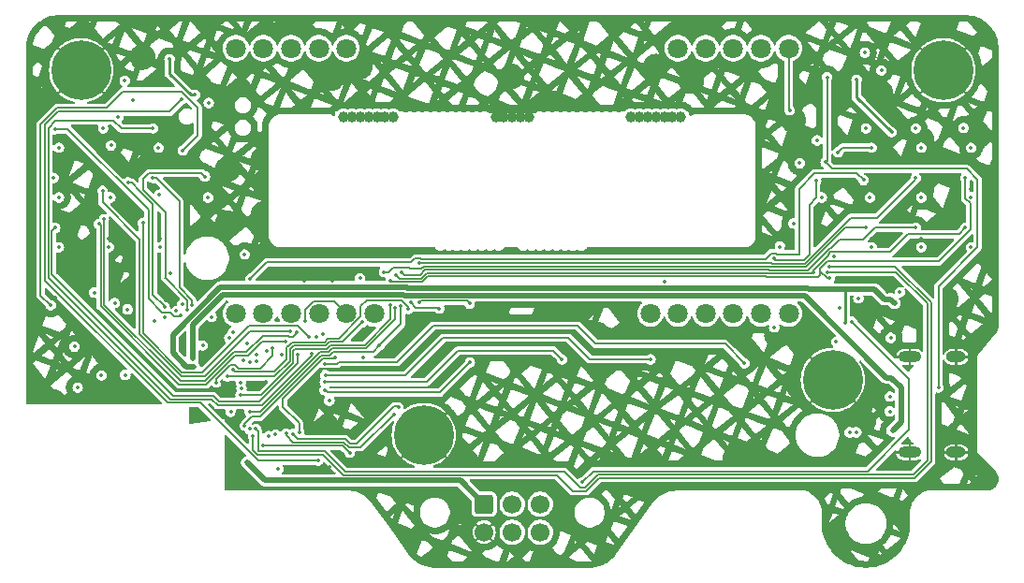
<source format=gbr>
%TF.GenerationSoftware,KiCad,Pcbnew,8.0.6*%
%TF.CreationDate,2024-12-15T00:33:14-05:00*%
%TF.ProjectId,VFDSAO,56464453-414f-42e6-9b69-6361645f7063,rev?*%
%TF.SameCoordinates,Original*%
%TF.FileFunction,Copper,L3,Inr*%
%TF.FilePolarity,Positive*%
%FSLAX46Y46*%
G04 Gerber Fmt 4.6, Leading zero omitted, Abs format (unit mm)*
G04 Created by KiCad (PCBNEW 8.0.6) date 2024-12-15 00:33:14*
%MOMM*%
%LPD*%
G01*
G04 APERTURE LIST*
G04 Aperture macros list*
%AMRoundRect*
0 Rectangle with rounded corners*
0 $1 Rounding radius*
0 $2 $3 $4 $5 $6 $7 $8 $9 X,Y pos of 4 corners*
0 Add a 4 corners polygon primitive as box body*
4,1,4,$2,$3,$4,$5,$6,$7,$8,$9,$2,$3,0*
0 Add four circle primitives for the rounded corners*
1,1,$1+$1,$2,$3*
1,1,$1+$1,$4,$5*
1,1,$1+$1,$6,$7*
1,1,$1+$1,$8,$9*
0 Add four rect primitives between the rounded corners*
20,1,$1+$1,$2,$3,$4,$5,0*
20,1,$1+$1,$4,$5,$6,$7,0*
20,1,$1+$1,$6,$7,$8,$9,0*
20,1,$1+$1,$8,$9,$2,$3,0*%
G04 Aperture macros list end*
%TA.AperFunction,ComponentPad*%
%ADD10O,2.100000X1.000000*%
%TD*%
%TA.AperFunction,ComponentPad*%
%ADD11O,1.800000X1.000000*%
%TD*%
%TA.AperFunction,ComponentPad*%
%ADD12C,1.800000*%
%TD*%
%TA.AperFunction,ComponentPad*%
%ADD13C,5.400000*%
%TD*%
%TA.AperFunction,ComponentPad*%
%ADD14RoundRect,0.250000X-0.600000X0.600000X-0.600000X-0.600000X0.600000X-0.600000X0.600000X0.600000X0*%
%TD*%
%TA.AperFunction,ComponentPad*%
%ADD15C,1.700000*%
%TD*%
%TA.AperFunction,ComponentPad*%
%ADD16R,0.900000X0.500000*%
%TD*%
%TA.AperFunction,ViaPad*%
%ADD17C,0.350000*%
%TD*%
%TA.AperFunction,ViaPad*%
%ADD18C,1.000000*%
%TD*%
%TA.AperFunction,Conductor*%
%ADD19C,0.150000*%
%TD*%
%TA.AperFunction,Conductor*%
%ADD20C,0.500000*%
%TD*%
%TA.AperFunction,Conductor*%
%ADD21C,0.250000*%
%TD*%
%TA.AperFunction,Conductor*%
%ADD22C,0.200000*%
%TD*%
G04 APERTURE END LIST*
D10*
%TO.N,GND*%
%TO.C,J11*%
X135975000Y-99570000D03*
D11*
X140155000Y-99570000D03*
D10*
X135975000Y-90930000D03*
D11*
X140155000Y-90930000D03*
%TD*%
D12*
%TO.N,/F+*%
%TO.C,D25*%
X75000000Y-63000000D03*
%TO.N,/AnodeGateDrive3/OUT*%
X77500000Y-63000000D03*
%TO.N,/AnodeGateDrive4/OUT*%
X80000000Y-63000000D03*
%TO.N,/AnodeGateDrive6/OUT*%
X82500000Y-63000000D03*
%TO.N,/AnodeGateDrive5/OUT*%
X85000000Y-63000000D03*
%TO.N,/AnodeGateDrive/OUT*%
X115000000Y-63000000D03*
%TO.N,/AnodeGateDrive1/OUT*%
X117500000Y-63000000D03*
%TO.N,/AnodeGateDrive2/OUT*%
X120000000Y-63000000D03*
%TO.N,/AnodeGateDrive7/OUT*%
X122500000Y-63000000D03*
%TO.N,/F-*%
X125000000Y-63000000D03*
%TO.N,/AnodeGateDrive19/OUT*%
X125000000Y-87000000D03*
%TO.N,/AnodeGateDrive18/OUT*%
X122500000Y-87000000D03*
%TO.N,/AnodeGateDrive17/OUT*%
X120000000Y-87000000D03*
%TO.N,/AnodeGateDrive16/OUT*%
X117500000Y-87000000D03*
%TO.N,/AnodeGateDrive15/OUT*%
X115000000Y-87000000D03*
%TO.N,/AnodeGateDrive14/OUT*%
X112500000Y-87000000D03*
%TO.N,/AnodeGateDrive13/OUT*%
X87500000Y-87000000D03*
%TO.N,/AnodeGateDrive12/OUT*%
X85000000Y-87000000D03*
%TO.N,/AnodeGateDrive11/OUT*%
X82500000Y-87000000D03*
%TO.N,/AnodeGateDrive10/OUT*%
X80000000Y-87000000D03*
%TO.N,/AnodeGateDrive9/OUT*%
X77500000Y-87000000D03*
%TO.N,/AnodeGateDrive8/OUT*%
X75000000Y-87000000D03*
%TD*%
D13*
%TO.N,GND*%
%TO.C,H11*%
X92000000Y-98000000D03*
%TD*%
%TO.N,GND*%
%TO.C,H12*%
X129000000Y-93000000D03*
%TD*%
%TO.N,GND*%
%TO.C,H14*%
X139000000Y-65000000D03*
%TD*%
%TO.N,GND*%
%TO.C,H13*%
X61000000Y-65000000D03*
%TD*%
D14*
%TO.N,+3V3*%
%TO.C,J16*%
X97455000Y-104247500D03*
D15*
%TO.N,GND*%
X97455000Y-106787500D03*
%TO.N,/I2C_SDA*%
X99995000Y-104247500D03*
%TO.N,/I2C_SCL*%
X99995000Y-106787500D03*
%TO.N,/BZ_3v3*%
X102535000Y-104247500D03*
%TO.N,/BOOT1*%
X102535000Y-106787500D03*
%TD*%
D16*
%TO.N,GND*%
%TO.C,AE11*%
X71900000Y-96445000D03*
%TD*%
D17*
%TO.N,GND*%
X62050000Y-83650000D03*
X68000000Y-71250000D03*
X132500000Y-80250000D03*
X124800000Y-81075000D03*
X56500000Y-95000000D03*
X74250000Y-73950000D03*
X120150000Y-100150000D03*
X101900000Y-102650000D03*
X86550000Y-90950000D03*
X132362500Y-75750000D03*
X132500000Y-71250000D03*
X104000000Y-87000000D03*
X123950000Y-89000000D03*
X75050000Y-96100000D03*
X120550000Y-89050000D03*
X77750000Y-93200000D03*
X81150000Y-84020000D03*
D18*
X101500000Y-69250000D03*
D17*
X138700000Y-83400000D03*
X110750000Y-86600000D03*
X68150000Y-84337500D03*
X60650000Y-81600000D03*
X133943506Y-85016097D03*
X87575000Y-95100000D03*
X77500000Y-73000000D03*
X66000000Y-95000000D03*
X79500000Y-81500000D03*
X60500000Y-95000000D03*
X116200000Y-65980000D03*
X76275000Y-101785000D03*
X80243554Y-95163554D03*
D18*
X100750000Y-69250000D03*
D17*
X78750000Y-83700000D03*
X77500000Y-78000000D03*
X60200000Y-83800000D03*
X129075000Y-81850000D03*
X86050000Y-89300000D03*
X131750000Y-96750000D03*
X58500000Y-95000000D03*
D18*
X98500000Y-69250000D03*
D17*
X126500000Y-89450000D03*
X141500000Y-75750000D03*
X58625000Y-85600000D03*
X141800000Y-71250000D03*
X63500000Y-71250000D03*
X59000000Y-80250000D03*
X137000000Y-80250000D03*
X133300000Y-67000000D03*
X74600000Y-67900000D03*
X95400000Y-103600000D03*
X81500000Y-81500000D03*
X83700000Y-84000000D03*
X56500000Y-95000000D03*
X74250000Y-78850000D03*
D18*
X100000000Y-69250000D03*
D17*
X74250000Y-99050000D03*
X58896446Y-75853554D03*
X104250000Y-102950000D03*
X96000000Y-87000000D03*
X107700000Y-88900000D03*
X85100000Y-83500000D03*
X78650000Y-87625000D03*
X62500000Y-95000000D03*
X126600000Y-71400000D03*
X98000000Y-87000000D03*
X68117500Y-80250000D03*
X137000000Y-75750000D03*
X67986832Y-75657906D03*
X110650000Y-88850000D03*
X68500000Y-66300000D03*
X86200000Y-64650000D03*
X70100000Y-89750000D03*
X113750000Y-84100000D03*
X74950000Y-83850008D03*
X63900000Y-75550000D03*
X66550000Y-63800000D03*
X85150000Y-91900000D03*
X72750000Y-90750000D03*
X80850000Y-94000000D03*
X73750000Y-93200000D03*
X126100000Y-100050000D03*
X63500000Y-80250000D03*
D18*
X99250000Y-69250000D03*
D17*
X72480000Y-75750000D03*
X59000000Y-71250000D03*
X64500000Y-95000000D03*
X67500000Y-95000000D03*
X78750000Y-95550000D03*
X128000000Y-75750000D03*
X79800000Y-101075000D03*
X137000000Y-71250000D03*
X125450000Y-69500000D03*
X119250000Y-88800000D03*
X115750000Y-88850000D03*
X99950000Y-65550000D03*
X139250000Y-85700000D03*
X87450000Y-83650000D03*
X68695562Y-85838025D03*
X113000000Y-64650000D03*
X141500000Y-80250000D03*
X83450000Y-100900000D03*
X83650000Y-65700000D03*
%TO.N,+BATT*%
X60400000Y-90000000D03*
X62850000Y-92600000D03*
X65200000Y-86625000D03*
%TO.N,+5V*%
X134300000Y-92800000D03*
X71100000Y-91100000D03*
X134400000Y-97600000D03*
X65000000Y-92550000D03*
%TO.N,+3V3*%
X80742905Y-97750000D03*
X76000000Y-100500000D03*
X62200000Y-85100000D03*
X131150000Y-65875000D03*
X64350000Y-69250000D03*
X84021078Y-90986737D03*
X134325000Y-70600000D03*
X76016222Y-89745300D03*
X72550000Y-67950000D03*
%TO.N,VCC*%
X60700000Y-93700000D03*
X78825000Y-101050000D03*
X77450000Y-98950000D03*
X134575000Y-86050000D03*
X85300000Y-99600000D03*
X130125000Y-87825000D03*
X71200000Y-91800000D03*
%TO.N,/AnodeGateDrive19/OUT*%
X141500000Y-81000000D03*
%TO.N,/AnodeGateDrive8/OUT*%
X59000000Y-81000000D03*
%TO.N,/AnodeGateDrive15/OUT*%
X137000000Y-76500000D03*
%TO.N,/AnodeGateDrive11/OUT*%
X68000000Y-72000000D03*
%TO.N,/AnodeGateDrive6/OUT*%
X72480000Y-76500000D03*
%TO.N,/AnodeGateDrive14/OUT*%
X132362500Y-76500000D03*
%TO.N,/AnodeGateDrive12/OUT*%
X81250000Y-87700000D03*
X59000000Y-76500000D03*
%TO.N,/AnodeGateDrive9/OUT*%
X63500000Y-81000000D03*
%TO.N,/AnodeGateDrive5/OUT*%
X68071759Y-76251867D03*
%TO.N,/AnodeGateDrive1/OUT*%
X129475000Y-72400000D03*
X132500000Y-72000000D03*
%TO.N,/AnodeGateDrive13/OUT*%
X63645000Y-76500000D03*
X75800000Y-81650000D03*
%TO.N,/AnodeGateDrive3/OUT*%
X59000000Y-72000000D03*
%TO.N,/AnodeGateDrive4/OUT*%
X63703554Y-71796446D03*
%TO.N,/AnodeGateDrive7/OUT*%
X141500000Y-72000000D03*
%TO.N,/AnodeGateDrive17/OUT*%
X132500000Y-81000000D03*
%TO.N,/AnodeGateDrive10/OUT*%
X68117500Y-81000000D03*
%TO.N,/AnodeGateDrive16/OUT*%
X141500000Y-76500000D03*
%TO.N,/AnodeGateDrive/OUT*%
X128000000Y-76500000D03*
%TO.N,/F-*%
X125100000Y-68600000D03*
%TO.N,/AnodeGateDrive18/OUT*%
X137000000Y-81000000D03*
%TO.N,/AnodeGateDrive2/OUT*%
X137000000Y-72000000D03*
%TO.N,/3v3_G10*%
X132000000Y-79250000D03*
X74250000Y-92700000D03*
X88400000Y-83250000D03*
X86400000Y-87800000D03*
%TO.N,/3v3_G11*%
X89931069Y-86339119D03*
X136500000Y-79250000D03*
X75800000Y-97150000D03*
X88000000Y-89900000D03*
X89974955Y-83267179D03*
%TO.N,/RST*%
X93400000Y-86550000D03*
X83457873Y-94870293D03*
X90825250Y-86009400D03*
%TO.N,/I2C_SCL*%
X77968902Y-98081155D03*
%TO.N,/I2C_SDA*%
X78600021Y-97950021D03*
%TO.N,/BZ_3v3*%
X64050000Y-86050000D03*
X76250000Y-97450000D03*
%TO.N,/3v3_AN_A*%
X89303554Y-96103554D03*
X127500000Y-75000000D03*
X123653554Y-82046897D03*
X79550000Y-97850000D03*
%TO.N,/3v3_AN_B*%
X89700000Y-95500000D03*
X132000000Y-70250000D03*
X80162230Y-97901063D03*
%TO.N,/3v3_AN_C*%
X136500000Y-70250000D03*
X79175000Y-90711981D03*
%TO.N,/3v3_AN_D*%
X74750000Y-88700000D03*
X77793685Y-90391392D03*
X70019765Y-87162229D03*
X58628554Y-70328554D03*
%TO.N,/3v3_AN_E*%
X68562309Y-86423044D03*
X74408384Y-89193256D03*
X63000000Y-70250000D03*
X65250000Y-75150000D03*
X76900000Y-90700000D03*
%TO.N,/3v3_AN_F*%
X72800000Y-87300000D03*
X71049609Y-86254111D03*
X76861404Y-91305327D03*
X67500000Y-74750000D03*
%TO.N,/3v3_AN_G*%
X76273663Y-91426010D03*
X72200000Y-74600000D03*
X70642893Y-86657107D03*
%TO.N,/3v3_AN_DP*%
X140808578Y-70208578D03*
X75693394Y-91273395D03*
%TO.N,/3v3_G1*%
X80625000Y-90725000D03*
X58650000Y-79250000D03*
%TO.N,/3v3_G2*%
X79500000Y-89500000D03*
X62610683Y-78911251D03*
%TO.N,/3v3_G3*%
X81649997Y-89150000D03*
X66600000Y-78800000D03*
%TO.N,/3v3_G4*%
X81840564Y-90650000D03*
X67500000Y-70250000D03*
%TO.N,/3v3_G5*%
X63067025Y-78475867D03*
X80469907Y-88677018D03*
X58500000Y-74750000D03*
%TO.N,/3v3_G6*%
X79939595Y-88625000D03*
X62950000Y-75900000D03*
%TO.N,/3v3_G7*%
X131775000Y-74925000D03*
X76300000Y-83850000D03*
%TO.N,/3v3_G8*%
X74750000Y-92099997D03*
X136500000Y-74750000D03*
X91600006Y-82450000D03*
X90625003Y-86575003D03*
%TO.N,/3v3_G9*%
X89000010Y-86200000D03*
X75430959Y-94365000D03*
X89000000Y-84000000D03*
X141000000Y-74750000D03*
X128700000Y-83825000D03*
%TO.N,/3v3_G12*%
X89500000Y-83537792D03*
X89431175Y-86499536D03*
X76250000Y-95850000D03*
X141000000Y-79250000D03*
X127276255Y-83250000D03*
%TO.N,/FIL_DRIVE_A*%
X125425000Y-78850000D03*
X76800000Y-97450000D03*
X82299998Y-89150000D03*
X127571119Y-71332975D03*
X128530251Y-83272615D03*
%TO.N,/BOOT1*%
X78327258Y-90127862D03*
X106350000Y-102250000D03*
X130750000Y-87750000D03*
X74550000Y-95900000D03*
X73225000Y-93225000D03*
%TO.N,/FIL_DRIVE_B*%
X76550000Y-98100000D03*
X126003554Y-73403554D03*
X128700000Y-82750000D03*
X124212868Y-80951393D03*
%TO.N,/TOUCH2*%
X104500000Y-91150000D03*
X83050000Y-93200000D03*
%TO.N,/TOUCH4*%
X83025000Y-91593871D03*
X121000000Y-91500000D03*
%TO.N,/V_HI_EN*%
X135067338Y-85067251D03*
X134250000Y-89200000D03*
%TO.N,/USB+*%
X134150000Y-95850000D03*
X134150000Y-94525000D03*
X75508035Y-93769969D03*
X131125000Y-97750000D03*
%TO.N,/TOUCH3*%
X83090862Y-92590870D03*
X112500000Y-91150000D03*
%TO.N,/TOUCH1*%
X96175000Y-91425000D03*
X83034017Y-93919725D03*
%TO.N,/USB-*%
X75450000Y-93225000D03*
X130525000Y-97750000D03*
%TO.N,Net-(BZ11-+)*%
X70200000Y-72250000D03*
X58250000Y-86250000D03*
%TO.N,Net-(JP12-C)*%
X82917512Y-88882503D03*
D18*
%TO.N,Net-(BTe11-+)*%
X85500000Y-69250000D03*
X112250000Y-69250000D03*
X114500000Y-69250000D03*
X113750000Y-69250000D03*
X85500000Y-69250000D03*
X115250000Y-69250000D03*
X89250000Y-69250000D03*
X110750000Y-69250000D03*
X111500000Y-69250000D03*
X84750000Y-69250000D03*
X87000000Y-69250000D03*
D17*
X70120405Y-67622487D03*
D18*
X113000000Y-69250000D03*
X88500000Y-69250000D03*
X115250000Y-69250000D03*
X87750000Y-69250000D03*
D17*
X82450000Y-100300000D03*
D18*
X84750000Y-69250000D03*
X87750000Y-69250000D03*
X86250000Y-69250000D03*
D17*
%TO.N,/BOOT0*%
X138550000Y-93700000D03*
X128475000Y-65625000D03*
X128350000Y-73325000D03*
%TO.N,/FIL_SUP*%
X131319087Y-85630913D03*
%TO.N,Net-(D18-DOUT)*%
X123700000Y-88250000D03*
X86225000Y-83825000D03*
X96150000Y-86100000D03*
X91600000Y-86000000D03*
%TO.N,Net-(D20-DOUT)*%
X65700000Y-67700000D03*
X70150000Y-86150000D03*
X68600000Y-87350000D03*
X69100000Y-83350000D03*
%TO.N,Net-(U14-PROG)*%
X69623191Y-86776819D03*
X67600000Y-87700000D03*
%TO.N,Net-(U13-OUT_A)*%
X71300000Y-67200000D03*
X69000000Y-64000000D03*
%TO.N,/RGB_SUP*%
X129300000Y-89575000D03*
X72000000Y-89900000D03*
X131900000Y-63400000D03*
X129600000Y-86525000D03*
X64950000Y-65950000D03*
X133400000Y-65000000D03*
%TD*%
D19*
%TO.N,GND*%
X84981129Y-92018871D02*
X82831129Y-92018871D01*
X85100000Y-91900000D02*
X84981129Y-92018871D01*
X85150000Y-91900000D02*
X85100000Y-91900000D01*
X82831129Y-92018871D02*
X80850000Y-94000000D01*
X80243554Y-95163554D02*
X80243554Y-94606446D01*
X80243554Y-94606446D02*
X80850000Y-94000000D01*
D20*
%TO.N,+5V*%
X135200000Y-93700000D02*
X134300000Y-92800000D01*
X133878249Y-92800000D02*
X134300000Y-92800000D01*
X73845405Y-85300000D02*
X90177207Y-85300000D01*
X90252207Y-85375000D02*
X126453249Y-85375000D01*
X71100000Y-91100000D02*
X71100000Y-88045405D01*
X90177207Y-85300000D02*
X90252207Y-85375000D01*
X135200000Y-96800000D02*
X135200000Y-93700000D01*
X71100000Y-88045405D02*
X73845405Y-85300000D01*
X126453249Y-85375000D02*
X133878249Y-92800000D01*
X134400000Y-97600000D02*
X135200000Y-96800000D01*
%TO.N,+3V3*%
X77600000Y-102100000D02*
X76000000Y-100500000D01*
X95307500Y-102100000D02*
X97455000Y-104247500D01*
D21*
X131150000Y-67425000D02*
X131150000Y-65875000D01*
D19*
X83907815Y-91100000D02*
X84021078Y-90986737D01*
D21*
X134325000Y-70600000D02*
X131150000Y-67425000D01*
D19*
X82840133Y-91100000D02*
X83907815Y-91100000D01*
D20*
X77600000Y-102100000D02*
X95307500Y-102100000D01*
D19*
X79250000Y-94690133D02*
X82840133Y-91100000D01*
X80742905Y-97750000D02*
X80742905Y-96942905D01*
X80742905Y-96942905D02*
X79250000Y-95450000D01*
X79250000Y-95450000D02*
X79250000Y-94690133D01*
D21*
%TO.N,VCC*%
X130125000Y-87825000D02*
X130125000Y-84975000D01*
D20*
X133663911Y-85691097D02*
X132772814Y-84800000D01*
X90555457Y-84725000D02*
X90455457Y-84625000D01*
X69300000Y-90592894D02*
X70507106Y-91800000D01*
X134216097Y-85691097D02*
X133663911Y-85691097D01*
D19*
X84650000Y-98950000D02*
X77450000Y-98950000D01*
D20*
X90455457Y-84625000D02*
X73601167Y-84625000D01*
X126722488Y-84725000D02*
X90555457Y-84725000D01*
D19*
X85300000Y-99600000D02*
X84650000Y-98950000D01*
D20*
X132772814Y-84800000D02*
X130300000Y-84800000D01*
D21*
X130125000Y-84975000D02*
X130300000Y-84800000D01*
D20*
X70507106Y-91800000D02*
X71200000Y-91800000D01*
X69300000Y-88926167D02*
X69300000Y-90592894D01*
X130300000Y-84800000D02*
X126797488Y-84800000D01*
X73601167Y-84625000D02*
X69300000Y-88926167D01*
X126797488Y-84800000D02*
X126722488Y-84725000D01*
X134575000Y-86050000D02*
X134216097Y-85691097D01*
D19*
%TO.N,/AnodeGateDrive12/OUT*%
X82034009Y-85875000D02*
X83875000Y-85875000D01*
X81250000Y-87700000D02*
X81250000Y-86659009D01*
X81250000Y-86659009D02*
X82034009Y-85875000D01*
X83875000Y-85875000D02*
X85000000Y-87000000D01*
%TO.N,/AnodeGateDrive1/OUT*%
X129475000Y-72400000D02*
X129875000Y-72000000D01*
X129875000Y-72000000D02*
X132500000Y-72000000D01*
D22*
%TO.N,/F-*%
X125100000Y-68600000D02*
X125000000Y-68500000D01*
X125000000Y-68500000D02*
X125000000Y-63000000D01*
D19*
%TO.N,/3v3_G10*%
X90150996Y-82842179D02*
X90155714Y-82846897D01*
X90785622Y-82950000D02*
X91807113Y-82950000D01*
X78500000Y-92700000D02*
X79900000Y-91300000D01*
X88400000Y-83250000D02*
X88842893Y-83250000D01*
X83456371Y-89575000D02*
X84625000Y-89575000D01*
X80224264Y-89900000D02*
X83131371Y-89900000D01*
X126597468Y-82771897D02*
X130119365Y-79250000D01*
X74250000Y-92700000D02*
X78500000Y-92700000D01*
X84625000Y-89575000D02*
X86400000Y-87800000D01*
X123353249Y-82771897D02*
X126597468Y-82771897D01*
X130119365Y-79250000D02*
X132000000Y-79250000D01*
X88842893Y-83250000D02*
X89245996Y-82846897D01*
X90682519Y-82846897D02*
X90785622Y-82950000D01*
X89794196Y-82846897D02*
X89798914Y-82842179D01*
X91807113Y-82950000D02*
X92007113Y-82750000D01*
X89798914Y-82842179D02*
X90150996Y-82842179D01*
X79900000Y-90224264D02*
X80224264Y-89900000D01*
X89245996Y-82846897D02*
X89794196Y-82846897D01*
X79900000Y-91300000D02*
X79900000Y-90224264D01*
X92007113Y-82750000D02*
X123331352Y-82750000D01*
X83131371Y-89900000D02*
X83456371Y-89575000D01*
X90155714Y-82846897D02*
X90682519Y-82846897D01*
X123331352Y-82750000D02*
X123353249Y-82771897D01*
%TO.N,/3v3_G11*%
X75800000Y-97150000D02*
X75800000Y-97000000D01*
X75800000Y-97000000D02*
X76450000Y-96350000D01*
X123207088Y-83050000D02*
X92131377Y-83050000D01*
X82715869Y-90800000D02*
X83504163Y-90800000D01*
X77165869Y-96350000D02*
X82715869Y-90800000D01*
X83829163Y-90475000D02*
X87425000Y-90475000D01*
X128743629Y-81050000D02*
X126721732Y-83071897D01*
X76450000Y-96350000D02*
X77165869Y-96350000D01*
X92131377Y-83050000D02*
X91656377Y-83525000D01*
X91656377Y-83525000D02*
X90232776Y-83525000D01*
X129600000Y-80300000D02*
X128850000Y-81050000D01*
X131750000Y-80300000D02*
X129600000Y-80300000D01*
X128850000Y-81050000D02*
X128743629Y-81050000D01*
X123228985Y-83071897D02*
X123207088Y-83050000D01*
X83504163Y-90800000D02*
X83829163Y-90475000D01*
X89931069Y-87968931D02*
X88000000Y-89900000D01*
X90232776Y-83525000D02*
X89974955Y-83267179D01*
X136500000Y-79250000D02*
X132800000Y-79250000D01*
X132800000Y-79250000D02*
X131750000Y-80300000D01*
X126721732Y-83071897D02*
X123228985Y-83071897D01*
X87425000Y-90475000D02*
X88000000Y-89900000D01*
X89931069Y-86339119D02*
X89931069Y-87968931D01*
%TO.N,/RST*%
X90825250Y-86009400D02*
X91265850Y-86450000D01*
X91265850Y-86450000D02*
X93300000Y-86450000D01*
X93300000Y-86450000D02*
X93400000Y-86550000D01*
%TO.N,/3v3_AN_A*%
X84774264Y-98650000D02*
X85224264Y-99100000D01*
X123756657Y-82150000D02*
X123653554Y-82046897D01*
X79550000Y-97850000D02*
X79550000Y-97995940D01*
X127500000Y-75000000D02*
X127500000Y-76535000D01*
X127500000Y-76535000D02*
X126892500Y-77142500D01*
X126892500Y-77142500D02*
X126892500Y-81628337D01*
X86307108Y-99100000D02*
X89303554Y-96103554D01*
X126370837Y-82150000D02*
X123756657Y-82150000D01*
X126892500Y-81628337D02*
X126370837Y-82150000D01*
X80204060Y-98650000D02*
X84774264Y-98650000D01*
X79550000Y-97995940D02*
X80204060Y-98650000D01*
X85224264Y-99100000D02*
X86307108Y-99100000D01*
%TO.N,/3v3_AN_B*%
X80162230Y-97962230D02*
X80162230Y-97901063D01*
X89700000Y-95400000D02*
X89300000Y-95400000D01*
X89700000Y-95500000D02*
X89700000Y-95400000D01*
X85348528Y-98800000D02*
X84898528Y-98350000D01*
X85900000Y-98800000D02*
X85348528Y-98800000D01*
X89300000Y-95400000D02*
X85900000Y-98800000D01*
X84898528Y-98350000D02*
X80550000Y-98350000D01*
X80550000Y-98350000D02*
X80162230Y-97962230D01*
%TO.N,/3v3_AN_D*%
X67100000Y-77622890D02*
X59805664Y-70328554D01*
X68332526Y-86905368D02*
X67100000Y-85672842D01*
X69039633Y-86905368D02*
X68332526Y-86905368D01*
X69900175Y-87276819D02*
X69411084Y-87276819D01*
X59805664Y-70328554D02*
X58623554Y-70328554D01*
X70014765Y-87162229D02*
X69900175Y-87276819D01*
X67100000Y-85672842D02*
X67100000Y-77622890D01*
X69411084Y-87276819D02*
X69039633Y-86905368D01*
%TO.N,/3v3_AN_E*%
X65575736Y-75150000D02*
X65250000Y-75150000D01*
X66300000Y-75924264D02*
X66300000Y-75874264D01*
X66300000Y-75874264D02*
X65575736Y-75150000D01*
X67500000Y-85275716D02*
X67500000Y-77124264D01*
X68562309Y-86338025D02*
X67500000Y-85275716D01*
X67500000Y-77124264D02*
X66300000Y-75924264D01*
X68562309Y-86423044D02*
X68562309Y-86338025D01*
%TO.N,/3v3_AN_F*%
X67786033Y-74750000D02*
X67500000Y-74750000D01*
X71049609Y-85775345D02*
X69900000Y-84625736D01*
X69900000Y-84625736D02*
X69900000Y-76863967D01*
X69900000Y-76863967D02*
X67786033Y-74750000D01*
X71049609Y-86254111D02*
X71049609Y-85775345D01*
%TO.N,/3v3_AN_G*%
X72200000Y-74600000D02*
X71900000Y-74300000D01*
X70624609Y-85774609D02*
X70624609Y-86638823D01*
X68625000Y-83775000D02*
X70624609Y-85774609D01*
X71900000Y-74300000D02*
X67150000Y-74300000D01*
X66600000Y-75800000D02*
X68625000Y-77825000D01*
X68600000Y-83750000D02*
X68625000Y-83775000D01*
X67150000Y-74300000D02*
X66600000Y-74850000D01*
X66600000Y-74850000D02*
X66600000Y-75800000D01*
X70624609Y-86638823D02*
X70642893Y-86657107D01*
X68625000Y-77825000D02*
X68625000Y-83775000D01*
%TO.N,/3v3_G1*%
X77149264Y-94975000D02*
X73473528Y-94975000D01*
X69355025Y-94450000D02*
X58350000Y-83444975D01*
X58350000Y-79550000D02*
X58650000Y-79250000D01*
X58350000Y-83444975D02*
X58350000Y-79550000D01*
X73473528Y-94975000D02*
X72948528Y-94450000D01*
X80625000Y-91499264D02*
X77149264Y-94975000D01*
X80625000Y-90725000D02*
X80625000Y-91499264D01*
X72948528Y-94450000D02*
X69355025Y-94450000D01*
%TO.N,/3v3_G2*%
X76092893Y-90800000D02*
X77392893Y-89500000D01*
X77392893Y-89500000D02*
X79500000Y-89500000D01*
X69865380Y-93425000D02*
X72300736Y-93425000D01*
X72300736Y-93425000D02*
X74925736Y-90800000D01*
X62775000Y-86334620D02*
X69865380Y-93425000D01*
X62610683Y-78911251D02*
X62775000Y-79075568D01*
X62775000Y-79075568D02*
X62775000Y-86334620D01*
X74925736Y-90800000D02*
X76092893Y-90800000D01*
%TO.N,/3v3_G3*%
X80624997Y-88125000D02*
X76151472Y-88125000D01*
X70124264Y-92300000D02*
X66600000Y-88775736D01*
X81649997Y-89150000D02*
X80624997Y-88125000D01*
X66600000Y-88775736D02*
X66600000Y-78800000D01*
X76151472Y-88125000D02*
X71976472Y-92300000D01*
X71976472Y-92300000D02*
X70124264Y-92300000D01*
%TO.N,/3v3_G4*%
X73374264Y-95300000D02*
X72824264Y-94750000D01*
X69050000Y-94750000D02*
X58050000Y-83750000D01*
X64642893Y-70250000D02*
X67500000Y-70250000D01*
X63942893Y-69550000D02*
X64642893Y-70250000D01*
X58050000Y-70200000D02*
X58700000Y-69550000D01*
X81840564Y-90798408D02*
X77338972Y-95300000D01*
X72824264Y-94750000D02*
X69050000Y-94750000D01*
X77338972Y-95300000D02*
X73374264Y-95300000D01*
X58700000Y-69550000D02*
X63942893Y-69550000D01*
X58050000Y-83750000D02*
X58050000Y-70200000D01*
X81840564Y-90650000D02*
X81840564Y-90798408D01*
%TO.N,/3v3_G5*%
X63075000Y-86199264D02*
X63075000Y-78483842D01*
X72201472Y-93100000D02*
X69975736Y-93100000D01*
X79725000Y-89025000D02*
X77443629Y-89025000D01*
X80469907Y-88801795D02*
X80146702Y-89125000D01*
X74801472Y-90500000D02*
X72201472Y-93100000D01*
X75968629Y-90500000D02*
X74801472Y-90500000D01*
X77443629Y-89025000D02*
X75968629Y-90500000D01*
X63075000Y-78483842D02*
X63067025Y-78475867D01*
X79825000Y-89125000D02*
X79725000Y-89025000D01*
X80146702Y-89125000D02*
X79825000Y-89125000D01*
X80469907Y-88677018D02*
X80469907Y-88801795D01*
X69975736Y-93100000D02*
X63075000Y-86199264D01*
%TO.N,/3v3_G6*%
X62950000Y-76950000D02*
X66300000Y-80300000D01*
X66300000Y-88900000D02*
X66300000Y-80400000D01*
X76247208Y-88625000D02*
X72172208Y-92700000D01*
X79934595Y-88625000D02*
X76247208Y-88625000D01*
X62950000Y-75900000D02*
X62950000Y-76950000D01*
X72172208Y-92700000D02*
X70095000Y-92700000D01*
X70095000Y-92700000D02*
X66295000Y-88900000D01*
X66300000Y-80300000D02*
X66300000Y-80400000D01*
%TO.N,/3v3_G7*%
X125950000Y-81650000D02*
X125950000Y-75698959D01*
X125950000Y-75698959D02*
X127323959Y-74325000D01*
X91801047Y-82050000D02*
X122943344Y-82050000D01*
X91214796Y-82025000D02*
X91776047Y-82025000D01*
X123860661Y-81546897D02*
X123963764Y-81650000D01*
X90864796Y-82375000D02*
X91214796Y-82025000D01*
X123446447Y-81546897D02*
X123860661Y-81546897D01*
X127323959Y-74325000D02*
X131175000Y-74325000D01*
X91776047Y-82025000D02*
X91801047Y-82050000D01*
X77775000Y-82375000D02*
X90864796Y-82375000D01*
X122943344Y-82050000D02*
X123446447Y-81546897D01*
X123963764Y-81650000D02*
X125950000Y-81650000D01*
X131175000Y-74325000D02*
X131775000Y-74925000D01*
X76300000Y-83850000D02*
X77775000Y-82375000D01*
%TO.N,/3v3_G8*%
X83332107Y-89275000D02*
X84315991Y-89275000D01*
X80100000Y-89600000D02*
X83007107Y-89600000D01*
X89967991Y-85775000D02*
X90625003Y-86432012D01*
X83007107Y-89600000D02*
X83332107Y-89275000D01*
X74925003Y-92275000D02*
X74750000Y-92099997D01*
X78500000Y-92275000D02*
X74925003Y-92275000D01*
X123455616Y-82450000D02*
X91600006Y-82450000D01*
X79800000Y-89900000D02*
X80100000Y-89600000D01*
X84315991Y-89275000D02*
X86300000Y-87290991D01*
X86300000Y-86300000D02*
X86825000Y-85775000D01*
X90625003Y-86432012D02*
X90625003Y-86575003D01*
X130610101Y-78335000D02*
X126473204Y-82471897D01*
X79790560Y-89900000D02*
X79600000Y-90090560D01*
X79600000Y-91175000D02*
X78500000Y-92275000D01*
X136500000Y-74875000D02*
X133040000Y-78335000D01*
X123477513Y-82471897D02*
X123455616Y-82450000D01*
X79600000Y-90090560D02*
X79600000Y-91175000D01*
X126473204Y-82471897D02*
X123477513Y-82471897D01*
X86825000Y-85775000D02*
X89967991Y-85775000D01*
X86300000Y-87290991D02*
X86300000Y-86300000D01*
X133040000Y-78335000D02*
X130610101Y-78335000D01*
%TO.N,/3v3_G9*%
X122958560Y-83650000D02*
X92379905Y-83650000D01*
X92379905Y-83650000D02*
X91879905Y-84150000D01*
X83580635Y-89875000D02*
X83255635Y-90200000D01*
X86675000Y-89875000D02*
X83580635Y-89875000D01*
X128481595Y-83825000D02*
X127850368Y-83193773D01*
X141440000Y-77050000D02*
X141000000Y-76610000D01*
X80200000Y-91457107D02*
X77292107Y-94365000D01*
X127850368Y-83524632D02*
X127700000Y-83675000D01*
X128475736Y-82300000D02*
X138551041Y-82300000D01*
X128475736Y-82300000D02*
X127850368Y-82925368D01*
X128700000Y-83825000D02*
X128481595Y-83825000D01*
X89000010Y-87549990D02*
X86675000Y-89875000D01*
X127850368Y-83193773D02*
X127850368Y-82925368D01*
X122983560Y-83675000D02*
X122958560Y-83650000D01*
X89150000Y-84150000D02*
X89000000Y-84000000D01*
X127700000Y-83675000D02*
X122983560Y-83675000D01*
X127850368Y-82925368D02*
X127850368Y-83524632D01*
X89000010Y-86200000D02*
X89000010Y-87549990D01*
X83255635Y-90200000D02*
X80348528Y-90200000D01*
X141440000Y-79411041D02*
X141440000Y-77050000D01*
X141000000Y-76610000D02*
X141000000Y-74750000D01*
X80200000Y-90348528D02*
X80200000Y-91457107D01*
X77292107Y-94365000D02*
X75430959Y-94365000D01*
X80348528Y-90200000D02*
X80200000Y-90348528D01*
X91879905Y-84150000D02*
X89150000Y-84150000D01*
X138551041Y-82300000D02*
X141440000Y-79411041D01*
%TO.N,/3v3_G12*%
X91755641Y-83850000D02*
X89812208Y-83850000D01*
X123104721Y-83371897D02*
X123082824Y-83350000D01*
X92255641Y-83350000D02*
X91755641Y-83850000D01*
X77241605Y-95850000D02*
X82591605Y-90500000D01*
X83379899Y-90500000D02*
X83704899Y-90175000D01*
X128575000Y-81776472D02*
X127276255Y-83075217D01*
X76250000Y-95850000D02*
X77241605Y-95850000D01*
X82591605Y-90500000D02*
X83379899Y-90500000D01*
X128792893Y-81425000D02*
X128575000Y-81642893D01*
X83704899Y-90175000D02*
X86799264Y-90175000D01*
X128575000Y-81642893D02*
X128575000Y-81776472D01*
X89431175Y-87543089D02*
X89431175Y-86499536D01*
X127154358Y-83371897D02*
X123104721Y-83371897D01*
X127154358Y-83371897D02*
X127276255Y-83250000D01*
X140425000Y-79825000D02*
X135825000Y-79825000D01*
X126650000Y-83371897D02*
X127154358Y-83371897D01*
X127276255Y-83075217D02*
X127276255Y-83250000D01*
X134225000Y-81425000D02*
X128792893Y-81425000D01*
X135825000Y-79825000D02*
X134225000Y-81425000D01*
X123082824Y-83350000D02*
X92255641Y-83350000D01*
X86799264Y-90175000D02*
X89431175Y-87543089D01*
X89812208Y-83850000D02*
X89500000Y-83537792D01*
X141000000Y-79250000D02*
X140425000Y-79825000D01*
%TO.N,/FIL_DRIVE_A*%
X83024264Y-99450000D02*
X84899264Y-101325000D01*
X84899264Y-101325000D02*
X104717893Y-101325000D01*
X107732107Y-101575000D02*
X136275000Y-101575000D01*
X134722615Y-83272615D02*
X128530251Y-83272615D01*
X77050000Y-99450000D02*
X83024264Y-99450000D01*
X77000000Y-99400000D02*
X77050000Y-99450000D01*
X106557107Y-102750000D02*
X107732107Y-101575000D01*
X76800000Y-97450000D02*
X77000000Y-97650000D01*
X106142893Y-102750000D02*
X106557107Y-102750000D01*
X137550000Y-100300000D02*
X137550000Y-86100000D01*
X77000000Y-97650000D02*
X77000000Y-99400000D01*
X104717893Y-101325000D02*
X106142893Y-102750000D01*
X136275000Y-101575000D02*
X137550000Y-100300000D01*
X137550000Y-86100000D02*
X134722615Y-83272615D01*
%TO.N,/BOOT1*%
X74475003Y-91674997D02*
X74425000Y-91725000D01*
X135900000Y-92900000D02*
X135900000Y-97500000D01*
X74425000Y-91725000D02*
X73225000Y-92925000D01*
X78327258Y-90127862D02*
X78327258Y-90847742D01*
X73225000Y-92925000D02*
X73225000Y-93225000D01*
X74926041Y-91674997D02*
X74475003Y-91674997D01*
X107325000Y-101275000D02*
X106350000Y-102250000D01*
X75226044Y-91975000D02*
X74926041Y-91674997D01*
X130750000Y-87750000D02*
X135900000Y-92900000D01*
X135900000Y-97500000D02*
X132125000Y-101275000D01*
X77200000Y-91975000D02*
X78327258Y-90847742D01*
X77200000Y-91975000D02*
X75226044Y-91975000D01*
X132125000Y-101275000D02*
X107325000Y-101275000D01*
%TO.N,/FIL_DRIVE_B*%
X134624264Y-82750000D02*
X128700000Y-82750000D01*
X137900000Y-86025736D02*
X134624264Y-82750000D01*
X137900000Y-100400000D02*
X137900000Y-86025736D01*
X76550000Y-98100000D02*
X76550000Y-99374264D01*
X136425000Y-101875000D02*
X137900000Y-100400000D01*
X84775000Y-101625000D02*
X104050736Y-101625000D01*
X76550000Y-99374264D02*
X76925736Y-99750000D01*
X105475736Y-103050000D02*
X106681371Y-103050000D01*
X106681371Y-103050000D02*
X107856371Y-101875000D01*
X82900000Y-99750000D02*
X84775000Y-101625000D01*
X107856371Y-101875000D02*
X136425000Y-101875000D01*
X104050736Y-101625000D02*
X105475736Y-103050000D01*
X76925736Y-99750000D02*
X82900000Y-99750000D01*
%TO.N,/TOUCH2*%
X103700000Y-90350000D02*
X95100000Y-90350000D01*
X92250000Y-93200000D02*
X83050000Y-93200000D01*
X104500000Y-91150000D02*
X103700000Y-90350000D01*
X95100000Y-90350000D02*
X92250000Y-93200000D01*
%TO.N,/TOUCH4*%
X105900000Y-88100000D02*
X107550000Y-89750000D01*
X107550000Y-89750000D02*
X119250000Y-89750000D01*
X84121051Y-91593871D02*
X84314922Y-91400000D01*
X83025000Y-91593871D02*
X84121051Y-91593871D01*
X89550000Y-91400000D02*
X92850000Y-88100000D01*
X92850000Y-88100000D02*
X105900000Y-88100000D01*
X84314922Y-91400000D02*
X89550000Y-91400000D01*
X119250000Y-89750000D02*
X121000000Y-91500000D01*
%TO.N,/TOUCH3*%
X112500000Y-91150000D02*
X107050000Y-91150000D01*
X90359130Y-92590870D02*
X83090862Y-92590870D01*
X93750000Y-89200000D02*
X90359130Y-92590870D01*
X105100000Y-89200000D02*
X93750000Y-89200000D01*
X107050000Y-91150000D02*
X105100000Y-89200000D01*
%TO.N,/TOUCH1*%
X96175000Y-91425000D02*
X93450000Y-94150000D01*
X83264292Y-94150000D02*
X83034017Y-93919725D01*
X93450000Y-94150000D02*
X83264292Y-94150000D01*
%TO.N,Net-(BZ11-+)*%
X71555026Y-68350000D02*
X70105026Y-66900000D01*
X70105026Y-66900000D02*
X64800000Y-66900000D01*
X57350000Y-69900000D02*
X57350000Y-85350000D01*
X57350000Y-85350000D02*
X58250000Y-86250000D01*
X58850000Y-68400000D02*
X57350000Y-69900000D01*
X70200000Y-72250000D02*
X71555026Y-70894974D01*
X71555026Y-70894974D02*
X71555026Y-68350000D01*
X63300000Y-68400000D02*
X58850000Y-68400000D01*
X64800000Y-66900000D02*
X63300000Y-68400000D01*
%TO.N,Net-(BTe11-+)*%
X77000000Y-100300000D02*
X71750000Y-95050000D01*
X68800000Y-95050000D02*
X57750000Y-84000000D01*
X57750000Y-84000000D02*
X57750000Y-69924264D01*
X68992892Y-68750000D02*
X70120405Y-67622487D01*
X57750000Y-69924264D02*
X58924264Y-68750000D01*
X58924264Y-68750000D02*
X68992892Y-68750000D01*
X71750000Y-95050000D02*
X68800000Y-95050000D01*
X82450000Y-100300000D02*
X77000000Y-100300000D01*
%TO.N,/BOOT0*%
X142100000Y-76275000D02*
X142100000Y-74900000D01*
X142100000Y-74900000D02*
X141100000Y-73900000D01*
X141100000Y-73900000D02*
X128925000Y-73900000D01*
X128475000Y-73200000D02*
X128350000Y-73325000D01*
X138550000Y-93700000D02*
X138550000Y-84551041D01*
X128475000Y-65625000D02*
X128475000Y-73200000D01*
X128925000Y-73900000D02*
X128350000Y-73325000D01*
X142100000Y-81001041D02*
X142100000Y-76275000D01*
X138550000Y-84551041D02*
X142100000Y-81001041D01*
%TO.N,Net-(D18-DOUT)*%
X91600000Y-86000000D02*
X91750000Y-85850000D01*
X95900000Y-85850000D02*
X96150000Y-86100000D01*
X91750000Y-85850000D02*
X95900000Y-85850000D01*
D21*
%TO.N,Net-(U13-OUT_A)*%
X70900000Y-67200000D02*
X69000000Y-65300000D01*
X69000000Y-65300000D02*
X69000000Y-64000000D01*
X71300000Y-67200000D02*
X70900000Y-67200000D01*
%TD*%
%TA.AperFunction,Conductor*%
%TO.N,GND*%
G36*
X141000712Y-60000010D02*
G01*
X141004911Y-60000068D01*
X141163486Y-60002291D01*
X141173155Y-60002902D01*
X141497401Y-60039435D01*
X141508330Y-60041293D01*
X141825754Y-60113742D01*
X141836400Y-60116810D01*
X142143710Y-60224342D01*
X142153958Y-60228587D01*
X142447292Y-60369849D01*
X142457000Y-60375214D01*
X142674936Y-60512153D01*
X142732679Y-60548435D01*
X142741733Y-60554860D01*
X142996260Y-60757838D01*
X143004539Y-60765235D01*
X143234764Y-60995460D01*
X143242161Y-61003739D01*
X143445139Y-61258266D01*
X143451564Y-61267320D01*
X143624782Y-61542994D01*
X143630152Y-61552711D01*
X143771410Y-61846037D01*
X143775658Y-61856293D01*
X143883185Y-62163586D01*
X143886259Y-62174255D01*
X143958705Y-62491663D01*
X143960565Y-62502608D01*
X143997096Y-62826830D01*
X143997708Y-62836526D01*
X143999990Y-62999286D01*
X144000000Y-63000674D01*
X144000000Y-88139430D01*
X143999962Y-88142186D01*
X143997074Y-88245872D01*
X143994507Y-88265677D01*
X143946948Y-88468881D01*
X143939271Y-88490252D01*
X143846660Y-88677274D01*
X143836047Y-88694175D01*
X143772311Y-88776007D01*
X143770581Y-88778165D01*
X142163500Y-90726719D01*
X142050000Y-90864336D01*
X142050000Y-99500000D01*
X143723704Y-101309718D01*
X143733376Y-101320175D01*
X143734900Y-101321862D01*
X143792542Y-101387173D01*
X143802545Y-101400660D01*
X143876563Y-101520504D01*
X143894633Y-101549760D01*
X143903051Y-101566891D01*
X143964409Y-101729816D01*
X143969382Y-101748243D01*
X143998331Y-101919897D01*
X143999677Y-101938936D01*
X143995149Y-102112972D01*
X143992815Y-102131916D01*
X143954974Y-102301841D01*
X143949049Y-102319982D01*
X143879301Y-102479493D01*
X143870007Y-102496157D01*
X143770946Y-102639316D01*
X143758623Y-102653891D01*
X143633935Y-102775377D01*
X143619043Y-102787317D01*
X143473358Y-102882617D01*
X143456453Y-102891477D01*
X143295183Y-102957052D01*
X143276891Y-102962504D01*
X143104901Y-102996134D01*
X143088207Y-102997947D01*
X143018826Y-102999561D01*
X143001159Y-102999973D01*
X142998857Y-103000000D01*
X137999985Y-103000000D01*
X137857134Y-103002547D01*
X137574329Y-103043209D01*
X137574324Y-103043210D01*
X137300184Y-103123704D01*
X137104206Y-103213205D01*
X137040278Y-103242400D01*
X137040276Y-103242401D01*
X137040275Y-103242401D01*
X136872110Y-103350475D01*
X136799914Y-103396873D01*
X136799913Y-103396874D01*
X136799902Y-103396882D01*
X136583989Y-103583971D01*
X136583971Y-103583989D01*
X136396882Y-103799902D01*
X136396874Y-103799912D01*
X136396873Y-103799914D01*
X136367931Y-103844948D01*
X136242401Y-104040275D01*
X136242401Y-104040276D01*
X136123704Y-104300184D01*
X136043210Y-104574324D01*
X136043209Y-104574329D01*
X136002547Y-104857134D01*
X136000000Y-104999984D01*
X136000000Y-105999378D01*
X135999992Y-106000632D01*
X135997488Y-106198334D01*
X135996988Y-106207096D01*
X135956921Y-106601108D01*
X135955402Y-106611021D01*
X135875808Y-106998330D01*
X135873295Y-107008038D01*
X135754921Y-107385324D01*
X135751438Y-107394728D01*
X135595504Y-107758097D01*
X135591087Y-107767101D01*
X135399195Y-108112824D01*
X135393891Y-108121335D01*
X135168004Y-108445876D01*
X135161865Y-108453806D01*
X134904307Y-108753825D01*
X134897398Y-108761093D01*
X134610802Y-109033523D01*
X134603192Y-109040056D01*
X134290506Y-109282093D01*
X134282275Y-109287822D01*
X133946718Y-109496976D01*
X133937950Y-109501843D01*
X133582937Y-109675985D01*
X133573721Y-109679939D01*
X133202938Y-109817263D01*
X133193370Y-109820266D01*
X132810564Y-109919381D01*
X132800740Y-109921399D01*
X132409900Y-109981274D01*
X132399923Y-109982289D01*
X132005014Y-110002316D01*
X131994986Y-110002316D01*
X131600076Y-109982289D01*
X131590099Y-109981274D01*
X131199259Y-109921399D01*
X131189435Y-109919381D01*
X130806629Y-109820266D01*
X130797061Y-109817263D01*
X130426278Y-109679939D01*
X130417062Y-109675985D01*
X130062049Y-109501843D01*
X130053281Y-109496976D01*
X129717724Y-109287822D01*
X129709493Y-109282093D01*
X129396807Y-109040056D01*
X129389197Y-109033523D01*
X129102601Y-108761093D01*
X129095692Y-108753825D01*
X128863383Y-108483218D01*
X130588529Y-108483218D01*
X131267700Y-109321924D01*
X131314837Y-109334129D01*
X131655628Y-109386337D01*
X131999999Y-109403800D01*
X132344369Y-109386337D01*
X132685167Y-109334128D01*
X132734831Y-109321268D01*
X133404275Y-108779164D01*
X132973378Y-108247050D01*
X132815912Y-108312275D01*
X132812905Y-108313463D01*
X132800675Y-108318067D01*
X132797629Y-108319158D01*
X132779097Y-108325451D01*
X132776004Y-108326444D01*
X132763455Y-108330251D01*
X132760338Y-108331142D01*
X132507115Y-108398993D01*
X132503976Y-108399779D01*
X132491236Y-108402750D01*
X132488072Y-108403434D01*
X132468874Y-108407254D01*
X132465680Y-108407835D01*
X132452754Y-108409969D01*
X132449550Y-108410444D01*
X132189640Y-108444661D01*
X132186423Y-108445031D01*
X132173398Y-108446314D01*
X132170172Y-108446579D01*
X132150641Y-108447860D01*
X132147398Y-108448019D01*
X132134312Y-108448447D01*
X132131076Y-108448500D01*
X131868924Y-108448500D01*
X131865688Y-108448447D01*
X131852602Y-108448019D01*
X131849359Y-108447860D01*
X131829828Y-108446579D01*
X131826602Y-108446314D01*
X131813577Y-108445031D01*
X131810360Y-108444661D01*
X131550450Y-108410444D01*
X131547246Y-108409969D01*
X131534320Y-108407835D01*
X131531126Y-108407254D01*
X131511928Y-108403434D01*
X131508764Y-108402750D01*
X131496024Y-108399779D01*
X131492885Y-108398993D01*
X131239662Y-108331142D01*
X131236545Y-108330251D01*
X131223996Y-108326444D01*
X131220903Y-108325451D01*
X131202371Y-108319158D01*
X131199325Y-108318067D01*
X131187095Y-108313463D01*
X131184089Y-108312275D01*
X130941899Y-108211958D01*
X130938921Y-108210667D01*
X130930060Y-108206651D01*
X130588529Y-108483218D01*
X128863383Y-108483218D01*
X128838134Y-108453806D01*
X128832001Y-108445885D01*
X128606100Y-108121322D01*
X128600804Y-108112824D01*
X128504782Y-107939825D01*
X133494072Y-107939825D01*
X133869008Y-108402832D01*
X135093662Y-107411126D01*
X135191918Y-107182163D01*
X135265838Y-106946563D01*
X134448500Y-105937234D01*
X134448500Y-106131076D01*
X134448447Y-106134312D01*
X134448019Y-106147398D01*
X134447860Y-106150641D01*
X134446579Y-106170172D01*
X134446314Y-106173398D01*
X134445031Y-106186423D01*
X134444661Y-106189640D01*
X134410444Y-106449550D01*
X134409969Y-106452754D01*
X134407835Y-106465680D01*
X134407254Y-106468874D01*
X134403434Y-106488072D01*
X134402750Y-106491236D01*
X134399779Y-106503976D01*
X134398993Y-106507115D01*
X134331142Y-106760338D01*
X134330251Y-106763455D01*
X134326444Y-106776004D01*
X134325451Y-106779097D01*
X134319158Y-106797629D01*
X134318067Y-106800675D01*
X134313463Y-106812905D01*
X134312275Y-106815911D01*
X134211958Y-107058101D01*
X134210667Y-107061079D01*
X134205259Y-107073013D01*
X134203874Y-107075942D01*
X134195216Y-107093496D01*
X134193739Y-107096372D01*
X134187573Y-107107908D01*
X134185998Y-107110740D01*
X134054924Y-107337766D01*
X134053263Y-107340539D01*
X134046348Y-107351661D01*
X134044584Y-107354395D01*
X134033709Y-107370668D01*
X134031871Y-107373324D01*
X134024249Y-107383961D01*
X134022318Y-107386565D01*
X133862730Y-107594546D01*
X133860712Y-107597089D01*
X133852399Y-107607217D01*
X133850304Y-107609686D01*
X133837398Y-107624401D01*
X133835221Y-107626802D01*
X133826279Y-107636348D01*
X133824031Y-107638672D01*
X133638672Y-107824031D01*
X133636348Y-107826279D01*
X133626802Y-107835221D01*
X133624401Y-107837398D01*
X133609686Y-107850304D01*
X133607217Y-107852399D01*
X133597089Y-107860712D01*
X133594546Y-107862731D01*
X133494072Y-107939825D01*
X128504782Y-107939825D01*
X128408912Y-107767101D01*
X128404495Y-107758097D01*
X128248561Y-107394728D01*
X128245078Y-107385324D01*
X128126704Y-107008038D01*
X128124191Y-106998330D01*
X128123165Y-106993336D01*
X128044596Y-106611015D01*
X128043078Y-106601108D01*
X128042569Y-106596105D01*
X128003010Y-106207089D01*
X128002511Y-106198333D01*
X128002476Y-106195600D01*
X128000008Y-106000631D01*
X128000000Y-105999378D01*
X128000000Y-104999984D01*
X127997452Y-104857134D01*
X127965045Y-104631741D01*
X127956790Y-104574326D01*
X127911331Y-104419506D01*
X127876295Y-104300184D01*
X127876293Y-104300179D01*
X127757600Y-104040278D01*
X127603127Y-103799914D01*
X127587736Y-103782152D01*
X127508553Y-103690769D01*
X128243828Y-103690769D01*
X128266443Y-103725959D01*
X128268302Y-103728967D01*
X128275593Y-103741256D01*
X128277340Y-103744325D01*
X128287574Y-103763067D01*
X128289214Y-103766203D01*
X128295603Y-103778968D01*
X128297127Y-103782152D01*
X128424685Y-104061465D01*
X128426095Y-104064705D01*
X128431554Y-104077884D01*
X128432845Y-104081164D01*
X128440309Y-104101170D01*
X128441487Y-104104509D01*
X128446003Y-104118076D01*
X128447060Y-104121451D01*
X128533576Y-104416096D01*
X128534511Y-104419506D01*
X128538044Y-104433349D01*
X128538857Y-104436791D01*
X128543395Y-104457656D01*
X128544084Y-104461116D01*
X128546619Y-104475165D01*
X128547184Y-104478656D01*
X128590696Y-104781289D01*
X128591089Y-104784365D01*
X128592481Y-104796800D01*
X128592777Y-104799877D01*
X128594275Y-104818503D01*
X128594475Y-104821585D01*
X128595087Y-104834052D01*
X128595190Y-104837140D01*
X128597984Y-104993784D01*
X128598000Y-104995550D01*
X128598000Y-105980061D01*
X128723158Y-105878710D01*
X130149500Y-105878710D01*
X130149500Y-106121289D01*
X130181161Y-106361781D01*
X130181161Y-106361786D01*
X130187043Y-106383737D01*
X130237470Y-106571933D01*
X130243944Y-106596092D01*
X130243948Y-106596105D01*
X130336772Y-106820204D01*
X130336774Y-106820208D01*
X130336776Y-106820212D01*
X130458064Y-107030289D01*
X130458066Y-107030292D01*
X130605729Y-107222731D01*
X130605731Y-107222733D01*
X130605735Y-107222738D01*
X130777262Y-107394265D01*
X130777266Y-107394268D01*
X130777268Y-107394270D01*
X130834291Y-107438025D01*
X130969711Y-107541936D01*
X131179788Y-107663224D01*
X131179794Y-107663226D01*
X131179795Y-107663227D01*
X131183523Y-107664771D01*
X131403900Y-107756054D01*
X131638211Y-107818838D01*
X131878712Y-107850500D01*
X131878713Y-107850500D01*
X132121287Y-107850500D01*
X132121288Y-107850500D01*
X132361789Y-107818838D01*
X132596100Y-107756054D01*
X132820212Y-107663224D01*
X133030289Y-107541936D01*
X133222738Y-107394265D01*
X133394265Y-107222738D01*
X133541936Y-107030289D01*
X133663224Y-106820212D01*
X133756054Y-106596100D01*
X133818838Y-106361789D01*
X133850500Y-106121288D01*
X133850500Y-105878712D01*
X133818838Y-105638211D01*
X133756054Y-105403900D01*
X133663224Y-105179788D01*
X133541936Y-104969711D01*
X133541933Y-104969707D01*
X133394270Y-104777268D01*
X133394268Y-104777266D01*
X133394265Y-104777262D01*
X133222738Y-104605735D01*
X133222733Y-104605731D01*
X133222731Y-104605729D01*
X133030292Y-104458066D01*
X132987481Y-104433349D01*
X132820212Y-104336776D01*
X132820208Y-104336774D01*
X132820204Y-104336772D01*
X132596105Y-104243948D01*
X132596104Y-104243947D01*
X132596100Y-104243946D01*
X132361789Y-104181162D01*
X132361786Y-104181161D01*
X132361784Y-104181161D01*
X132121289Y-104149500D01*
X132121288Y-104149500D01*
X131878712Y-104149500D01*
X131878710Y-104149500D01*
X131638218Y-104181161D01*
X131638213Y-104181161D01*
X131403907Y-104243944D01*
X131403894Y-104243948D01*
X131179795Y-104336772D01*
X130969707Y-104458066D01*
X130777268Y-104605729D01*
X130605729Y-104777268D01*
X130458066Y-104969707D01*
X130336772Y-105179795D01*
X130243948Y-105403894D01*
X130243944Y-105403907D01*
X130181161Y-105638213D01*
X130181161Y-105638218D01*
X130149500Y-105878710D01*
X128723158Y-105878710D01*
X129741617Y-105053977D01*
X129788042Y-104941899D01*
X129789333Y-104938921D01*
X129794741Y-104926987D01*
X129796126Y-104924058D01*
X129804784Y-104906504D01*
X129806261Y-104903628D01*
X129812427Y-104892092D01*
X129814002Y-104889260D01*
X129945076Y-104662234D01*
X129946737Y-104659461D01*
X129953652Y-104648339D01*
X129955416Y-104645605D01*
X129966291Y-104629332D01*
X129968129Y-104626676D01*
X129975751Y-104616039D01*
X129977681Y-104613436D01*
X130003590Y-104579668D01*
X128871910Y-103182159D01*
X128243828Y-103690769D01*
X127508553Y-103690769D01*
X127416028Y-103583989D01*
X127416026Y-103583987D01*
X127416020Y-103583980D01*
X127416010Y-103583971D01*
X127200097Y-103396882D01*
X127200093Y-103396879D01*
X127200086Y-103396873D01*
X126978667Y-103254575D01*
X126959724Y-103242401D01*
X126699815Y-103123704D01*
X126425675Y-103043210D01*
X126425670Y-103043209D01*
X126142862Y-103002547D01*
X126142868Y-103002547D01*
X126000015Y-103000000D01*
X126000000Y-103000000D01*
X115043854Y-103000000D01*
X115043847Y-103000000D01*
X114919053Y-103001764D01*
X114865567Y-103002521D01*
X114865562Y-103002521D01*
X114511507Y-103044793D01*
X114511499Y-103044794D01*
X114164973Y-103128733D01*
X114164945Y-103128742D01*
X113830810Y-103253166D01*
X113830799Y-103253171D01*
X113513746Y-103416336D01*
X113218279Y-103615928D01*
X112948540Y-103849150D01*
X112708363Y-104112686D01*
X112708355Y-104112696D01*
X112602670Y-104256261D01*
X109397733Y-108743174D01*
X109396924Y-108744288D01*
X109294670Y-108883131D01*
X109288134Y-108891100D01*
X109055397Y-109146472D01*
X109046976Y-109154675D01*
X108786152Y-109380188D01*
X108776824Y-109387332D01*
X108610578Y-109499634D01*
X108491113Y-109580334D01*
X108480998Y-109586324D01*
X108174417Y-109744101D01*
X108163663Y-109748850D01*
X107840554Y-109869169D01*
X107829312Y-109872611D01*
X107494205Y-109953783D01*
X107482636Y-109955867D01*
X107139570Y-109996827D01*
X107129254Y-109997515D01*
X106956843Y-109999990D01*
X106955422Y-110000000D01*
X93044547Y-110000000D01*
X93043147Y-109999990D01*
X92870756Y-109997552D01*
X92860419Y-109996864D01*
X92517350Y-109955904D01*
X92505780Y-109953819D01*
X92170681Y-109872648D01*
X92159440Y-109869207D01*
X91836321Y-109748885D01*
X91825567Y-109744136D01*
X91518981Y-109586357D01*
X91508872Y-109580370D01*
X91223144Y-109387357D01*
X91213823Y-109380219D01*
X91191833Y-109361206D01*
X90952988Y-109154695D01*
X90944575Y-109146498D01*
X90711846Y-108891133D01*
X90705290Y-108883139D01*
X90603090Y-108744309D01*
X90602275Y-108743186D01*
X89728622Y-107520071D01*
X90463507Y-107520071D01*
X91086792Y-108392671D01*
X91171404Y-108507609D01*
X91366570Y-108721758D01*
X91582480Y-108908438D01*
X91772070Y-109036509D01*
X92685825Y-108296566D01*
X93636057Y-108296566D01*
X94531220Y-109402000D01*
X95452172Y-109402000D01*
X96342640Y-108680912D01*
X97292870Y-108680912D01*
X97876795Y-109402000D01*
X99583612Y-109402000D01*
X99999452Y-109065259D01*
X100949682Y-109065259D01*
X101222370Y-109402000D01*
X103715053Y-109402000D01*
X104665284Y-109402000D01*
X106951812Y-109402000D01*
X107094584Y-109399950D01*
X107138165Y-109394746D01*
X106162342Y-108189705D01*
X104665284Y-109402000D01*
X103715053Y-109402000D01*
X103765429Y-109361206D01*
X103040618Y-108466139D01*
X103032506Y-108468859D01*
X103028128Y-108470215D01*
X103001545Y-108477777D01*
X102997126Y-108478925D01*
X102979139Y-108483156D01*
X102974661Y-108484100D01*
X102737913Y-108528356D01*
X102733397Y-108529093D01*
X102715099Y-108531645D01*
X102710565Y-108532171D01*
X102683045Y-108534723D01*
X102678476Y-108535040D01*
X102660005Y-108535894D01*
X102655433Y-108536000D01*
X102414567Y-108536000D01*
X102409995Y-108535894D01*
X102391524Y-108535040D01*
X102386955Y-108534723D01*
X102359435Y-108532171D01*
X102354901Y-108531645D01*
X102336603Y-108529093D01*
X102332087Y-108528356D01*
X102095339Y-108484100D01*
X102090861Y-108483156D01*
X102072874Y-108478925D01*
X102068455Y-108477777D01*
X102041872Y-108470215D01*
X102037494Y-108468859D01*
X102019965Y-108462983D01*
X102015668Y-108461432D01*
X101799000Y-108377495D01*
X100949682Y-109065259D01*
X99999452Y-109065259D01*
X100108617Y-108976859D01*
X99737102Y-108518076D01*
X99555339Y-108484100D01*
X99550861Y-108483156D01*
X99532874Y-108478925D01*
X99528455Y-108477777D01*
X99501872Y-108470215D01*
X99497494Y-108468859D01*
X99479965Y-108462983D01*
X99475668Y-108461432D01*
X99251075Y-108374425D01*
X99246851Y-108372675D01*
X99229944Y-108365210D01*
X99225806Y-108363268D01*
X99201066Y-108350950D01*
X99197015Y-108348814D01*
X99180865Y-108339818D01*
X99176924Y-108337503D01*
X98972144Y-108210709D01*
X98968313Y-108208212D01*
X98953068Y-108197769D01*
X98949357Y-108195099D01*
X98943167Y-108190425D01*
X103586831Y-108190425D01*
X104230161Y-108984873D01*
X105676845Y-107813372D01*
X106627074Y-107813372D01*
X107790256Y-109249781D01*
X107927164Y-109198800D01*
X108180962Y-109068188D01*
X108417494Y-108908407D01*
X108633406Y-108721726D01*
X108828606Y-108507541D01*
X108913222Y-108392649D01*
X109268958Y-107894617D01*
X108182920Y-106553472D01*
X106627074Y-107813372D01*
X105676845Y-107813372D01*
X105786009Y-107724973D01*
X104526109Y-106169126D01*
X104242337Y-106398920D01*
X104249709Y-106424829D01*
X104250861Y-106429262D01*
X104255093Y-106447260D01*
X104256036Y-106451732D01*
X104261114Y-106478900D01*
X104261850Y-106483412D01*
X104264403Y-106501714D01*
X104264930Y-106506257D01*
X104287153Y-106746084D01*
X104287469Y-106750644D01*
X104288323Y-106769107D01*
X104288429Y-106773681D01*
X104288429Y-106801319D01*
X104288323Y-106805893D01*
X104287469Y-106824356D01*
X104287153Y-106828916D01*
X104264930Y-107068743D01*
X104264403Y-107073286D01*
X104261850Y-107091588D01*
X104261114Y-107096100D01*
X104256036Y-107123268D01*
X104255093Y-107127740D01*
X104250861Y-107145738D01*
X104249710Y-107150170D01*
X104183794Y-107381834D01*
X104182441Y-107386202D01*
X104176567Y-107403728D01*
X104175013Y-107408031D01*
X104165029Y-107433802D01*
X104163280Y-107438025D01*
X104155816Y-107454930D01*
X104153872Y-107459071D01*
X104046515Y-107674675D01*
X104044382Y-107678722D01*
X104035388Y-107694869D01*
X104033071Y-107698811D01*
X104018521Y-107722310D01*
X104016024Y-107726142D01*
X104005578Y-107741391D01*
X104002908Y-107745103D01*
X103857754Y-107937317D01*
X103854913Y-107940903D01*
X103843097Y-107955132D01*
X103840089Y-107958588D01*
X103821469Y-107979009D01*
X103818318Y-107982310D01*
X103805258Y-107995370D01*
X103801950Y-107998528D01*
X103623960Y-108160789D01*
X103620511Y-108163790D01*
X103606288Y-108175601D01*
X103602700Y-108178443D01*
X103586831Y-108190425D01*
X98943167Y-108190425D01*
X98927300Y-108178443D01*
X98923712Y-108175601D01*
X98909489Y-108163790D01*
X98906040Y-108160789D01*
X98728050Y-107998528D01*
X98724742Y-107995370D01*
X98711682Y-107982310D01*
X98708531Y-107979009D01*
X98689911Y-107958588D01*
X98686903Y-107955132D01*
X98675087Y-107940903D01*
X98672246Y-107937317D01*
X98658372Y-107918945D01*
X98645499Y-107934631D01*
X98621409Y-107953909D01*
X98602131Y-107977999D01*
X98409196Y-108136338D01*
X98405367Y-108139326D01*
X98389603Y-108151018D01*
X98385633Y-108153814D01*
X98361216Y-108170131D01*
X98357110Y-108172732D01*
X98340254Y-108182836D01*
X98336022Y-108185233D01*
X98127702Y-108296581D01*
X98123363Y-108298766D01*
X98105601Y-108307167D01*
X98101152Y-108309138D01*
X98074021Y-108320374D01*
X98069490Y-108322122D01*
X98051009Y-108328734D01*
X98046398Y-108330257D01*
X97820379Y-108398819D01*
X97815701Y-108400114D01*
X97796658Y-108404885D01*
X97791915Y-108405950D01*
X97763113Y-108411680D01*
X97758323Y-108412511D01*
X97738889Y-108415394D01*
X97734065Y-108415989D01*
X97604233Y-108428775D01*
X97292870Y-108680912D01*
X96342640Y-108680912D01*
X96451804Y-108592513D01*
X95191904Y-107036666D01*
X93636057Y-108296566D01*
X92685825Y-108296566D01*
X92794991Y-108208165D01*
X91722457Y-106883695D01*
X92491938Y-106883695D01*
X93259724Y-107831833D01*
X94549374Y-106787495D01*
X96399919Y-106787495D01*
X96399919Y-106787504D01*
X96420190Y-106993330D01*
X96420191Y-106993336D01*
X96480232Y-107191262D01*
X96480234Y-107191267D01*
X96577728Y-107373665D01*
X96577734Y-107373675D01*
X96645197Y-107455879D01*
X97037210Y-107063865D01*
X97054901Y-107094507D01*
X97147993Y-107187599D01*
X97178631Y-107205288D01*
X96786619Y-107597301D01*
X96868824Y-107664765D01*
X96868834Y-107664771D01*
X97051232Y-107762265D01*
X97051237Y-107762267D01*
X97249163Y-107822308D01*
X97249169Y-107822309D01*
X97454996Y-107842581D01*
X97455004Y-107842581D01*
X97660830Y-107822309D01*
X97660836Y-107822308D01*
X97858762Y-107762267D01*
X97858767Y-107762265D01*
X98041165Y-107664772D01*
X98041171Y-107664768D01*
X98123379Y-107597301D01*
X97731367Y-107205289D01*
X97762007Y-107187599D01*
X97855099Y-107094507D01*
X97872789Y-107063867D01*
X98264801Y-107455879D01*
X98332268Y-107373671D01*
X98332272Y-107373665D01*
X98429765Y-107191267D01*
X98429767Y-107191262D01*
X98489808Y-106993336D01*
X98489809Y-106993330D01*
X98510081Y-106787504D01*
X98510081Y-106787500D01*
X98839571Y-106787500D01*
X98859244Y-106999811D01*
X98876677Y-107061079D01*
X98917595Y-107204889D01*
X99012634Y-107395755D01*
X99141128Y-107565907D01*
X99186443Y-107607217D01*
X99298692Y-107709547D01*
X99298699Y-107709553D01*
X99402389Y-107773755D01*
X99479981Y-107821798D01*
X99678802Y-107898821D01*
X99888390Y-107938000D01*
X100101610Y-107938000D01*
X100311198Y-107898821D01*
X100510019Y-107821798D01*
X100691302Y-107709552D01*
X100848872Y-107565907D01*
X100977366Y-107395755D01*
X101072405Y-107204889D01*
X101130756Y-106999810D01*
X101150429Y-106787500D01*
X101379571Y-106787500D01*
X101399244Y-106999811D01*
X101416677Y-107061079D01*
X101457595Y-107204889D01*
X101552634Y-107395755D01*
X101681128Y-107565907D01*
X101726443Y-107607217D01*
X101838692Y-107709547D01*
X101838699Y-107709553D01*
X101942389Y-107773755D01*
X102019981Y-107821798D01*
X102218802Y-107898821D01*
X102428390Y-107938000D01*
X102641610Y-107938000D01*
X102851198Y-107898821D01*
X103050019Y-107821798D01*
X103231302Y-107709552D01*
X103388872Y-107565907D01*
X103517366Y-107395755D01*
X103612405Y-107204889D01*
X103670756Y-106999810D01*
X103690429Y-106787500D01*
X103670756Y-106575190D01*
X103612405Y-106370111D01*
X103517366Y-106179245D01*
X103388872Y-106009093D01*
X103245850Y-105878710D01*
X103231307Y-105865452D01*
X103231300Y-105865446D01*
X103050024Y-105753205D01*
X103050019Y-105753202D01*
X102932863Y-105707816D01*
X102851198Y-105676179D01*
X102851197Y-105676178D01*
X102851195Y-105676178D01*
X102641610Y-105637000D01*
X102428390Y-105637000D01*
X102218804Y-105676178D01*
X102019980Y-105753202D01*
X102019975Y-105753205D01*
X101838699Y-105865446D01*
X101838692Y-105865452D01*
X101681135Y-106009086D01*
X101681131Y-106009089D01*
X101681128Y-106009093D01*
X101681125Y-106009097D01*
X101552635Y-106179243D01*
X101552630Y-106179252D01*
X101457596Y-106370108D01*
X101457595Y-106370111D01*
X101449398Y-106398920D01*
X101399244Y-106575188D01*
X101379571Y-106787500D01*
X101150429Y-106787500D01*
X101130756Y-106575190D01*
X101072405Y-106370111D01*
X100977366Y-106179245D01*
X100848872Y-106009093D01*
X100705850Y-105878710D01*
X100691307Y-105865452D01*
X100691300Y-105865446D01*
X100510024Y-105753205D01*
X100510019Y-105753202D01*
X100392863Y-105707816D01*
X100311198Y-105676179D01*
X100311197Y-105676178D01*
X100311195Y-105676178D01*
X100101610Y-105637000D01*
X99888390Y-105637000D01*
X99678804Y-105676178D01*
X99479980Y-105753202D01*
X99479975Y-105753205D01*
X99298699Y-105865446D01*
X99298692Y-105865452D01*
X99141135Y-106009086D01*
X99141131Y-106009089D01*
X99141128Y-106009093D01*
X99141125Y-106009097D01*
X99012635Y-106179243D01*
X99012630Y-106179252D01*
X98917596Y-106370108D01*
X98917595Y-106370111D01*
X98909398Y-106398920D01*
X98859244Y-106575188D01*
X98839571Y-106787500D01*
X98510081Y-106787500D01*
X98510081Y-106787495D01*
X98489809Y-106581669D01*
X98489808Y-106581663D01*
X98429767Y-106383737D01*
X98429765Y-106383732D01*
X98332271Y-106201334D01*
X98332265Y-106201324D01*
X98264801Y-106119119D01*
X97872788Y-106511131D01*
X97855099Y-106480493D01*
X97762007Y-106387401D01*
X97731365Y-106369710D01*
X98123379Y-105977697D01*
X98041175Y-105910234D01*
X98041165Y-105910228D01*
X97858767Y-105812734D01*
X97858762Y-105812732D01*
X97660836Y-105752691D01*
X97660830Y-105752690D01*
X97455004Y-105732419D01*
X97454996Y-105732419D01*
X97249169Y-105752690D01*
X97249163Y-105752691D01*
X97051237Y-105812732D01*
X97051232Y-105812734D01*
X96868834Y-105910228D01*
X96868823Y-105910235D01*
X96786619Y-105977697D01*
X97178632Y-106369710D01*
X97147993Y-106387401D01*
X97054901Y-106480493D01*
X97037210Y-106511132D01*
X96645197Y-106119119D01*
X96577735Y-106201323D01*
X96577728Y-106201334D01*
X96480234Y-106383732D01*
X96480232Y-106383737D01*
X96420191Y-106581663D01*
X96420190Y-106581669D01*
X96399919Y-106787495D01*
X94549374Y-106787495D01*
X94815571Y-106571933D01*
X94526108Y-106214477D01*
X94506993Y-106240789D01*
X94504645Y-106243891D01*
X94494915Y-106256233D01*
X94492449Y-106259237D01*
X94477193Y-106277099D01*
X94474609Y-106280007D01*
X94463948Y-106291539D01*
X94461257Y-106294339D01*
X94294339Y-106461257D01*
X94291539Y-106463948D01*
X94280007Y-106474609D01*
X94277099Y-106477193D01*
X94259237Y-106492449D01*
X94256233Y-106494915D01*
X94243891Y-106504645D01*
X94240790Y-106506993D01*
X94049812Y-106645746D01*
X94046624Y-106647968D01*
X94033568Y-106656692D01*
X94030295Y-106658787D01*
X94010267Y-106671061D01*
X94006910Y-106673028D01*
X93993198Y-106680707D01*
X93989770Y-106682540D01*
X93779434Y-106789712D01*
X93775933Y-106791410D01*
X93761667Y-106797986D01*
X93758109Y-106799542D01*
X93736408Y-106808531D01*
X93732788Y-106809948D01*
X93718048Y-106815386D01*
X93714375Y-106816660D01*
X93489866Y-106889608D01*
X93486146Y-106890736D01*
X93471027Y-106895000D01*
X93467264Y-106895982D01*
X93444424Y-106901465D01*
X93440628Y-106902298D01*
X93425219Y-106905363D01*
X93421392Y-106906046D01*
X93188231Y-106942976D01*
X93184377Y-106943509D01*
X93168767Y-106945356D01*
X93164897Y-106945737D01*
X93141480Y-106947579D01*
X93137601Y-106947808D01*
X93121912Y-106948424D01*
X93118028Y-106948500D01*
X92881972Y-106948500D01*
X92878088Y-106948424D01*
X92862399Y-106947808D01*
X92858520Y-106947579D01*
X92835103Y-106945737D01*
X92831233Y-106945356D01*
X92815623Y-106943509D01*
X92811769Y-106942976D01*
X92578608Y-106906046D01*
X92574781Y-106905363D01*
X92559372Y-106902298D01*
X92555576Y-106901465D01*
X92532736Y-106895982D01*
X92528973Y-106895000D01*
X92513854Y-106890736D01*
X92510134Y-106889608D01*
X92491938Y-106883695D01*
X91722457Y-106883695D01*
X91535092Y-106652319D01*
X90463507Y-107520071D01*
X89728622Y-107520071D01*
X88214640Y-105400496D01*
X88949524Y-105400496D01*
X90115290Y-107032568D01*
X91158758Y-106187586D01*
X89898859Y-104631741D01*
X88949524Y-105400496D01*
X88214640Y-105400496D01*
X87397347Y-104256285D01*
X87291612Y-104112716D01*
X87291610Y-104112714D01*
X87291608Y-104112711D01*
X87051429Y-103849173D01*
X87051428Y-103849172D01*
X86781701Y-103615962D01*
X86486233Y-103416369D01*
X86365535Y-103354254D01*
X86326257Y-103334040D01*
X87369945Y-103334040D01*
X87449267Y-103402623D01*
X87451458Y-103404576D01*
X87460207Y-103412606D01*
X87462346Y-103414628D01*
X87475072Y-103427025D01*
X87477147Y-103429107D01*
X87485413Y-103437652D01*
X87487428Y-103439798D01*
X87738848Y-103715670D01*
X87740565Y-103717604D01*
X87747388Y-103725495D01*
X87749048Y-103727466D01*
X87758935Y-103739521D01*
X87760544Y-103741536D01*
X87766942Y-103749765D01*
X87768500Y-103751824D01*
X87881006Y-103904589D01*
X87881851Y-103905753D01*
X88601307Y-104912993D01*
X89413360Y-104255407D01*
X90363591Y-104255407D01*
X91051500Y-105104902D01*
X91051500Y-104893709D01*
X91649500Y-104893709D01*
X91649500Y-105106290D01*
X91682752Y-105316238D01*
X91748443Y-105518412D01*
X91844948Y-105707815D01*
X91844950Y-105707819D01*
X91969891Y-105879786D01*
X91969893Y-105879788D01*
X91969896Y-105879792D01*
X92120208Y-106030104D01*
X92120211Y-106030106D01*
X92120213Y-106030108D01*
X92292180Y-106155049D01*
X92292184Y-106155051D01*
X92481588Y-106251557D01*
X92683757Y-106317246D01*
X92683758Y-106317246D01*
X92683761Y-106317247D01*
X92893710Y-106350500D01*
X92893713Y-106350500D01*
X93106290Y-106350500D01*
X93316238Y-106317247D01*
X93316239Y-106317246D01*
X93316243Y-106317246D01*
X93518412Y-106251557D01*
X93707816Y-106155051D01*
X93754289Y-106121287D01*
X93879786Y-106030108D01*
X93879792Y-106030104D01*
X94030104Y-105879792D01*
X94155051Y-105707816D01*
X94184919Y-105649197D01*
X94837835Y-105649197D01*
X95280303Y-106195600D01*
X95996261Y-105615829D01*
X95881801Y-105464891D01*
X95877903Y-105459369D01*
X95862913Y-105436515D01*
X95859401Y-105430739D01*
X95839369Y-105395112D01*
X95836257Y-105389106D01*
X95824522Y-105364428D01*
X95821831Y-105358232D01*
X95751790Y-105180624D01*
X95749655Y-105174658D01*
X95741800Y-105150272D01*
X95740050Y-105144179D01*
X95730661Y-105107032D01*
X95729306Y-105100841D01*
X95724630Y-105075651D01*
X95723673Y-105069386D01*
X95709699Y-104953025D01*
X95709390Y-104950081D01*
X95708319Y-104938162D01*
X95708098Y-104935208D01*
X95707032Y-104917370D01*
X95706900Y-104914416D01*
X95706544Y-104902482D01*
X95706500Y-104899530D01*
X95706500Y-104710475D01*
X95635090Y-104732137D01*
X95616056Y-104735923D01*
X95409704Y-104756247D01*
X95390296Y-104756247D01*
X95183944Y-104735923D01*
X95164910Y-104732137D01*
X94966489Y-104671947D01*
X94948559Y-104664520D01*
X94916979Y-104647640D01*
X94942976Y-104811769D01*
X94943509Y-104815623D01*
X94945356Y-104831233D01*
X94945737Y-104835103D01*
X94947579Y-104858520D01*
X94947808Y-104862399D01*
X94948424Y-104878088D01*
X94948500Y-104881972D01*
X94948500Y-105118028D01*
X94948424Y-105121912D01*
X94947808Y-105137601D01*
X94947579Y-105141480D01*
X94945737Y-105164897D01*
X94945356Y-105168767D01*
X94943509Y-105184377D01*
X94942976Y-105188231D01*
X94906046Y-105421392D01*
X94905363Y-105425219D01*
X94902298Y-105440628D01*
X94901465Y-105444424D01*
X94895982Y-105467264D01*
X94895000Y-105471027D01*
X94890736Y-105486146D01*
X94889607Y-105489866D01*
X94837835Y-105649197D01*
X94184919Y-105649197D01*
X94251557Y-105518412D01*
X94317246Y-105316243D01*
X94336517Y-105194572D01*
X94350500Y-105106290D01*
X94350500Y-104893709D01*
X94317247Y-104683761D01*
X94317246Y-104683757D01*
X94251557Y-104481588D01*
X94155051Y-104292184D01*
X94155049Y-104292180D01*
X94030108Y-104120213D01*
X94030106Y-104120211D01*
X94030104Y-104120208D01*
X93879792Y-103969896D01*
X93879788Y-103969893D01*
X93879786Y-103969891D01*
X93707819Y-103844950D01*
X93707815Y-103844948D01*
X93518412Y-103748443D01*
X93316238Y-103682752D01*
X93106290Y-103649500D01*
X93106287Y-103649500D01*
X92893713Y-103649500D01*
X92893710Y-103649500D01*
X92683761Y-103682752D01*
X92481587Y-103748443D01*
X92292184Y-103844948D01*
X92292180Y-103844950D01*
X92120213Y-103969891D01*
X91969891Y-104120213D01*
X91844950Y-104292180D01*
X91844948Y-104292184D01*
X91748443Y-104481587D01*
X91682752Y-104683761D01*
X91649500Y-104893709D01*
X91051500Y-104893709D01*
X91051500Y-104881972D01*
X91051576Y-104878088D01*
X91052192Y-104862399D01*
X91052421Y-104858520D01*
X91054263Y-104835103D01*
X91054644Y-104831233D01*
X91056491Y-104815623D01*
X91057024Y-104811769D01*
X91093954Y-104578608D01*
X91094637Y-104574781D01*
X91097702Y-104559372D01*
X91098535Y-104555576D01*
X91104018Y-104532736D01*
X91105000Y-104528973D01*
X91109264Y-104513854D01*
X91110392Y-104510134D01*
X91183340Y-104285625D01*
X91184614Y-104281952D01*
X91190052Y-104267212D01*
X91191469Y-104263592D01*
X91200458Y-104241891D01*
X91202014Y-104238333D01*
X91208590Y-104224067D01*
X91210288Y-104220566D01*
X91317460Y-104010230D01*
X91319293Y-104006802D01*
X91326972Y-103993090D01*
X91328939Y-103989733D01*
X91341213Y-103969705D01*
X91343308Y-103966432D01*
X91352032Y-103953376D01*
X91354254Y-103950188D01*
X91493007Y-103759210D01*
X91495355Y-103756109D01*
X91505085Y-103743767D01*
X91507551Y-103740763D01*
X91522807Y-103722901D01*
X91525391Y-103719993D01*
X91536052Y-103708461D01*
X91538743Y-103705661D01*
X91705661Y-103538743D01*
X91708461Y-103536052D01*
X91719993Y-103525391D01*
X91722901Y-103522807D01*
X91740763Y-103507551D01*
X91743767Y-103505085D01*
X91756109Y-103495355D01*
X91759210Y-103493007D01*
X91950188Y-103354254D01*
X91953376Y-103352032D01*
X91966432Y-103343308D01*
X91969705Y-103341213D01*
X91989733Y-103328939D01*
X91993090Y-103326972D01*
X92006802Y-103319293D01*
X92010230Y-103317460D01*
X92130518Y-103256169D01*
X92124307Y-103248500D01*
X91607019Y-103248500D01*
X90363591Y-104255407D01*
X89413360Y-104255407D01*
X89522525Y-104167007D01*
X88778733Y-103248500D01*
X87475580Y-103248500D01*
X87369945Y-103334040D01*
X86326257Y-103334040D01*
X86169184Y-103253205D01*
X86169177Y-103253202D01*
X86169174Y-103253201D01*
X85835037Y-103128776D01*
X85835025Y-103128772D01*
X85488493Y-103044832D01*
X85488485Y-103044831D01*
X85417673Y-103036376D01*
X85134430Y-103002559D01*
X85134425Y-103002558D01*
X85134417Y-103002558D01*
X84991451Y-103000506D01*
X84956146Y-103000000D01*
X84956132Y-103000000D01*
X74099000Y-103000000D01*
X74040809Y-102981093D01*
X74004845Y-102931593D01*
X74000000Y-102901000D01*
X74000000Y-98070045D01*
X74018907Y-98011854D01*
X74068407Y-97975890D01*
X74129593Y-97975890D01*
X74169004Y-98000041D01*
X75956863Y-99787900D01*
X75984640Y-99842417D01*
X75975069Y-99902849D01*
X75931804Y-99946114D01*
X75912484Y-99953530D01*
X75864705Y-99966333D01*
X75787514Y-99987016D01*
X75718258Y-100027001D01*
X75661985Y-100059490D01*
X75559490Y-100161985D01*
X75487016Y-100287515D01*
X75449500Y-100427526D01*
X75449500Y-100572474D01*
X75487016Y-100712485D01*
X75559490Y-100838015D01*
X77261985Y-102540510D01*
X77261987Y-102540511D01*
X77364867Y-102599909D01*
X77364868Y-102599909D01*
X77364870Y-102599910D01*
X77387515Y-102612984D01*
X77527525Y-102650500D01*
X77527526Y-102650500D01*
X77672474Y-102650500D01*
X95038467Y-102650500D01*
X95096658Y-102669407D01*
X95108471Y-102679496D01*
X96275504Y-103846528D01*
X96303281Y-103901045D01*
X96304500Y-103916532D01*
X96304500Y-104890606D01*
X96315123Y-104979065D01*
X96370637Y-105119839D01*
X96370638Y-105119841D01*
X96370639Y-105119842D01*
X96462078Y-105240422D01*
X96582658Y-105331861D01*
X96582659Y-105331861D01*
X96582660Y-105331862D01*
X96649530Y-105358232D01*
X96723436Y-105387377D01*
X96811898Y-105398000D01*
X96811900Y-105398000D01*
X98098100Y-105398000D01*
X98098102Y-105398000D01*
X98186564Y-105387377D01*
X98327342Y-105331861D01*
X98447922Y-105240422D01*
X98539361Y-105119842D01*
X98594877Y-104979064D01*
X98605500Y-104890602D01*
X98605500Y-104247500D01*
X98839571Y-104247500D01*
X98859244Y-104459811D01*
X98863613Y-104475165D01*
X98917595Y-104664889D01*
X99012634Y-104855755D01*
X99141128Y-105025907D01*
X99141135Y-105025913D01*
X99298692Y-105169547D01*
X99298699Y-105169553D01*
X99402389Y-105233755D01*
X99479981Y-105281798D01*
X99678802Y-105358821D01*
X99888390Y-105398000D01*
X100101610Y-105398000D01*
X100311198Y-105358821D01*
X100510019Y-105281798D01*
X100691302Y-105169552D01*
X100848872Y-105025907D01*
X100977366Y-104855755D01*
X101072405Y-104664889D01*
X101130756Y-104459810D01*
X101150429Y-104247500D01*
X101379571Y-104247500D01*
X101399244Y-104459811D01*
X101403613Y-104475165D01*
X101457595Y-104664889D01*
X101552634Y-104855755D01*
X101681128Y-105025907D01*
X101681135Y-105025913D01*
X101838692Y-105169547D01*
X101838699Y-105169553D01*
X101942389Y-105233755D01*
X102019981Y-105281798D01*
X102218802Y-105358821D01*
X102428390Y-105398000D01*
X102641610Y-105398000D01*
X102851198Y-105358821D01*
X103050019Y-105281798D01*
X103231302Y-105169552D01*
X103388872Y-105025907D01*
X103488704Y-104893709D01*
X105649500Y-104893709D01*
X105649500Y-105106290D01*
X105682752Y-105316238D01*
X105748443Y-105518412D01*
X105844948Y-105707815D01*
X105844950Y-105707819D01*
X105969891Y-105879786D01*
X105969893Y-105879788D01*
X105969896Y-105879792D01*
X106120208Y-106030104D01*
X106120211Y-106030106D01*
X106120213Y-106030108D01*
X106292180Y-106155049D01*
X106292184Y-106155051D01*
X106481588Y-106251557D01*
X106683757Y-106317246D01*
X106683758Y-106317246D01*
X106683761Y-106317247D01*
X106893710Y-106350500D01*
X106893713Y-106350500D01*
X107106290Y-106350500D01*
X107316238Y-106317247D01*
X107316239Y-106317246D01*
X107316243Y-106317246D01*
X107518412Y-106251557D01*
X107664466Y-106177139D01*
X108647654Y-106177139D01*
X109629591Y-107389731D01*
X110836928Y-105699458D01*
X110203501Y-104917239D01*
X108647654Y-106177139D01*
X107664466Y-106177139D01*
X107707816Y-106155051D01*
X107754289Y-106121287D01*
X107879786Y-106030108D01*
X107879792Y-106030104D01*
X108030104Y-105879792D01*
X108155051Y-105707816D01*
X108251557Y-105518412D01*
X108317246Y-105316243D01*
X108336517Y-105194572D01*
X108350500Y-105106290D01*
X108350500Y-104893709D01*
X108317247Y-104683761D01*
X108317246Y-104683757D01*
X108251557Y-104481588D01*
X108155051Y-104292184D01*
X108155049Y-104292180D01*
X108030108Y-104120213D01*
X108030106Y-104120211D01*
X108030104Y-104120208D01*
X107879792Y-103969896D01*
X107879788Y-103969893D01*
X107879786Y-103969891D01*
X107707819Y-103844950D01*
X107707815Y-103844948D01*
X107518412Y-103748443D01*
X107316238Y-103682752D01*
X107106290Y-103649500D01*
X107106287Y-103649500D01*
X106893713Y-103649500D01*
X106893710Y-103649500D01*
X106683761Y-103682752D01*
X106481587Y-103748443D01*
X106292184Y-103844948D01*
X106292180Y-103844950D01*
X106120213Y-103969891D01*
X105969891Y-104120213D01*
X105844950Y-104292180D01*
X105844948Y-104292184D01*
X105748443Y-104481587D01*
X105682752Y-104683761D01*
X105649500Y-104893709D01*
X103488704Y-104893709D01*
X103517366Y-104855755D01*
X103612405Y-104664889D01*
X103670756Y-104459810D01*
X103690429Y-104247500D01*
X103670756Y-104035190D01*
X103612405Y-103830111D01*
X103517366Y-103639245D01*
X103388872Y-103469093D01*
X103315958Y-103402623D01*
X103231307Y-103325452D01*
X103231300Y-103325446D01*
X103050024Y-103213205D01*
X103050019Y-103213202D01*
X102851195Y-103136178D01*
X102641610Y-103097000D01*
X102428390Y-103097000D01*
X102218804Y-103136178D01*
X102019980Y-103213202D01*
X102019975Y-103213205D01*
X101838699Y-103325446D01*
X101838692Y-103325452D01*
X101681135Y-103469086D01*
X101681131Y-103469089D01*
X101681128Y-103469093D01*
X101681125Y-103469097D01*
X101552635Y-103639243D01*
X101552630Y-103639252D01*
X101466400Y-103812427D01*
X101457595Y-103830111D01*
X101453373Y-103844949D01*
X101399244Y-104035188D01*
X101379571Y-104247500D01*
X101150429Y-104247500D01*
X101130756Y-104035190D01*
X101072405Y-103830111D01*
X100977366Y-103639245D01*
X100848872Y-103469093D01*
X100775958Y-103402623D01*
X100691307Y-103325452D01*
X100691300Y-103325446D01*
X100510024Y-103213205D01*
X100510019Y-103213202D01*
X100311195Y-103136178D01*
X100101610Y-103097000D01*
X99888390Y-103097000D01*
X99678804Y-103136178D01*
X99479980Y-103213202D01*
X99479975Y-103213205D01*
X99298699Y-103325446D01*
X99298692Y-103325452D01*
X99141135Y-103469086D01*
X99141131Y-103469089D01*
X99141128Y-103469093D01*
X99141125Y-103469097D01*
X99012635Y-103639243D01*
X99012630Y-103639252D01*
X98926400Y-103812427D01*
X98917595Y-103830111D01*
X98913373Y-103844949D01*
X98859244Y-104035188D01*
X98839571Y-104247500D01*
X98605500Y-104247500D01*
X98605500Y-103604398D01*
X98594877Y-103515936D01*
X98550192Y-103402623D01*
X98539362Y-103375160D01*
X98539361Y-103375159D01*
X98539361Y-103375158D01*
X98447922Y-103254578D01*
X98327342Y-103163139D01*
X98327341Y-103163138D01*
X98327339Y-103163137D01*
X98186565Y-103107623D01*
X98098106Y-103097000D01*
X98098102Y-103097000D01*
X97124032Y-103097000D01*
X97065841Y-103078093D01*
X97054028Y-103068004D01*
X96155529Y-102169504D01*
X96127752Y-102114987D01*
X96137323Y-102054555D01*
X96180588Y-102011290D01*
X96225533Y-102000500D01*
X103854191Y-102000500D01*
X103912382Y-102019407D01*
X103924195Y-102029496D01*
X105175261Y-103280562D01*
X105175260Y-103280562D01*
X105245174Y-103350475D01*
X105330794Y-103399908D01*
X105330798Y-103399910D01*
X105378548Y-103412705D01*
X105378549Y-103412705D01*
X105426300Y-103425500D01*
X105426301Y-103425500D01*
X106730807Y-103425500D01*
X106778557Y-103412705D01*
X106778558Y-103412705D01*
X106826305Y-103399911D01*
X106826304Y-103399911D01*
X106826309Y-103399910D01*
X106911933Y-103350475D01*
X106925383Y-103337025D01*
X108023462Y-103337025D01*
X108030295Y-103341213D01*
X108033568Y-103343308D01*
X108046624Y-103352032D01*
X108049812Y-103354254D01*
X108240790Y-103493007D01*
X108243891Y-103495355D01*
X108256233Y-103505085D01*
X108259237Y-103507551D01*
X108277099Y-103522807D01*
X108280007Y-103525391D01*
X108291539Y-103536052D01*
X108294339Y-103538743D01*
X108461257Y-103705661D01*
X108463948Y-103708461D01*
X108474609Y-103719993D01*
X108477193Y-103722901D01*
X108492449Y-103740763D01*
X108494915Y-103743767D01*
X108504645Y-103756109D01*
X108506993Y-103759210D01*
X108645746Y-103950188D01*
X108647968Y-103953376D01*
X108656692Y-103966432D01*
X108658787Y-103969705D01*
X108671061Y-103989733D01*
X108673028Y-103993090D01*
X108680707Y-104006802D01*
X108682540Y-104010230D01*
X108789712Y-104220566D01*
X108791410Y-104224067D01*
X108797986Y-104238333D01*
X108799542Y-104241891D01*
X108808531Y-104263592D01*
X108809948Y-104267212D01*
X108815386Y-104281952D01*
X108816660Y-104285625D01*
X108889608Y-104510134D01*
X108890736Y-104513854D01*
X108895000Y-104528973D01*
X108895982Y-104532736D01*
X108901465Y-104555576D01*
X108902298Y-104559372D01*
X108905363Y-104574781D01*
X108906046Y-104578608D01*
X108942976Y-104811769D01*
X108943509Y-104815623D01*
X108945356Y-104831233D01*
X108945737Y-104835103D01*
X108947579Y-104858520D01*
X108947808Y-104862399D01*
X108948424Y-104878088D01*
X108948500Y-104881972D01*
X108948500Y-105118028D01*
X108948424Y-105121912D01*
X108947808Y-105137601D01*
X108947579Y-105141480D01*
X108945737Y-105164897D01*
X108945589Y-105166394D01*
X109718004Y-104540906D01*
X110668233Y-104540906D01*
X111197561Y-105194572D01*
X112118118Y-103905795D01*
X112118951Y-103904647D01*
X112231406Y-103751885D01*
X112232966Y-103749823D01*
X112239378Y-103741573D01*
X112240990Y-103739554D01*
X112250895Y-103727474D01*
X112252565Y-103725491D01*
X112259399Y-103717588D01*
X112261113Y-103715658D01*
X112427875Y-103532675D01*
X112224079Y-103281007D01*
X110668233Y-104540906D01*
X109718004Y-104540906D01*
X109827168Y-104452507D01*
X108567268Y-102896660D01*
X108023462Y-103337025D01*
X106925383Y-103337025D01*
X106981846Y-103280562D01*
X107413908Y-102848500D01*
X109297750Y-102848500D01*
X110291900Y-104076174D01*
X111807952Y-102848500D01*
X129371199Y-102848500D01*
X130411233Y-104132835D01*
X130613435Y-103977682D01*
X130616039Y-103975751D01*
X130626676Y-103968129D01*
X130629332Y-103966291D01*
X130645605Y-103955416D01*
X130648339Y-103953652D01*
X130659461Y-103946737D01*
X130662234Y-103945076D01*
X130889260Y-103814002D01*
X130892092Y-103812427D01*
X130903628Y-103806261D01*
X130906504Y-103804784D01*
X130924058Y-103796126D01*
X130926987Y-103794741D01*
X130938921Y-103789333D01*
X130941899Y-103788042D01*
X131184089Y-103687725D01*
X131187095Y-103686537D01*
X131199325Y-103681933D01*
X131202371Y-103680842D01*
X131220903Y-103674549D01*
X131223996Y-103673556D01*
X131236545Y-103669749D01*
X131239662Y-103668858D01*
X131492885Y-103601007D01*
X131496024Y-103600221D01*
X131508764Y-103597250D01*
X131511928Y-103596566D01*
X131531126Y-103592746D01*
X131534320Y-103592165D01*
X131547246Y-103590031D01*
X131549932Y-103589632D01*
X132043225Y-103190172D01*
X132993455Y-103190172D01*
X134253355Y-104746020D01*
X135809202Y-103486120D01*
X135292868Y-102848500D01*
X133415386Y-102848500D01*
X132993455Y-103190172D01*
X132043225Y-103190172D01*
X132152389Y-103101773D01*
X131947293Y-102848500D01*
X129371199Y-102848500D01*
X111807952Y-102848500D01*
X109297750Y-102848500D01*
X107413908Y-102848500D01*
X107982912Y-102279496D01*
X108037429Y-102251719D01*
X108052916Y-102250500D01*
X136474436Y-102250500D01*
X136522186Y-102237705D01*
X136522187Y-102237705D01*
X136569934Y-102224911D01*
X136569933Y-102224911D01*
X136569938Y-102224910D01*
X136655562Y-102175475D01*
X136725475Y-102105562D01*
X136892751Y-101938286D01*
X138670847Y-101938286D01*
X139046355Y-102402000D01*
X141279420Y-102402000D01*
X141486594Y-102234233D01*
X140380240Y-100868000D01*
X139992541Y-100868000D01*
X138670847Y-101938286D01*
X136892751Y-101938286D01*
X138067422Y-100763615D01*
X141065192Y-100763615D01*
X141951326Y-101857900D01*
X142788880Y-101179661D01*
X141755863Y-100062695D01*
X141722194Y-100143981D01*
X141720225Y-100148424D01*
X141711828Y-100166178D01*
X141709643Y-100170519D01*
X141695800Y-100196417D01*
X141693406Y-100200642D01*
X141683310Y-100217487D01*
X141680710Y-100221594D01*
X141587788Y-100360664D01*
X141584987Y-100364641D01*
X141573284Y-100380419D01*
X141570297Y-100384245D01*
X141551667Y-100406946D01*
X141548490Y-100410630D01*
X141535304Y-100425177D01*
X141531957Y-100428693D01*
X141413693Y-100546957D01*
X141410177Y-100550304D01*
X141395630Y-100563490D01*
X141391946Y-100566667D01*
X141369245Y-100585297D01*
X141365419Y-100588284D01*
X141349641Y-100599987D01*
X141345664Y-100602788D01*
X141206594Y-100695710D01*
X141202487Y-100698310D01*
X141185642Y-100708406D01*
X141181417Y-100710800D01*
X141155519Y-100724643D01*
X141151178Y-100726828D01*
X141133424Y-100735225D01*
X141128981Y-100737194D01*
X141065192Y-100763615D01*
X138067422Y-100763615D01*
X138200474Y-100630563D01*
X138201925Y-100628050D01*
X138249910Y-100544938D01*
X138275500Y-100449435D01*
X138275500Y-99470000D01*
X139061177Y-99470000D01*
X139471212Y-99470000D01*
X139455000Y-99530504D01*
X139455000Y-99609496D01*
X139471212Y-99670000D01*
X139061178Y-99670000D01*
X139081901Y-99774181D01*
X139081901Y-99774183D01*
X139134666Y-99901571D01*
X139211271Y-100016220D01*
X139308779Y-100113728D01*
X139423428Y-100190333D01*
X139550816Y-100243098D01*
X139686055Y-100269999D01*
X139686057Y-100270000D01*
X140054999Y-100270000D01*
X140055000Y-100269999D01*
X140055000Y-99870000D01*
X140255000Y-99870000D01*
X140255000Y-100269999D01*
X140255001Y-100270000D01*
X140623943Y-100270000D01*
X140623944Y-100269999D01*
X140759183Y-100243098D01*
X140886571Y-100190333D01*
X141001220Y-100113728D01*
X141098728Y-100016220D01*
X141175333Y-99901571D01*
X141228098Y-99774183D01*
X141228098Y-99774181D01*
X141248822Y-99670000D01*
X140838788Y-99670000D01*
X140855000Y-99609496D01*
X140855000Y-99530504D01*
X140838788Y-99470000D01*
X141248822Y-99470000D01*
X141228098Y-99365818D01*
X141228098Y-99365816D01*
X141175333Y-99238428D01*
X141098728Y-99123779D01*
X141001220Y-99026271D01*
X140886571Y-98949666D01*
X140759183Y-98896901D01*
X140623944Y-98870000D01*
X140255001Y-98870000D01*
X140255000Y-98870001D01*
X140255000Y-99270000D01*
X140055000Y-99270000D01*
X140055000Y-98870001D01*
X140054999Y-98870000D01*
X139686055Y-98870000D01*
X139550816Y-98896901D01*
X139423428Y-98949666D01*
X139308779Y-99026271D01*
X139211271Y-99123779D01*
X139134666Y-99238428D01*
X139081901Y-99365816D01*
X139081901Y-99365818D01*
X139061177Y-99470000D01*
X138275500Y-99470000D01*
X138275500Y-98281473D01*
X139055193Y-98281473D01*
X139161004Y-98412139D01*
X139176576Y-98404775D01*
X139181019Y-98402806D01*
X139335537Y-98338803D01*
X139340070Y-98337054D01*
X139358552Y-98330441D01*
X139363162Y-98328918D01*
X139391261Y-98320393D01*
X139395947Y-98319096D01*
X139415005Y-98314322D01*
X139419747Y-98313257D01*
X139583795Y-98280625D01*
X139588582Y-98279795D01*
X139608017Y-98276912D01*
X139612845Y-98276316D01*
X139642070Y-98273439D01*
X139646913Y-98273082D01*
X139666521Y-98272119D01*
X139671377Y-98272000D01*
X140638623Y-98272000D01*
X140643479Y-98272119D01*
X140663087Y-98273082D01*
X140667930Y-98273439D01*
X140697155Y-98276316D01*
X140701983Y-98276912D01*
X140721418Y-98279795D01*
X140726205Y-98280625D01*
X140890253Y-98313257D01*
X140894995Y-98314322D01*
X140914053Y-98319096D01*
X140918739Y-98320393D01*
X140946838Y-98328918D01*
X140951448Y-98330441D01*
X140969930Y-98337054D01*
X140974463Y-98338803D01*
X141128981Y-98402806D01*
X141133424Y-98404775D01*
X141151178Y-98413172D01*
X141155519Y-98415357D01*
X141181417Y-98429200D01*
X141185642Y-98431594D01*
X141202487Y-98441690D01*
X141206594Y-98444290D01*
X141345664Y-98537212D01*
X141349641Y-98540013D01*
X141365419Y-98551716D01*
X141369245Y-98554703D01*
X141391946Y-98573333D01*
X141395630Y-98576510D01*
X141410177Y-98589696D01*
X141413693Y-98593043D01*
X141452000Y-98631350D01*
X141452000Y-98060073D01*
X140611040Y-97021574D01*
X139055193Y-98281473D01*
X138275500Y-98281473D01*
X138275500Y-95083032D01*
X138873500Y-95083032D01*
X138873500Y-97659124D01*
X140234707Y-96556841D01*
X138974807Y-95000995D01*
X138873500Y-95083032D01*
X138275500Y-95083032D01*
X138275500Y-94624661D01*
X139439540Y-94624661D01*
X140699440Y-96180508D01*
X141452000Y-95571096D01*
X141452000Y-93928631D01*
X140995387Y-93364761D01*
X139439540Y-94624661D01*
X138275500Y-94624661D01*
X138275500Y-94247222D01*
X138294407Y-94189031D01*
X138343907Y-94153067D01*
X138402389Y-94152232D01*
X138481633Y-94175500D01*
X138481634Y-94175500D01*
X138618366Y-94175500D01*
X138618367Y-94175500D01*
X138749561Y-94136978D01*
X138864589Y-94063055D01*
X138954130Y-93959718D01*
X138992175Y-93876411D01*
X139010930Y-93835345D01*
X139010932Y-93835337D01*
X139030390Y-93700002D01*
X139030390Y-93699997D01*
X139010932Y-93564662D01*
X139010930Y-93564654D01*
X138954131Y-93440284D01*
X138954129Y-93440280D01*
X138949678Y-93435143D01*
X138925863Y-93378782D01*
X138925500Y-93370315D01*
X138925500Y-93247501D01*
X139523500Y-93247501D01*
X139563766Y-93335672D01*
X139566470Y-93342201D01*
X139576453Y-93368966D01*
X139578684Y-93375668D01*
X139590725Y-93416670D01*
X139592473Y-93423521D01*
X139598548Y-93451447D01*
X139599803Y-93458402D01*
X139625344Y-93636046D01*
X139626100Y-93643073D01*
X139628138Y-93671571D01*
X139628390Y-93678633D01*
X139628390Y-93702252D01*
X140619054Y-92900029D01*
X140074856Y-92228000D01*
X139671377Y-92228000D01*
X139666521Y-92227881D01*
X139646913Y-92226918D01*
X139642070Y-92226561D01*
X139612845Y-92223684D01*
X139608017Y-92223088D01*
X139588582Y-92220205D01*
X139583795Y-92219375D01*
X139523500Y-92207381D01*
X139523500Y-93247501D01*
X138925500Y-93247501D01*
X138925500Y-91254303D01*
X138944407Y-91196112D01*
X138993907Y-91160148D01*
X139055093Y-91160148D01*
X139104593Y-91196112D01*
X139115965Y-91216418D01*
X139134669Y-91261575D01*
X139211271Y-91376220D01*
X139308779Y-91473728D01*
X139423428Y-91550333D01*
X139550816Y-91603098D01*
X139686055Y-91629999D01*
X139686057Y-91630000D01*
X140054999Y-91630000D01*
X140055000Y-91629999D01*
X140055000Y-91230000D01*
X140255000Y-91230000D01*
X140255000Y-91629999D01*
X140255001Y-91630000D01*
X140623943Y-91630000D01*
X140623944Y-91629999D01*
X140759183Y-91603098D01*
X140886571Y-91550333D01*
X141001220Y-91473728D01*
X141098728Y-91376220D01*
X141175333Y-91261571D01*
X141228098Y-91134183D01*
X141228098Y-91134181D01*
X141248822Y-91030000D01*
X140838788Y-91030000D01*
X140855000Y-90969496D01*
X140855000Y-90890504D01*
X140838788Y-90830000D01*
X141248822Y-90830000D01*
X141228098Y-90725818D01*
X141228098Y-90725816D01*
X141175333Y-90598428D01*
X141098728Y-90483779D01*
X141001220Y-90386271D01*
X140886571Y-90309666D01*
X140759183Y-90256901D01*
X140623944Y-90230000D01*
X140255001Y-90230000D01*
X140255000Y-90230001D01*
X140255000Y-90630000D01*
X140055000Y-90630000D01*
X140055000Y-90230001D01*
X140054999Y-90230000D01*
X139686055Y-90230000D01*
X139550816Y-90256901D01*
X139423428Y-90309666D01*
X139308779Y-90386271D01*
X139211271Y-90483779D01*
X139134666Y-90598428D01*
X139115964Y-90643581D01*
X139076228Y-90690107D01*
X139016733Y-90704391D01*
X138960205Y-90680977D01*
X138928235Y-90628808D01*
X138925500Y-90605696D01*
X138925500Y-87865522D01*
X139523500Y-87865522D01*
X139523500Y-89652618D01*
X139583795Y-89640625D01*
X139588582Y-89639795D01*
X139608017Y-89636912D01*
X139612845Y-89636316D01*
X139642070Y-89633439D01*
X139646913Y-89633082D01*
X139666521Y-89632119D01*
X139671377Y-89632000D01*
X140523293Y-89632000D01*
X141003400Y-89243216D01*
X139743500Y-87687369D01*
X139523500Y-87865522D01*
X138925500Y-87865522D01*
X138925500Y-87311036D01*
X140208233Y-87311036D01*
X141468133Y-88866883D01*
X143023980Y-87606983D01*
X141764080Y-86051136D01*
X140208233Y-87311036D01*
X138925500Y-87311036D01*
X138925500Y-86740558D01*
X139746269Y-86740558D01*
X139831899Y-86846303D01*
X141278583Y-85674803D01*
X142228812Y-85674803D01*
X143402000Y-87123568D01*
X143402000Y-84724774D01*
X142228812Y-85674803D01*
X141278583Y-85674803D01*
X141387747Y-85586404D01*
X140270750Y-84207026D01*
X139793232Y-84684544D01*
X139884308Y-84733225D01*
X139900445Y-84744007D01*
X140060729Y-84875548D01*
X140074452Y-84889271D01*
X140205993Y-85049555D01*
X140216775Y-85065692D01*
X140314520Y-85248559D01*
X140321947Y-85266489D01*
X140382137Y-85464910D01*
X140385923Y-85483944D01*
X140406247Y-85690296D01*
X140406247Y-85709704D01*
X140385923Y-85916056D01*
X140382137Y-85935090D01*
X140321947Y-86133511D01*
X140314520Y-86151441D01*
X140216775Y-86334308D01*
X140205993Y-86350445D01*
X140074452Y-86510729D01*
X140060729Y-86524452D01*
X139900445Y-86655993D01*
X139884308Y-86666775D01*
X139746269Y-86740558D01*
X138925500Y-86740558D01*
X138925500Y-84747585D01*
X138944407Y-84689394D01*
X138954490Y-84677587D01*
X139850229Y-83781848D01*
X140695928Y-83781848D01*
X141852479Y-85210070D01*
X143402000Y-83955293D01*
X143402000Y-83942358D01*
X142148426Y-82394324D01*
X141806849Y-82670927D01*
X140695928Y-83781848D01*
X139850229Y-83781848D01*
X142400474Y-81231604D01*
X142400903Y-81230861D01*
X142420461Y-81196986D01*
X142449908Y-81145983D01*
X142449908Y-81145981D01*
X142449910Y-81145979D01*
X142475500Y-81050476D01*
X142475500Y-76225565D01*
X142475500Y-74850565D01*
X142475222Y-74849526D01*
X142449911Y-74755063D01*
X142449909Y-74755060D01*
X142449909Y-74755058D01*
X142400478Y-74669442D01*
X142400477Y-74669441D01*
X142400476Y-74669440D01*
X142400475Y-74669438D01*
X141330563Y-73599526D01*
X141330563Y-73599525D01*
X141244941Y-73550091D01*
X141244934Y-73550088D01*
X141197185Y-73537294D01*
X141197184Y-73537294D01*
X141149438Y-73524500D01*
X141149436Y-73524500D01*
X141149435Y-73524500D01*
X129121545Y-73524500D01*
X129063354Y-73505593D01*
X129051547Y-73495509D01*
X128879495Y-73323458D01*
X128851719Y-73268942D01*
X128850500Y-73253455D01*
X128850500Y-72967852D01*
X141975651Y-72967852D01*
X143005518Y-74239633D01*
X143402000Y-73918568D01*
X143402000Y-71548035D01*
X143301466Y-71423887D01*
X142792632Y-71835932D01*
X142766775Y-71884308D01*
X142755993Y-71900445D01*
X142624452Y-72060729D01*
X142610728Y-72074453D01*
X142568898Y-72108781D01*
X142549803Y-72241597D01*
X142548548Y-72248553D01*
X142542473Y-72276479D01*
X142540725Y-72283330D01*
X142528684Y-72324332D01*
X142526453Y-72331034D01*
X142516470Y-72357799D01*
X142513765Y-72364328D01*
X142439213Y-72527573D01*
X142436050Y-72533894D01*
X142422357Y-72558970D01*
X142418751Y-72565046D01*
X142395648Y-72600995D01*
X142391619Y-72606799D01*
X142374498Y-72629671D01*
X142370062Y-72635175D01*
X142252536Y-72770808D01*
X142247721Y-72775981D01*
X142227515Y-72796187D01*
X142222342Y-72801003D01*
X142190044Y-72828989D01*
X142184540Y-72833423D01*
X142161667Y-72850545D01*
X142155863Y-72854576D01*
X142004888Y-72951600D01*
X141998813Y-72955204D01*
X141975651Y-72967852D01*
X128850500Y-72967852D01*
X128850500Y-72632270D01*
X128869407Y-72574079D01*
X128918907Y-72538115D01*
X128980093Y-72538115D01*
X129029593Y-72574079D01*
X129039549Y-72591136D01*
X129070870Y-72659718D01*
X129160411Y-72763055D01*
X129275439Y-72836978D01*
X129406633Y-72875500D01*
X129406634Y-72875500D01*
X129543366Y-72875500D01*
X129543367Y-72875500D01*
X129674561Y-72836978D01*
X129789589Y-72763055D01*
X129879130Y-72659718D01*
X129935931Y-72535342D01*
X129942195Y-72491766D01*
X129969191Y-72436859D01*
X129970186Y-72435850D01*
X130001542Y-72404495D01*
X130056059Y-72376719D01*
X130071544Y-72375500D01*
X132175708Y-72375500D01*
X132229227Y-72391214D01*
X132300439Y-72436978D01*
X132431633Y-72475500D01*
X132431634Y-72475500D01*
X132568366Y-72475500D01*
X132568367Y-72475500D01*
X132699561Y-72436978D01*
X132814589Y-72363055D01*
X132904130Y-72259718D01*
X132937775Y-72186046D01*
X132960930Y-72135345D01*
X132960932Y-72135337D01*
X132980390Y-72000002D01*
X132980390Y-71999997D01*
X132968183Y-71915093D01*
X134431994Y-71915093D01*
X135251015Y-72926500D01*
X136364221Y-72926500D01*
X136404854Y-72893595D01*
X136344137Y-72854576D01*
X136338333Y-72850545D01*
X136315460Y-72833423D01*
X136309956Y-72828989D01*
X136277658Y-72801003D01*
X136272485Y-72796187D01*
X136252279Y-72775981D01*
X136247464Y-72770808D01*
X136129938Y-72635175D01*
X136125502Y-72629671D01*
X136108381Y-72606799D01*
X136104352Y-72600995D01*
X136081249Y-72565046D01*
X136077643Y-72558970D01*
X136063950Y-72533894D01*
X136060787Y-72527573D01*
X135986235Y-72364328D01*
X135983530Y-72357799D01*
X135973547Y-72331034D01*
X135971316Y-72324332D01*
X135959275Y-72283330D01*
X135957527Y-72276479D01*
X135951452Y-72248553D01*
X135950197Y-72241598D01*
X135924656Y-72063954D01*
X135923900Y-72056927D01*
X135921862Y-72028429D01*
X135921610Y-72021367D01*
X135921610Y-71999997D01*
X136519610Y-71999997D01*
X136519610Y-72000002D01*
X136539067Y-72135337D01*
X136539069Y-72135345D01*
X136595868Y-72259715D01*
X136595869Y-72259716D01*
X136595870Y-72259718D01*
X136685411Y-72363055D01*
X136800439Y-72436978D01*
X136931633Y-72475500D01*
X136931634Y-72475500D01*
X137068366Y-72475500D01*
X137068367Y-72475500D01*
X137199561Y-72436978D01*
X137314589Y-72363055D01*
X137369712Y-72299439D01*
X138088806Y-72299439D01*
X138596590Y-72926500D01*
X140495662Y-72926500D01*
X140722913Y-72742475D01*
X140629938Y-72635175D01*
X140625502Y-72629671D01*
X140608381Y-72606799D01*
X140604352Y-72600995D01*
X140581249Y-72565046D01*
X140577643Y-72558970D01*
X140563950Y-72533894D01*
X140560787Y-72527573D01*
X140486235Y-72364328D01*
X140483530Y-72357799D01*
X140473547Y-72331034D01*
X140471316Y-72324332D01*
X140459275Y-72283330D01*
X140457527Y-72276479D01*
X140451452Y-72248553D01*
X140450197Y-72241598D01*
X140424656Y-72063954D01*
X140423900Y-72056927D01*
X140421862Y-72028429D01*
X140421610Y-72021367D01*
X140421610Y-71999997D01*
X141019610Y-71999997D01*
X141019610Y-72000002D01*
X141039067Y-72135337D01*
X141039069Y-72135345D01*
X141095868Y-72259715D01*
X141095869Y-72259716D01*
X141095870Y-72259718D01*
X141185411Y-72363055D01*
X141300439Y-72436978D01*
X141431633Y-72475500D01*
X141431634Y-72475500D01*
X141568366Y-72475500D01*
X141568367Y-72475500D01*
X141699561Y-72436978D01*
X141814589Y-72363055D01*
X141904130Y-72259718D01*
X141937775Y-72186046D01*
X141960930Y-72135345D01*
X141960932Y-72135337D01*
X141980390Y-72000002D01*
X141980390Y-71999997D01*
X141960932Y-71864662D01*
X141960930Y-71864654D01*
X141904131Y-71740284D01*
X141904130Y-71740283D01*
X141904130Y-71740282D01*
X141814589Y-71636945D01*
X141699561Y-71563022D01*
X141671723Y-71554848D01*
X141568368Y-71524500D01*
X141568367Y-71524500D01*
X141431633Y-71524500D01*
X141431631Y-71524500D01*
X141300441Y-71563021D01*
X141300439Y-71563021D01*
X141300439Y-71563022D01*
X141185411Y-71636945D01*
X141185410Y-71636945D01*
X141185410Y-71636946D01*
X141095868Y-71740284D01*
X141039069Y-71864654D01*
X141039067Y-71864662D01*
X141019610Y-71999997D01*
X140421610Y-71999997D01*
X140421610Y-71999001D01*
X139644653Y-71039539D01*
X138088806Y-72299439D01*
X137369712Y-72299439D01*
X137404130Y-72259718D01*
X137437775Y-72186046D01*
X137460930Y-72135345D01*
X137460932Y-72135337D01*
X137480390Y-72000002D01*
X137480390Y-71999997D01*
X137460932Y-71864662D01*
X137460930Y-71864654D01*
X137404131Y-71740284D01*
X137404130Y-71740283D01*
X137404130Y-71740282D01*
X137314589Y-71636945D01*
X137199561Y-71563022D01*
X137171723Y-71554848D01*
X137068368Y-71524500D01*
X137068367Y-71524500D01*
X136931633Y-71524500D01*
X136931631Y-71524500D01*
X136800441Y-71563021D01*
X136800439Y-71563021D01*
X136800439Y-71563022D01*
X136685411Y-71636945D01*
X136685410Y-71636945D01*
X136685410Y-71636946D01*
X136595868Y-71740284D01*
X136539069Y-71864654D01*
X136539067Y-71864662D01*
X136519610Y-71999997D01*
X135921610Y-71999997D01*
X135921610Y-71978633D01*
X135921862Y-71971571D01*
X135923900Y-71943073D01*
X135924656Y-71936046D01*
X135950197Y-71758402D01*
X135951452Y-71751447D01*
X135954563Y-71737143D01*
X135935480Y-71701441D01*
X135928053Y-71683511D01*
X135867863Y-71485090D01*
X135864077Y-71466056D01*
X135843753Y-71259704D01*
X135843753Y-71240296D01*
X135856347Y-71112422D01*
X135844137Y-71104576D01*
X135838333Y-71100545D01*
X135815460Y-71083423D01*
X135809956Y-71078989D01*
X135777658Y-71051003D01*
X135772485Y-71046187D01*
X135752279Y-71025981D01*
X135747464Y-71020808D01*
X135660410Y-70920341D01*
X134431994Y-71915093D01*
X132968183Y-71915093D01*
X132960932Y-71864662D01*
X132960930Y-71864654D01*
X132904131Y-71740284D01*
X132904130Y-71740283D01*
X132904130Y-71740282D01*
X132814589Y-71636945D01*
X132699561Y-71563022D01*
X132671723Y-71554848D01*
X132568368Y-71524500D01*
X132568367Y-71524500D01*
X132431633Y-71524500D01*
X132431631Y-71524500D01*
X132300441Y-71563021D01*
X132300439Y-71563021D01*
X132300439Y-71563022D01*
X132229227Y-71608785D01*
X132175708Y-71624500D01*
X129924436Y-71624500D01*
X129825564Y-71624500D01*
X129779120Y-71636945D01*
X129779119Y-71636944D01*
X129730065Y-71650088D01*
X129730058Y-71650091D01*
X129644435Y-71699526D01*
X129644429Y-71699533D01*
X129442662Y-71901299D01*
X129400551Y-71926285D01*
X129275441Y-71963021D01*
X129275439Y-71963021D01*
X129275439Y-71963022D01*
X129160411Y-72036945D01*
X129160410Y-72036945D01*
X129160410Y-72036946D01*
X129070868Y-72140284D01*
X129039553Y-72208855D01*
X128998181Y-72253933D01*
X128938215Y-72266084D01*
X128882558Y-72240666D01*
X128852472Y-72187389D01*
X128850500Y-72167729D01*
X128850500Y-69259497D01*
X129448500Y-69259497D01*
X129448500Y-69892430D01*
X130366850Y-71026500D01*
X130447645Y-71026500D01*
X130979161Y-70596085D01*
X130973547Y-70581034D01*
X130971316Y-70574332D01*
X130959275Y-70533330D01*
X130957527Y-70526479D01*
X130951452Y-70498553D01*
X130950197Y-70491598D01*
X130924656Y-70313954D01*
X130923900Y-70306927D01*
X130921862Y-70278429D01*
X130921610Y-70271367D01*
X130921610Y-70249997D01*
X131519610Y-70249997D01*
X131519610Y-70250002D01*
X131539067Y-70385337D01*
X131539069Y-70385345D01*
X131595868Y-70509715D01*
X131595869Y-70509716D01*
X131595870Y-70509718D01*
X131685411Y-70613055D01*
X131800439Y-70686978D01*
X131931633Y-70725500D01*
X131931634Y-70725500D01*
X132068366Y-70725500D01*
X132068367Y-70725500D01*
X132199561Y-70686978D01*
X132314589Y-70613055D01*
X132404130Y-70509718D01*
X132436302Y-70439271D01*
X132460930Y-70385345D01*
X132460932Y-70385337D01*
X132480390Y-70250002D01*
X132480390Y-70249997D01*
X132460932Y-70114662D01*
X132460930Y-70114654D01*
X132404131Y-69990284D01*
X132404130Y-69990283D01*
X132404130Y-69990282D01*
X132314589Y-69886945D01*
X132199561Y-69813022D01*
X132199558Y-69813021D01*
X132068368Y-69774500D01*
X132068367Y-69774500D01*
X131931633Y-69774500D01*
X131931631Y-69774500D01*
X131800441Y-69813021D01*
X131800439Y-69813021D01*
X131800439Y-69813022D01*
X131685411Y-69886945D01*
X131685410Y-69886945D01*
X131685410Y-69886946D01*
X131595868Y-69990284D01*
X131539069Y-70114654D01*
X131539067Y-70114662D01*
X131519610Y-70249997D01*
X130921610Y-70249997D01*
X130921610Y-70228633D01*
X130921862Y-70221571D01*
X130923900Y-70193073D01*
X130924656Y-70186046D01*
X130950197Y-70008402D01*
X130951452Y-70001447D01*
X130957527Y-69973521D01*
X130959275Y-69966670D01*
X130971316Y-69925668D01*
X130973547Y-69918966D01*
X130983530Y-69892201D01*
X130986235Y-69885672D01*
X131060787Y-69722427D01*
X131063950Y-69716106D01*
X131077643Y-69691030D01*
X131081249Y-69684954D01*
X131104352Y-69649005D01*
X131108381Y-69643201D01*
X131125502Y-69620329D01*
X131129938Y-69614825D01*
X131247464Y-69479192D01*
X131252279Y-69474019D01*
X131272485Y-69453813D01*
X131277658Y-69448997D01*
X131309956Y-69421011D01*
X131315460Y-69416577D01*
X131338333Y-69399455D01*
X131344137Y-69395424D01*
X131495112Y-69298400D01*
X131501187Y-69294796D01*
X131526257Y-69281106D01*
X131528601Y-69279932D01*
X131405644Y-69128093D01*
X130602531Y-68324980D01*
X129448500Y-69259497D01*
X128850500Y-69259497D01*
X128850500Y-65954683D01*
X128869407Y-65896492D01*
X128874672Y-65889862D01*
X128879130Y-65884718D01*
X128883569Y-65874997D01*
X130669610Y-65874997D01*
X130669610Y-65875002D01*
X130689068Y-66010341D01*
X130715553Y-66068333D01*
X130724500Y-66109460D01*
X130724500Y-67368982D01*
X130724500Y-67481018D01*
X130746482Y-67563055D01*
X130753498Y-67589241D01*
X130798589Y-67667339D01*
X130809515Y-67686263D01*
X132334805Y-69211553D01*
X133856043Y-70732791D01*
X133876090Y-70761665D01*
X133920870Y-70859718D01*
X134010411Y-70963055D01*
X134125439Y-71036978D01*
X134256633Y-71075500D01*
X134256634Y-71075500D01*
X134393366Y-71075500D01*
X134393367Y-71075500D01*
X134524561Y-71036978D01*
X134639589Y-70963055D01*
X134729130Y-70859718D01*
X134773169Y-70763287D01*
X134785930Y-70735345D01*
X134785932Y-70735337D01*
X134805390Y-70600002D01*
X134805390Y-70599997D01*
X134785932Y-70464662D01*
X134785930Y-70464654D01*
X134729131Y-70340284D01*
X134729130Y-70340283D01*
X134729130Y-70340282D01*
X134650898Y-70249997D01*
X136019610Y-70249997D01*
X136019610Y-70250002D01*
X136039067Y-70385337D01*
X136039069Y-70385345D01*
X136095868Y-70509715D01*
X136095869Y-70509716D01*
X136095870Y-70509718D01*
X136185411Y-70613055D01*
X136300439Y-70686978D01*
X136431633Y-70725500D01*
X136431634Y-70725500D01*
X136568366Y-70725500D01*
X136568367Y-70725500D01*
X136699561Y-70686978D01*
X136814589Y-70613055D01*
X136904130Y-70509718D01*
X136936302Y-70439271D01*
X136960930Y-70385345D01*
X136960932Y-70385337D01*
X136980390Y-70250002D01*
X136980390Y-70249997D01*
X136960932Y-70114662D01*
X136960930Y-70114654D01*
X136904131Y-69990284D01*
X136904130Y-69990283D01*
X136904130Y-69990282D01*
X136814589Y-69886945D01*
X136699561Y-69813022D01*
X136699558Y-69813021D01*
X136568368Y-69774500D01*
X136568367Y-69774500D01*
X136431633Y-69774500D01*
X136431631Y-69774500D01*
X136300441Y-69813021D01*
X136300439Y-69813021D01*
X136300439Y-69813022D01*
X136185411Y-69886945D01*
X136185410Y-69886945D01*
X136185410Y-69886946D01*
X136095868Y-69990284D01*
X136039069Y-70114654D01*
X136039067Y-70114662D01*
X136019610Y-70249997D01*
X134650898Y-70249997D01*
X134639589Y-70236945D01*
X134524561Y-70163022D01*
X134524557Y-70163020D01*
X134524556Y-70163020D01*
X134499552Y-70155678D01*
X134457441Y-70130693D01*
X133895188Y-69568440D01*
X137329869Y-69568440D01*
X137370062Y-69614825D01*
X137374498Y-69620329D01*
X137391619Y-69643201D01*
X137395648Y-69649005D01*
X137418751Y-69684954D01*
X137422357Y-69691030D01*
X137436050Y-69716106D01*
X137439213Y-69722427D01*
X137513765Y-69885672D01*
X137516470Y-69892201D01*
X137526453Y-69918966D01*
X137528684Y-69925668D01*
X137540725Y-69966670D01*
X137542473Y-69973521D01*
X137548548Y-70001447D01*
X137549803Y-70008402D01*
X137575344Y-70186046D01*
X137576100Y-70193073D01*
X137578138Y-70221571D01*
X137578390Y-70228633D01*
X137578390Y-70253336D01*
X137634308Y-70283225D01*
X137650445Y-70294007D01*
X137810729Y-70425548D01*
X137824452Y-70439271D01*
X137955993Y-70599555D01*
X137966775Y-70615692D01*
X138064520Y-70798559D01*
X138071947Y-70816489D01*
X138132137Y-71014910D01*
X138135923Y-71033944D01*
X138156247Y-71240296D01*
X138156247Y-71259704D01*
X138135923Y-71466056D01*
X138132137Y-71485090D01*
X138128204Y-71498053D01*
X139268320Y-70574807D01*
X138971751Y-70208575D01*
X140328188Y-70208575D01*
X140328188Y-70208580D01*
X140347645Y-70343915D01*
X140347647Y-70343923D01*
X140404446Y-70468293D01*
X140404447Y-70468294D01*
X140404448Y-70468296D01*
X140493989Y-70571633D01*
X140609017Y-70645556D01*
X140740211Y-70684078D01*
X140740212Y-70684078D01*
X140876944Y-70684078D01*
X140876945Y-70684078D01*
X141008139Y-70645556D01*
X141123167Y-70571633D01*
X141212708Y-70468296D01*
X141269509Y-70343920D01*
X141269618Y-70343165D01*
X141288968Y-70208580D01*
X141288968Y-70208575D01*
X141269510Y-70073240D01*
X141269508Y-70073232D01*
X141212709Y-69948862D01*
X141212708Y-69948861D01*
X141212708Y-69948860D01*
X141123167Y-69845523D01*
X141008139Y-69771600D01*
X141006729Y-69771186D01*
X140876946Y-69733078D01*
X140876945Y-69733078D01*
X140740211Y-69733078D01*
X140740209Y-69733078D01*
X140609019Y-69771599D01*
X140609017Y-69771599D01*
X140609017Y-69771600D01*
X140493989Y-69845523D01*
X140493988Y-69845523D01*
X140493988Y-69845524D01*
X140404446Y-69948862D01*
X140347647Y-70073232D01*
X140347645Y-70073240D01*
X140328188Y-70208575D01*
X138971751Y-70208575D01*
X138008420Y-69018961D01*
X137329869Y-69568440D01*
X133895188Y-69568440D01*
X132585028Y-68258280D01*
X134816340Y-68258280D01*
X135779365Y-69447517D01*
X135809956Y-69421011D01*
X135815460Y-69416577D01*
X135838333Y-69399455D01*
X135844137Y-69395424D01*
X135995112Y-69298400D01*
X136001187Y-69294796D01*
X136026257Y-69281106D01*
X136032578Y-69277942D01*
X136071448Y-69260190D01*
X136077977Y-69257485D01*
X136104752Y-69247498D01*
X136111458Y-69245266D01*
X136283659Y-69194703D01*
X136290505Y-69192956D01*
X136318429Y-69186881D01*
X136325390Y-69185625D01*
X136367689Y-69179545D01*
X136374711Y-69178790D01*
X136403205Y-69176752D01*
X136410268Y-69176500D01*
X136589732Y-69176500D01*
X136596795Y-69176752D01*
X136625289Y-69178790D01*
X136632311Y-69179545D01*
X136674610Y-69185625D01*
X136681571Y-69186881D01*
X136709495Y-69192956D01*
X136716340Y-69194703D01*
X136807947Y-69221601D01*
X137522921Y-68642627D01*
X138473153Y-68642627D01*
X139730188Y-70194936D01*
X139730188Y-70187211D01*
X139730440Y-70180149D01*
X139732478Y-70151651D01*
X139733234Y-70144624D01*
X139758775Y-69966980D01*
X139760030Y-69960025D01*
X139766105Y-69932099D01*
X139767853Y-69925248D01*
X139779894Y-69884246D01*
X139782125Y-69877544D01*
X139792108Y-69850779D01*
X139794813Y-69844250D01*
X139869365Y-69681005D01*
X139872528Y-69674684D01*
X139886221Y-69649608D01*
X139889827Y-69643532D01*
X139912930Y-69607583D01*
X139916959Y-69601779D01*
X139934080Y-69578907D01*
X139938516Y-69573403D01*
X140056042Y-69437770D01*
X140060857Y-69432597D01*
X140081063Y-69412391D01*
X140086236Y-69407575D01*
X140118534Y-69379589D01*
X140124038Y-69375155D01*
X140146911Y-69358033D01*
X140152715Y-69354002D01*
X140303690Y-69256978D01*
X140309765Y-69253374D01*
X140334835Y-69239684D01*
X140341156Y-69236520D01*
X140380026Y-69218768D01*
X140386555Y-69216063D01*
X140413330Y-69206076D01*
X140420036Y-69203844D01*
X140592237Y-69153281D01*
X140599083Y-69151534D01*
X140627007Y-69145459D01*
X140633968Y-69144203D01*
X140676267Y-69138123D01*
X140683289Y-69137368D01*
X140711783Y-69135330D01*
X140718846Y-69135078D01*
X140898310Y-69135078D01*
X140905373Y-69135330D01*
X140933867Y-69137368D01*
X140940889Y-69138123D01*
X140983188Y-69144203D01*
X140990149Y-69145459D01*
X141018073Y-69151534D01*
X141024036Y-69153056D01*
X141179736Y-69026973D01*
X142129965Y-69026973D01*
X143389865Y-70582819D01*
X143402000Y-70572993D01*
X143402000Y-67996900D01*
X142129965Y-69026973D01*
X141179736Y-69026973D01*
X141288900Y-68938574D01*
X140613215Y-68104172D01*
X140411188Y-68205635D01*
X140408601Y-68206887D01*
X140398058Y-68211804D01*
X140395428Y-68212984D01*
X140379454Y-68219875D01*
X140376786Y-68220980D01*
X140365968Y-68225277D01*
X140363282Y-68226299D01*
X140029488Y-68347791D01*
X140026761Y-68348739D01*
X140015707Y-68352401D01*
X140012963Y-68353266D01*
X139996296Y-68358255D01*
X139993530Y-68359040D01*
X139982300Y-68362049D01*
X139979508Y-68362753D01*
X139633870Y-68444671D01*
X139631054Y-68445296D01*
X139619641Y-68447652D01*
X139616811Y-68448193D01*
X139599677Y-68451213D01*
X139596840Y-68451671D01*
X139585343Y-68453355D01*
X139582488Y-68453731D01*
X139229690Y-68494967D01*
X139226825Y-68495259D01*
X139215234Y-68496273D01*
X139212359Y-68496483D01*
X139194992Y-68497494D01*
X139192123Y-68497619D01*
X139180490Y-68497958D01*
X139177606Y-68498000D01*
X138822394Y-68498000D01*
X138819510Y-68497958D01*
X138807877Y-68497619D01*
X138805008Y-68497494D01*
X138787641Y-68496483D01*
X138784766Y-68496273D01*
X138773175Y-68495259D01*
X138770310Y-68494967D01*
X138669980Y-68483240D01*
X138473153Y-68642627D01*
X137522921Y-68642627D01*
X137632086Y-68554227D01*
X137169251Y-67982673D01*
X136929433Y-67824942D01*
X136927060Y-67823331D01*
X136917532Y-67816661D01*
X136915186Y-67814967D01*
X136901232Y-67804578D01*
X136898953Y-67802830D01*
X136889821Y-67795610D01*
X136887585Y-67793789D01*
X136536263Y-67498997D01*
X136511109Y-67466945D01*
X136503168Y-67450844D01*
X136333760Y-67271281D01*
X136331809Y-67269151D01*
X136324060Y-67260442D01*
X136322178Y-67258265D01*
X136310996Y-67244937D01*
X136309178Y-67242705D01*
X136301974Y-67233593D01*
X136300225Y-67231313D01*
X136219101Y-67122346D01*
X134816340Y-68258280D01*
X132585028Y-68258280D01*
X131604496Y-67277748D01*
X131576719Y-67223231D01*
X131575500Y-67207744D01*
X131575500Y-66109460D01*
X131584447Y-66068333D01*
X131596000Y-66043035D01*
X131610931Y-66010342D01*
X131614752Y-65983768D01*
X133841781Y-65983768D01*
X133934308Y-66033225D01*
X133950445Y-66044007D01*
X134110729Y-66175548D01*
X134124452Y-66189271D01*
X134255993Y-66349555D01*
X134266775Y-66365692D01*
X134364520Y-66548559D01*
X134371947Y-66566489D01*
X134432137Y-66764910D01*
X134435923Y-66783944D01*
X134456247Y-66990296D01*
X134456247Y-67009704D01*
X134435923Y-67216056D01*
X134432137Y-67235090D01*
X134371947Y-67433511D01*
X134364520Y-67451441D01*
X134284383Y-67601365D01*
X134440008Y-67793547D01*
X135893950Y-66616167D01*
X135881836Y-66595184D01*
X135880430Y-66592663D01*
X135874902Y-66582409D01*
X135873573Y-66579857D01*
X135865766Y-66564310D01*
X135864512Y-66561718D01*
X135859600Y-66551183D01*
X135858423Y-66548560D01*
X135717738Y-66222414D01*
X135716638Y-66219760D01*
X135712347Y-66208961D01*
X135711323Y-66206270D01*
X135705371Y-66189921D01*
X135704424Y-66187197D01*
X135700759Y-66176138D01*
X135699892Y-66173390D01*
X135697410Y-66165101D01*
X134753930Y-65000000D01*
X136095085Y-65000000D01*
X136114727Y-65337242D01*
X136173386Y-65669915D01*
X136270272Y-65993538D01*
X136270273Y-65993540D01*
X136404070Y-66303716D01*
X136404073Y-66303722D01*
X136572978Y-66596275D01*
X136572980Y-66596278D01*
X136774709Y-66867246D01*
X136879868Y-66978708D01*
X137691851Y-66166725D01*
X137833273Y-66308147D01*
X137018453Y-67122967D01*
X137265310Y-67330103D01*
X137547536Y-67515727D01*
X137849419Y-67667338D01*
X137849423Y-67667339D01*
X138166865Y-67782879D01*
X138495556Y-67860781D01*
X138831097Y-67900000D01*
X139168903Y-67900000D01*
X139504443Y-67860781D01*
X139827024Y-67784327D01*
X141123690Y-67784327D01*
X141753632Y-68562241D01*
X143309479Y-67302341D01*
X142325793Y-66087591D01*
X142300108Y-66173389D01*
X142299241Y-66176138D01*
X142295576Y-66187197D01*
X142294629Y-66189921D01*
X142288677Y-66206270D01*
X142287653Y-66208961D01*
X142283362Y-66219760D01*
X142282262Y-66222414D01*
X142141577Y-66548560D01*
X142140400Y-66551183D01*
X142135488Y-66561718D01*
X142134234Y-66564310D01*
X142126427Y-66579857D01*
X142125098Y-66582409D01*
X142119570Y-66592663D01*
X142118163Y-66595184D01*
X141940551Y-66902816D01*
X141939074Y-66905291D01*
X141932958Y-66915206D01*
X141931407Y-66917640D01*
X141921846Y-66932174D01*
X141920236Y-66934547D01*
X141913569Y-66944069D01*
X141911881Y-66946406D01*
X141699767Y-67231324D01*
X141698013Y-67233610D01*
X141690792Y-67242742D01*
X141688973Y-67244975D01*
X141677789Y-67258303D01*
X141675906Y-67260482D01*
X141668173Y-67269171D01*
X141666228Y-67271292D01*
X141496832Y-67450837D01*
X141488892Y-67466941D01*
X141463736Y-67498995D01*
X141123690Y-67784327D01*
X139827024Y-67784327D01*
X139833134Y-67782879D01*
X140150576Y-67667339D01*
X140150580Y-67667338D01*
X140452463Y-67515727D01*
X140734692Y-67330102D01*
X140734697Y-67330097D01*
X140981545Y-67122967D01*
X140166726Y-66308148D01*
X140308148Y-66166726D01*
X141120130Y-66978708D01*
X141225292Y-66867244D01*
X141225296Y-66867238D01*
X141427019Y-66596278D01*
X141427021Y-66596275D01*
X141595926Y-66303722D01*
X141595929Y-66303716D01*
X141729726Y-65993540D01*
X141729727Y-65993538D01*
X141826613Y-65669915D01*
X141885272Y-65337242D01*
X141904914Y-65000000D01*
X141885272Y-64662757D01*
X141826613Y-64330084D01*
X141729727Y-64006461D01*
X141729726Y-64006459D01*
X141595929Y-63696283D01*
X141595926Y-63696277D01*
X141427021Y-63403724D01*
X141427019Y-63403721D01*
X141225291Y-63132753D01*
X141120130Y-63021290D01*
X140308147Y-63833273D01*
X140166725Y-63691851D01*
X140981545Y-62877031D01*
X140793051Y-62718867D01*
X141656945Y-62718867D01*
X141666239Y-62728718D01*
X141668186Y-62730843D01*
X141675936Y-62739552D01*
X141677824Y-62741737D01*
X141689006Y-62755066D01*
X141690822Y-62757295D01*
X141698026Y-62766407D01*
X141699775Y-62768687D01*
X141911881Y-63053594D01*
X141913569Y-63055931D01*
X141920236Y-63065453D01*
X141921846Y-63067826D01*
X141931407Y-63082360D01*
X141932958Y-63084794D01*
X141939074Y-63094709D01*
X141940551Y-63097184D01*
X142118163Y-63404816D01*
X142119570Y-63407337D01*
X142125098Y-63417591D01*
X142126427Y-63420143D01*
X142134234Y-63435690D01*
X142135488Y-63438282D01*
X142140400Y-63448817D01*
X142141577Y-63451440D01*
X142282262Y-63777586D01*
X142283362Y-63780240D01*
X142287653Y-63791039D01*
X142288677Y-63793730D01*
X142294629Y-63810079D01*
X142295576Y-63812803D01*
X142299241Y-63823862D01*
X142300108Y-63826611D01*
X142401984Y-64166898D01*
X142402769Y-64169667D01*
X142405778Y-64180896D01*
X142406482Y-64183686D01*
X142410495Y-64200615D01*
X142411119Y-64203427D01*
X142413475Y-64214835D01*
X142414017Y-64217667D01*
X142475698Y-64567483D01*
X142476156Y-64570321D01*
X142477842Y-64581827D01*
X142478218Y-64584685D01*
X142480238Y-64601965D01*
X142480531Y-64604829D01*
X142481546Y-64616427D01*
X142481756Y-64619302D01*
X142482186Y-64626693D01*
X143402000Y-63881843D01*
X143402000Y-63285152D01*
X142433926Y-62089681D01*
X141656945Y-62718867D01*
X140793051Y-62718867D01*
X140734689Y-62669896D01*
X140452463Y-62484272D01*
X140150580Y-62332661D01*
X140150576Y-62332660D01*
X139833134Y-62217120D01*
X139504443Y-62139218D01*
X139168903Y-62100000D01*
X138831097Y-62100000D01*
X138495556Y-62139218D01*
X138166865Y-62217120D01*
X137849423Y-62332660D01*
X137849419Y-62332661D01*
X137547536Y-62484272D01*
X137265310Y-62669896D01*
X137018453Y-62877031D01*
X137833274Y-63691852D01*
X137691852Y-63833274D01*
X136879868Y-63021290D01*
X136879867Y-63021290D01*
X136774716Y-63132744D01*
X136774702Y-63132762D01*
X136572980Y-63403721D01*
X136572978Y-63403724D01*
X136404073Y-63696277D01*
X136404070Y-63696283D01*
X136270273Y-64006459D01*
X136270272Y-64006461D01*
X136173386Y-64330084D01*
X136114727Y-64662757D01*
X136095085Y-65000000D01*
X134753930Y-65000000D01*
X134735954Y-64977802D01*
X134455021Y-65205296D01*
X134449803Y-65241597D01*
X134448548Y-65248553D01*
X134442473Y-65276479D01*
X134440725Y-65283330D01*
X134428684Y-65324332D01*
X134426453Y-65331034D01*
X134416470Y-65357799D01*
X134413765Y-65364328D01*
X134339213Y-65527573D01*
X134336050Y-65533894D01*
X134322357Y-65558970D01*
X134318751Y-65565046D01*
X134295648Y-65600995D01*
X134291619Y-65606799D01*
X134274498Y-65629671D01*
X134270062Y-65635175D01*
X134152536Y-65770808D01*
X134147721Y-65775981D01*
X134127515Y-65796187D01*
X134122342Y-65801003D01*
X134090044Y-65828989D01*
X134084540Y-65833423D01*
X134061667Y-65850545D01*
X134055863Y-65854576D01*
X133904888Y-65951600D01*
X133898813Y-65955204D01*
X133873743Y-65968894D01*
X133867422Y-65972058D01*
X133841781Y-65983768D01*
X131614752Y-65983768D01*
X131619377Y-65951600D01*
X131630390Y-65875002D01*
X131630390Y-65874997D01*
X131610932Y-65739662D01*
X131610930Y-65739654D01*
X131554131Y-65615284D01*
X131554130Y-65615283D01*
X131554130Y-65615282D01*
X131464589Y-65511945D01*
X131349561Y-65438022D01*
X131349558Y-65438021D01*
X131218368Y-65399500D01*
X131218367Y-65399500D01*
X131081633Y-65399500D01*
X131081631Y-65399500D01*
X130950441Y-65438021D01*
X130950439Y-65438021D01*
X130950439Y-65438022D01*
X130835411Y-65511945D01*
X130835410Y-65511945D01*
X130835410Y-65511946D01*
X130745868Y-65615284D01*
X130689069Y-65739654D01*
X130689067Y-65739662D01*
X130669610Y-65874997D01*
X128883569Y-65874997D01*
X128919561Y-65796187D01*
X128935930Y-65760345D01*
X128935932Y-65760337D01*
X128955390Y-65625002D01*
X128955390Y-65624997D01*
X128935932Y-65489662D01*
X128935930Y-65489654D01*
X128879131Y-65365284D01*
X128879130Y-65365283D01*
X128879130Y-65365282D01*
X128789589Y-65261945D01*
X128674561Y-65188022D01*
X128644489Y-65179192D01*
X128543368Y-65149500D01*
X128543367Y-65149500D01*
X128406633Y-65149500D01*
X128406631Y-65149500D01*
X128275441Y-65188021D01*
X128275439Y-65188021D01*
X128275439Y-65188022D01*
X128160411Y-65261945D01*
X128160410Y-65261945D01*
X128160410Y-65261946D01*
X128070868Y-65365284D01*
X128014069Y-65489654D01*
X128014067Y-65489662D01*
X127994610Y-65624997D01*
X127994610Y-65625002D01*
X128014067Y-65760337D01*
X128014069Y-65760345D01*
X128070868Y-65884715D01*
X128070869Y-65884716D01*
X128070870Y-65884718D01*
X128075317Y-65889851D01*
X128099137Y-65946207D01*
X128099500Y-65954683D01*
X128099500Y-70951220D01*
X128080593Y-71009411D01*
X128031093Y-71045375D01*
X127969907Y-71045375D01*
X127925680Y-71016051D01*
X127885708Y-70969920D01*
X127770680Y-70895997D01*
X127770677Y-70895996D01*
X127639487Y-70857475D01*
X127639486Y-70857475D01*
X127502752Y-70857475D01*
X127502750Y-70857475D01*
X127371560Y-70895996D01*
X127371558Y-70895996D01*
X127371558Y-70895997D01*
X127256530Y-70969920D01*
X127256529Y-70969920D01*
X127256529Y-70969921D01*
X127166987Y-71073259D01*
X127110188Y-71197629D01*
X127110186Y-71197637D01*
X127090729Y-71332972D01*
X127090729Y-71332977D01*
X127110186Y-71468312D01*
X127110188Y-71468320D01*
X127166987Y-71592690D01*
X127166988Y-71592691D01*
X127166989Y-71592693D01*
X127256530Y-71696030D01*
X127371558Y-71769953D01*
X127502752Y-71808475D01*
X127502753Y-71808475D01*
X127639485Y-71808475D01*
X127639486Y-71808475D01*
X127770680Y-71769953D01*
X127885708Y-71696030D01*
X127925680Y-71649898D01*
X127978075Y-71618302D01*
X128039036Y-71623537D01*
X128085278Y-71663604D01*
X128099500Y-71714729D01*
X128099500Y-72866699D01*
X128080593Y-72924890D01*
X128054025Y-72949982D01*
X128035412Y-72961944D01*
X127945868Y-73065284D01*
X127889069Y-73189654D01*
X127889067Y-73189662D01*
X127869610Y-73324997D01*
X127869610Y-73325002D01*
X127889067Y-73460337D01*
X127889069Y-73460345D01*
X127945868Y-73584715D01*
X127945869Y-73584716D01*
X127945870Y-73584718D01*
X128035411Y-73688055D01*
X128150439Y-73761978D01*
X128150442Y-73761979D01*
X128156396Y-73765805D01*
X128155108Y-73767808D01*
X128192167Y-73801823D01*
X128204314Y-73861791D01*
X128178894Y-73917446D01*
X128125615Y-73947529D01*
X128105960Y-73949500D01*
X127373395Y-73949500D01*
X127274523Y-73949500D01*
X127226772Y-73962295D01*
X127226771Y-73962294D01*
X127179021Y-73975089D01*
X127179017Y-73975091D01*
X127093395Y-74024525D01*
X127093396Y-74024526D01*
X125719438Y-75398484D01*
X125719437Y-75398483D01*
X125649524Y-75468397D01*
X125600091Y-75554016D01*
X125587375Y-75601474D01*
X125576377Y-75642521D01*
X125574500Y-75649525D01*
X125574500Y-78275500D01*
X125555593Y-78333691D01*
X125506093Y-78369655D01*
X125475500Y-78374500D01*
X125356631Y-78374500D01*
X125225441Y-78413021D01*
X125225439Y-78413021D01*
X125225439Y-78413022D01*
X125110411Y-78486945D01*
X125110410Y-78486945D01*
X125110410Y-78486946D01*
X125020868Y-78590284D01*
X124964069Y-78714654D01*
X124964067Y-78714662D01*
X124944610Y-78849997D01*
X124944610Y-78850002D01*
X124964067Y-78985337D01*
X124964069Y-78985345D01*
X125020868Y-79109715D01*
X125020869Y-79109716D01*
X125020870Y-79109718D01*
X125110411Y-79213055D01*
X125225439Y-79286978D01*
X125356633Y-79325500D01*
X125356634Y-79325500D01*
X125475500Y-79325500D01*
X125533691Y-79344407D01*
X125569655Y-79393907D01*
X125574500Y-79424500D01*
X125574500Y-81175500D01*
X125555593Y-81233691D01*
X125506093Y-81269655D01*
X125475500Y-81274500D01*
X124742096Y-81274500D01*
X124683905Y-81255593D01*
X124647941Y-81206093D01*
X124647941Y-81144907D01*
X124652043Y-81134373D01*
X124656605Y-81124384D01*
X124673799Y-81086735D01*
X124673800Y-81086730D01*
X124693258Y-80951395D01*
X124693258Y-80951390D01*
X124673800Y-80816055D01*
X124673798Y-80816047D01*
X124616999Y-80691677D01*
X124616998Y-80691676D01*
X124616998Y-80691675D01*
X124527457Y-80588338D01*
X124412429Y-80514415D01*
X124402672Y-80511550D01*
X124281236Y-80475893D01*
X124281235Y-80475893D01*
X124144501Y-80475893D01*
X124144499Y-80475893D01*
X124013309Y-80514414D01*
X124013307Y-80514414D01*
X124013307Y-80514415D01*
X123898279Y-80588338D01*
X123898278Y-80588338D01*
X123898278Y-80588339D01*
X123808736Y-80691677D01*
X123751937Y-80816047D01*
X123751935Y-80816055D01*
X123732478Y-80951390D01*
X123732478Y-80951396D01*
X123747849Y-81058308D01*
X123737416Y-81118598D01*
X123693537Y-81161240D01*
X123649857Y-81171397D01*
X123495883Y-81171397D01*
X123397011Y-81171397D01*
X123385431Y-81174500D01*
X123385430Y-81174499D01*
X123301509Y-81196986D01*
X123301505Y-81196988D01*
X123215883Y-81246422D01*
X123215884Y-81246423D01*
X122816803Y-81645504D01*
X122762286Y-81673281D01*
X122746799Y-81674500D01*
X91931818Y-81674500D01*
X91906195Y-81671127D01*
X91869337Y-81661251D01*
X91869337Y-81661250D01*
X91869335Y-81661250D01*
X91825485Y-81649500D01*
X91825483Y-81649500D01*
X91825482Y-81649500D01*
X91264232Y-81649500D01*
X91165360Y-81649500D01*
X91110125Y-81664300D01*
X91069858Y-81675089D01*
X90984230Y-81724527D01*
X90738256Y-81970503D01*
X90683739Y-81998281D01*
X90668252Y-81999500D01*
X77824436Y-81999500D01*
X77725564Y-81999500D01*
X77697444Y-82007035D01*
X77697443Y-82007034D01*
X77630062Y-82025089D01*
X77630058Y-82025091D01*
X77544436Y-82074525D01*
X77544437Y-82074526D01*
X76267663Y-83351299D01*
X76225551Y-83376285D01*
X76100441Y-83413021D01*
X76100439Y-83413021D01*
X76100439Y-83413022D01*
X75985411Y-83486945D01*
X75985410Y-83486945D01*
X75985410Y-83486946D01*
X75895868Y-83590284D01*
X75839069Y-83714654D01*
X75839067Y-83714662D01*
X75819610Y-83849997D01*
X75819610Y-83850002D01*
X75835628Y-83961411D01*
X75825195Y-84021700D01*
X75781317Y-84064342D01*
X75737636Y-84074500D01*
X73528692Y-84074500D01*
X73487017Y-84085667D01*
X73397257Y-84109718D01*
X73397256Y-84109717D01*
X73388686Y-84112014D01*
X73388684Y-84112014D01*
X73263152Y-84184490D01*
X71594113Y-85853528D01*
X71539596Y-85881305D01*
X71479164Y-85871734D01*
X71435899Y-85828469D01*
X71425109Y-85783524D01*
X71425109Y-85725908D01*
X71425032Y-85725621D01*
X71425032Y-85725622D01*
X71425017Y-85725565D01*
X71399520Y-85630408D01*
X71350084Y-85544782D01*
X70304496Y-84499194D01*
X70276719Y-84444677D01*
X70275500Y-84429190D01*
X70275500Y-82455983D01*
X70294407Y-82397792D01*
X70343907Y-82361828D01*
X70405093Y-82361828D01*
X70454593Y-82397792D01*
X70470124Y-82430355D01*
X70476992Y-82455983D01*
X70525324Y-82636365D01*
X70624423Y-82875611D01*
X70624426Y-82875616D01*
X70748363Y-83090282D01*
X70753909Y-83099887D01*
X70780764Y-83134885D01*
X70911553Y-83305333D01*
X71094667Y-83488447D01*
X71300116Y-83646093D01*
X71524384Y-83775574D01*
X71524385Y-83775574D01*
X71524388Y-83775576D01*
X71704068Y-83850002D01*
X71763634Y-83874675D01*
X72013772Y-83941699D01*
X72270519Y-83975500D01*
X72270520Y-83975500D01*
X72529480Y-83975500D01*
X72529481Y-83975500D01*
X72786228Y-83941699D01*
X73036366Y-83874675D01*
X73275616Y-83775574D01*
X73499884Y-83646093D01*
X73705333Y-83488447D01*
X73888447Y-83305333D01*
X74046093Y-83099884D01*
X74175574Y-82875616D01*
X74274675Y-82636366D01*
X74341699Y-82386228D01*
X74375500Y-82129481D01*
X74375500Y-81870519D01*
X74346468Y-81649997D01*
X75319610Y-81649997D01*
X75319610Y-81650002D01*
X75339067Y-81785337D01*
X75339069Y-81785345D01*
X75395868Y-81909715D01*
X75395869Y-81909716D01*
X75395870Y-81909718D01*
X75485411Y-82013055D01*
X75600439Y-82086978D01*
X75731633Y-82125500D01*
X75731634Y-82125500D01*
X75868366Y-82125500D01*
X75868367Y-82125500D01*
X75999561Y-82086978D01*
X76114589Y-82013055D01*
X76204130Y-81909718D01*
X76260931Y-81785342D01*
X76267484Y-81739764D01*
X76280390Y-81650002D01*
X76280390Y-81649997D01*
X76260932Y-81514662D01*
X76260930Y-81514654D01*
X76204131Y-81390284D01*
X76204130Y-81390283D01*
X76204130Y-81390282D01*
X76114589Y-81286945D01*
X75999561Y-81213022D01*
X75963345Y-81202388D01*
X75868368Y-81174500D01*
X75868367Y-81174500D01*
X75731633Y-81174500D01*
X75731631Y-81174500D01*
X75600441Y-81213021D01*
X75600439Y-81213021D01*
X75600439Y-81213022D01*
X75485411Y-81286945D01*
X75485410Y-81286945D01*
X75485410Y-81286946D01*
X75395868Y-81390284D01*
X75339069Y-81514654D01*
X75339067Y-81514662D01*
X75319610Y-81649997D01*
X74346468Y-81649997D01*
X74341699Y-81613772D01*
X74274675Y-81363634D01*
X74273706Y-81361295D01*
X74175576Y-81124388D01*
X74132902Y-81050474D01*
X74046093Y-80900116D01*
X74033767Y-80884053D01*
X73888449Y-80694670D01*
X73888447Y-80694667D01*
X73705333Y-80511553D01*
X73574628Y-80411260D01*
X73534315Y-80380327D01*
X74401007Y-80380327D01*
X74526475Y-80543840D01*
X74528406Y-80546444D01*
X74536028Y-80557081D01*
X74537866Y-80559737D01*
X74548741Y-80576010D01*
X74550505Y-80578744D01*
X74557420Y-80589866D01*
X74559082Y-80592639D01*
X74588013Y-80642749D01*
X74910259Y-81040690D01*
X74925502Y-81020329D01*
X74929938Y-81014825D01*
X75047464Y-80879192D01*
X75052279Y-80874019D01*
X75072485Y-80853813D01*
X75077658Y-80848997D01*
X75109956Y-80821011D01*
X75115460Y-80816577D01*
X75138333Y-80799455D01*
X75144137Y-80795424D01*
X75295112Y-80698400D01*
X75301187Y-80694796D01*
X75326257Y-80681106D01*
X75332578Y-80677942D01*
X75371448Y-80660190D01*
X75377977Y-80657485D01*
X75404752Y-80647498D01*
X75411458Y-80645266D01*
X75583659Y-80594703D01*
X75590505Y-80592956D01*
X75618429Y-80586881D01*
X75625390Y-80585625D01*
X75667689Y-80579545D01*
X75674711Y-80578790D01*
X75703205Y-80576752D01*
X75710268Y-80576500D01*
X75889732Y-80576500D01*
X75896795Y-80576752D01*
X75925289Y-80578790D01*
X75932311Y-80579545D01*
X75974610Y-80585625D01*
X75981571Y-80586881D01*
X76009495Y-80592956D01*
X76016341Y-80594703D01*
X76188542Y-80645266D01*
X76195248Y-80647498D01*
X76222023Y-80657485D01*
X76228552Y-80660190D01*
X76267422Y-80677942D01*
X76273743Y-80681106D01*
X76298813Y-80694796D01*
X76304888Y-80698400D01*
X76455863Y-80795424D01*
X76461667Y-80799455D01*
X76484540Y-80816577D01*
X76490044Y-80821011D01*
X76522342Y-80848997D01*
X76527515Y-80853813D01*
X76547721Y-80874019D01*
X76552536Y-80879192D01*
X76670062Y-81014825D01*
X76674498Y-81020329D01*
X76691619Y-81043201D01*
X76695648Y-81049005D01*
X76716466Y-81081398D01*
X77201353Y-80688745D01*
X75941454Y-79132899D01*
X74401007Y-80380327D01*
X73534315Y-80380327D01*
X73499887Y-80353909D01*
X73275611Y-80224423D01*
X73036365Y-80125324D01*
X72922463Y-80094805D01*
X72786228Y-80058301D01*
X72786221Y-80058300D01*
X72529482Y-80024500D01*
X72529481Y-80024500D01*
X72270519Y-80024500D01*
X72270517Y-80024500D01*
X72013778Y-80058300D01*
X72013776Y-80058300D01*
X72013772Y-80058301D01*
X71919226Y-80083634D01*
X71763634Y-80125324D01*
X71524388Y-80224423D01*
X71300112Y-80353909D01*
X71094670Y-80511550D01*
X70911550Y-80694670D01*
X70753909Y-80900112D01*
X70624423Y-81124388D01*
X70525324Y-81363634D01*
X70491806Y-81488726D01*
X70470125Y-81569640D01*
X70436803Y-81620953D01*
X70379682Y-81642880D01*
X70320581Y-81627045D01*
X70282076Y-81579495D01*
X70275500Y-81544016D01*
X70275500Y-79121791D01*
X70873500Y-79121791D01*
X71799144Y-78372220D01*
X72749374Y-78372220D01*
X73097511Y-78802133D01*
X73114077Y-78633944D01*
X73117863Y-78614910D01*
X73178053Y-78416489D01*
X73185480Y-78398559D01*
X73248154Y-78281304D01*
X75251846Y-78281304D01*
X75314520Y-78398559D01*
X75321947Y-78416489D01*
X75382137Y-78614910D01*
X75385923Y-78633944D01*
X75402281Y-78800030D01*
X75565120Y-78668166D01*
X75251846Y-78281304D01*
X73248154Y-78281304D01*
X73283225Y-78215692D01*
X73294007Y-78199555D01*
X73425548Y-78039271D01*
X73439271Y-78025548D01*
X73599555Y-77894007D01*
X73615692Y-77883225D01*
X73798559Y-77785480D01*
X73816489Y-77778053D01*
X74014910Y-77717863D01*
X74033944Y-77714077D01*
X74240296Y-77693753D01*
X74259704Y-77693753D01*
X74466056Y-77714077D01*
X74485090Y-77717863D01*
X74683511Y-77778053D01*
X74701441Y-77785480D01*
X74884308Y-77883225D01*
X74900445Y-77894007D01*
X75013056Y-77986424D01*
X74305221Y-77112320D01*
X72749374Y-78372220D01*
X71799144Y-78372220D01*
X71908309Y-78283820D01*
X70873500Y-77005937D01*
X70873500Y-79121791D01*
X70275500Y-79121791D01*
X70275500Y-76814534D01*
X70275499Y-76814528D01*
X70269621Y-76792590D01*
X70249911Y-76719030D01*
X70200475Y-76633404D01*
X70067068Y-76499997D01*
X71999610Y-76499997D01*
X71999610Y-76500002D01*
X72019067Y-76635337D01*
X72019069Y-76635345D01*
X72075868Y-76759715D01*
X72075869Y-76759716D01*
X72075870Y-76759718D01*
X72165411Y-76863055D01*
X72280439Y-76936978D01*
X72411633Y-76975500D01*
X72411634Y-76975500D01*
X72548366Y-76975500D01*
X72548367Y-76975500D01*
X72679561Y-76936978D01*
X72794589Y-76863055D01*
X72884130Y-76759718D01*
X72894968Y-76735987D01*
X74769954Y-76735987D01*
X76029854Y-78291833D01*
X76346301Y-78035579D01*
X76343753Y-78009703D01*
X76343753Y-77990296D01*
X76364077Y-77783944D01*
X76367863Y-77764910D01*
X76428053Y-77566489D01*
X76435480Y-77548559D01*
X76533225Y-77365692D01*
X76544007Y-77349555D01*
X76675548Y-77189271D01*
X76689271Y-77175548D01*
X76849555Y-77044007D01*
X76865692Y-77033225D01*
X77048559Y-76935480D01*
X77066489Y-76928053D01*
X77264910Y-76867863D01*
X77283944Y-76864077D01*
X77402000Y-76852449D01*
X77402000Y-76805081D01*
X76325801Y-75476087D01*
X74769954Y-76735987D01*
X72894968Y-76735987D01*
X72929928Y-76659436D01*
X72940930Y-76635345D01*
X72940932Y-76635337D01*
X72960390Y-76500002D01*
X72960390Y-76499997D01*
X72940932Y-76364662D01*
X72940930Y-76364654D01*
X72884131Y-76240284D01*
X72884130Y-76240283D01*
X72884130Y-76240282D01*
X72794589Y-76136945D01*
X72679561Y-76063022D01*
X72604500Y-76040982D01*
X72548368Y-76024500D01*
X72548367Y-76024500D01*
X72411633Y-76024500D01*
X72411631Y-76024500D01*
X72280441Y-76063021D01*
X72280439Y-76063021D01*
X72280439Y-76063022D01*
X72165411Y-76136945D01*
X72165410Y-76136945D01*
X72165410Y-76136946D01*
X72075868Y-76240284D01*
X72019069Y-76364654D01*
X72019067Y-76364662D01*
X71999610Y-76499997D01*
X70067068Y-76499997D01*
X68411573Y-74844503D01*
X68383797Y-74789987D01*
X68393368Y-74729555D01*
X68436633Y-74686290D01*
X68481578Y-74675500D01*
X71648116Y-74675500D01*
X71706307Y-74694407D01*
X71738169Y-74733373D01*
X71791690Y-74850565D01*
X71795870Y-74859718D01*
X71885411Y-74963055D01*
X72000439Y-75036978D01*
X72131633Y-75075500D01*
X72131634Y-75075500D01*
X72268366Y-75075500D01*
X72268367Y-75075500D01*
X72399561Y-75036978D01*
X72514589Y-74963055D01*
X72604130Y-74859718D01*
X72606114Y-74855373D01*
X73247064Y-74855373D01*
X74393621Y-76271254D01*
X75949468Y-75011354D01*
X75354404Y-74276512D01*
X75321947Y-74383511D01*
X75314520Y-74401441D01*
X75216775Y-74584308D01*
X75205993Y-74600445D01*
X75074452Y-74760729D01*
X75060729Y-74774452D01*
X74900445Y-74905993D01*
X74884308Y-74916775D01*
X74701441Y-75014520D01*
X74683511Y-75021947D01*
X74485090Y-75082137D01*
X74466056Y-75085923D01*
X74259704Y-75106247D01*
X74240296Y-75106247D01*
X74033944Y-75085923D01*
X74014910Y-75082137D01*
X73816489Y-75021947D01*
X73798559Y-75014520D01*
X73615692Y-74916775D01*
X73599555Y-74905993D01*
X73439271Y-74774452D01*
X73425548Y-74760729D01*
X73294007Y-74600445D01*
X73287575Y-74590819D01*
X73278390Y-74598257D01*
X73278390Y-74621367D01*
X73278138Y-74628429D01*
X73276100Y-74656927D01*
X73275344Y-74663954D01*
X73249803Y-74841598D01*
X73248548Y-74848553D01*
X73247064Y-74855373D01*
X72606114Y-74855373D01*
X72643070Y-74774452D01*
X72660930Y-74735345D01*
X72660932Y-74735337D01*
X72680390Y-74600002D01*
X72680390Y-74599997D01*
X72660932Y-74464662D01*
X72660930Y-74464654D01*
X72604131Y-74340284D01*
X72604130Y-74340283D01*
X72604130Y-74340282D01*
X72514589Y-74236945D01*
X72399561Y-74163022D01*
X72399558Y-74163021D01*
X72274448Y-74126285D01*
X72232336Y-74101299D01*
X72130563Y-73999526D01*
X72130563Y-73999525D01*
X72044941Y-73950091D01*
X72044934Y-73950088D01*
X71997185Y-73937294D01*
X71997184Y-73937294D01*
X71949438Y-73924500D01*
X71949436Y-73924500D01*
X71949435Y-73924500D01*
X67199436Y-73924500D01*
X67100564Y-73924500D01*
X67052813Y-73937295D01*
X67052812Y-73937294D01*
X67005062Y-73950089D01*
X67005058Y-73950091D01*
X66919436Y-73999525D01*
X66919437Y-73999526D01*
X66369438Y-74549525D01*
X66369437Y-74549524D01*
X66299524Y-74619438D01*
X66250091Y-74705059D01*
X66250088Y-74705065D01*
X66239406Y-74744936D01*
X66239406Y-74744937D01*
X66224803Y-74799436D01*
X66224793Y-74799473D01*
X66224500Y-74800561D01*
X66224500Y-75028719D01*
X66205593Y-75086910D01*
X66156093Y-75122874D01*
X66094907Y-75122874D01*
X66055496Y-75098723D01*
X65806299Y-74849526D01*
X65806299Y-74849525D01*
X65720677Y-74800091D01*
X65720670Y-74800088D01*
X65671615Y-74786944D01*
X65671614Y-74786944D01*
X65625174Y-74774500D01*
X65625172Y-74774500D01*
X65625171Y-74774500D01*
X65574292Y-74774500D01*
X65520772Y-74758785D01*
X65449561Y-74713022D01*
X65422452Y-74705062D01*
X65318368Y-74674500D01*
X65318367Y-74674500D01*
X65181633Y-74674500D01*
X65181631Y-74674500D01*
X65050441Y-74713021D01*
X64935406Y-74786948D01*
X64930059Y-74791582D01*
X64927858Y-74789042D01*
X64887410Y-74813379D01*
X64826455Y-74808082D01*
X64795080Y-74786933D01*
X62427404Y-72419257D01*
X64583186Y-72419257D01*
X65443763Y-73481982D01*
X66037928Y-73000836D01*
X68399713Y-73000836D01*
X68663431Y-73326500D01*
X69767208Y-73326500D01*
X69844022Y-73264295D01*
X69811458Y-73254734D01*
X69804752Y-73252502D01*
X69777977Y-73242515D01*
X69771448Y-73239810D01*
X69732578Y-73222058D01*
X69726257Y-73218894D01*
X69701187Y-73205204D01*
X69695112Y-73201600D01*
X69544137Y-73104576D01*
X69538333Y-73100545D01*
X69515460Y-73083423D01*
X69509956Y-73078989D01*
X69477658Y-73051003D01*
X69472485Y-73046187D01*
X69452279Y-73025981D01*
X69447464Y-73020808D01*
X69329938Y-72885175D01*
X69325502Y-72879671D01*
X69308381Y-72856799D01*
X69304352Y-72850995D01*
X69281249Y-72815046D01*
X69277643Y-72808970D01*
X69263950Y-72783894D01*
X69260787Y-72777573D01*
X69186235Y-72614328D01*
X69183530Y-72607799D01*
X69173547Y-72581034D01*
X69171316Y-72574332D01*
X69159275Y-72533330D01*
X69157527Y-72526479D01*
X69151452Y-72498553D01*
X69150197Y-72491598D01*
X69124656Y-72313954D01*
X69123900Y-72306927D01*
X69121862Y-72278429D01*
X69121610Y-72271367D01*
X69121610Y-72228633D01*
X69121862Y-72221571D01*
X69123900Y-72193073D01*
X69124656Y-72186046D01*
X69150197Y-72008402D01*
X69151452Y-72001447D01*
X69157527Y-71973521D01*
X69159275Y-71966670D01*
X69171316Y-71925668D01*
X69173547Y-71918966D01*
X69183530Y-71892201D01*
X69186235Y-71885672D01*
X69260787Y-71722427D01*
X69263950Y-71716106D01*
X69277643Y-71691030D01*
X69281249Y-71684954D01*
X69304352Y-71649005D01*
X69308381Y-71643201D01*
X69325502Y-71620329D01*
X69329938Y-71614825D01*
X69447464Y-71479192D01*
X69452279Y-71474019D01*
X69472485Y-71453813D01*
X69477658Y-71448997D01*
X69509956Y-71421011D01*
X69515460Y-71416577D01*
X69538333Y-71399455D01*
X69544137Y-71395424D01*
X69630714Y-71339784D01*
X69396522Y-71050582D01*
X69156247Y-71245152D01*
X69156247Y-71259704D01*
X69135923Y-71466056D01*
X69132137Y-71485090D01*
X69071947Y-71683511D01*
X69064520Y-71701442D01*
X69045436Y-71737143D01*
X69048548Y-71751447D01*
X69049803Y-71758402D01*
X69075344Y-71936046D01*
X69076100Y-71943073D01*
X69078138Y-71971571D01*
X69078390Y-71978633D01*
X69078390Y-72021367D01*
X69078138Y-72028429D01*
X69076100Y-72056927D01*
X69075344Y-72063954D01*
X69049803Y-72241598D01*
X69048548Y-72248553D01*
X69042473Y-72276479D01*
X69040725Y-72283330D01*
X69028684Y-72324332D01*
X69026453Y-72331034D01*
X69016470Y-72357799D01*
X69013765Y-72364328D01*
X68939213Y-72527573D01*
X68936050Y-72533894D01*
X68922357Y-72558970D01*
X68918751Y-72565046D01*
X68895648Y-72600995D01*
X68891619Y-72606799D01*
X68874498Y-72629671D01*
X68870062Y-72635175D01*
X68752536Y-72770808D01*
X68747721Y-72775981D01*
X68727515Y-72796187D01*
X68722342Y-72801003D01*
X68690044Y-72828989D01*
X68684540Y-72833423D01*
X68661667Y-72850545D01*
X68655863Y-72854576D01*
X68504888Y-72951600D01*
X68498813Y-72955204D01*
X68473743Y-72968894D01*
X68467422Y-72972058D01*
X68428552Y-72989810D01*
X68422023Y-72992515D01*
X68399713Y-73000836D01*
X66037928Y-73000836D01*
X66953768Y-72259202D01*
X66951452Y-72248553D01*
X66950197Y-72241599D01*
X66936117Y-72143675D01*
X66819769Y-71999997D01*
X67519610Y-71999997D01*
X67519610Y-72000002D01*
X67539067Y-72135337D01*
X67539069Y-72135345D01*
X67595868Y-72259715D01*
X67595869Y-72259716D01*
X67595870Y-72259718D01*
X67685411Y-72363055D01*
X67800439Y-72436978D01*
X67931633Y-72475500D01*
X67931634Y-72475500D01*
X68068366Y-72475500D01*
X68068367Y-72475500D01*
X68199561Y-72436978D01*
X68314589Y-72363055D01*
X68404130Y-72259718D01*
X68437775Y-72186046D01*
X68460930Y-72135345D01*
X68460932Y-72135337D01*
X68480390Y-72000002D01*
X68480390Y-71999997D01*
X68460932Y-71864662D01*
X68460930Y-71864654D01*
X68404131Y-71740284D01*
X68404130Y-71740283D01*
X68404130Y-71740282D01*
X68314589Y-71636945D01*
X68199561Y-71563022D01*
X68171723Y-71554848D01*
X68068368Y-71524500D01*
X68068367Y-71524500D01*
X67931633Y-71524500D01*
X67931631Y-71524500D01*
X67800441Y-71563021D01*
X67800439Y-71563021D01*
X67800439Y-71563022D01*
X67685411Y-71636945D01*
X67685410Y-71636945D01*
X67685410Y-71636946D01*
X67595868Y-71740284D01*
X67539069Y-71864654D01*
X67539067Y-71864662D01*
X67519610Y-71999997D01*
X66819769Y-71999997D01*
X66190974Y-71223500D01*
X65051546Y-71223500D01*
X64734600Y-71480157D01*
X64744279Y-71513116D01*
X64746027Y-71519967D01*
X64752102Y-71547893D01*
X64753357Y-71554848D01*
X64778898Y-71732492D01*
X64779654Y-71739519D01*
X64781692Y-71768017D01*
X64781944Y-71775079D01*
X64781944Y-71817813D01*
X64781692Y-71824875D01*
X64779654Y-71853373D01*
X64778898Y-71860400D01*
X64753357Y-72038044D01*
X64752102Y-72044999D01*
X64746027Y-72072925D01*
X64744279Y-72079776D01*
X64732238Y-72120778D01*
X64730007Y-72127480D01*
X64720024Y-72154245D01*
X64717319Y-72160774D01*
X64642767Y-72324019D01*
X64639604Y-72330340D01*
X64625911Y-72355416D01*
X64622305Y-72361492D01*
X64599202Y-72397441D01*
X64595173Y-72403245D01*
X64583186Y-72419257D01*
X62427404Y-72419257D01*
X61804590Y-71796443D01*
X63223164Y-71796443D01*
X63223164Y-71796448D01*
X63242621Y-71931783D01*
X63242623Y-71931791D01*
X63299422Y-72056161D01*
X63299423Y-72056162D01*
X63299424Y-72056164D01*
X63388965Y-72159501D01*
X63503993Y-72233424D01*
X63635187Y-72271946D01*
X63635188Y-72271946D01*
X63771920Y-72271946D01*
X63771921Y-72271946D01*
X63903115Y-72233424D01*
X64018143Y-72159501D01*
X64107684Y-72056164D01*
X64137772Y-71990282D01*
X64164484Y-71931791D01*
X64164486Y-71931783D01*
X64183944Y-71796448D01*
X64183944Y-71796443D01*
X64164486Y-71661108D01*
X64164484Y-71661100D01*
X64107685Y-71536730D01*
X64107684Y-71536729D01*
X64107684Y-71536728D01*
X64018143Y-71433391D01*
X63903115Y-71359468D01*
X63886339Y-71354542D01*
X63771922Y-71320946D01*
X63771921Y-71320946D01*
X63635187Y-71320946D01*
X63635185Y-71320946D01*
X63503995Y-71359467D01*
X63503993Y-71359467D01*
X63503993Y-71359468D01*
X63388965Y-71433391D01*
X63388964Y-71433391D01*
X63388964Y-71433392D01*
X63299422Y-71536730D01*
X63242623Y-71661100D01*
X63242621Y-71661108D01*
X63223164Y-71796443D01*
X61804590Y-71796443D01*
X60102651Y-70094504D01*
X60074874Y-70039987D01*
X60084445Y-69979555D01*
X60127710Y-69936290D01*
X60172655Y-69925500D01*
X62471408Y-69925500D01*
X62529599Y-69944407D01*
X62565563Y-69993907D01*
X62565563Y-70055093D01*
X62561461Y-70065627D01*
X62539069Y-70114657D01*
X62539067Y-70114662D01*
X62519610Y-70249997D01*
X62519610Y-70250002D01*
X62539067Y-70385337D01*
X62539069Y-70385345D01*
X62595868Y-70509715D01*
X62595869Y-70509716D01*
X62595870Y-70509718D01*
X62685411Y-70613055D01*
X62800439Y-70686978D01*
X62931633Y-70725500D01*
X62931634Y-70725500D01*
X63068366Y-70725500D01*
X63068367Y-70725500D01*
X63199561Y-70686978D01*
X63314589Y-70613055D01*
X63404130Y-70509718D01*
X63436302Y-70439271D01*
X63460930Y-70385345D01*
X63460932Y-70385337D01*
X63480390Y-70250002D01*
X63480390Y-70249997D01*
X63460932Y-70114662D01*
X63460931Y-70114660D01*
X63460931Y-70114658D01*
X63438538Y-70065626D01*
X63431564Y-70004840D01*
X63461650Y-69951563D01*
X63517306Y-69926145D01*
X63528592Y-69925500D01*
X63746348Y-69925500D01*
X63804539Y-69944407D01*
X63816352Y-69954496D01*
X64342418Y-70480562D01*
X64342417Y-70480562D01*
X64412331Y-70550475D01*
X64497951Y-70599908D01*
X64497952Y-70599908D01*
X64497955Y-70599910D01*
X64509034Y-70602878D01*
X64514573Y-70604363D01*
X64514574Y-70604363D01*
X64593457Y-70625500D01*
X64593458Y-70625500D01*
X67175708Y-70625500D01*
X67229227Y-70641214D01*
X67300439Y-70686978D01*
X67431633Y-70725500D01*
X67431634Y-70725500D01*
X67568366Y-70725500D01*
X67568367Y-70725500D01*
X67699561Y-70686978D01*
X67814589Y-70613055D01*
X67904130Y-70509718D01*
X67936302Y-70439271D01*
X67960930Y-70385345D01*
X67960932Y-70385337D01*
X67980390Y-70250002D01*
X67980390Y-70249997D01*
X67960932Y-70114662D01*
X67960930Y-70114654D01*
X67904131Y-69990284D01*
X67904130Y-69990283D01*
X67904130Y-69990282D01*
X67814589Y-69886945D01*
X67699561Y-69813022D01*
X67699558Y-69813021D01*
X67568368Y-69774500D01*
X67568367Y-69774500D01*
X67431633Y-69774500D01*
X67431631Y-69774500D01*
X67300441Y-69813021D01*
X67300439Y-69813021D01*
X67300439Y-69813022D01*
X67229227Y-69858785D01*
X67175708Y-69874500D01*
X64839438Y-69874500D01*
X64781247Y-69855593D01*
X64769434Y-69845504D01*
X64670525Y-69746595D01*
X64642748Y-69692078D01*
X64652319Y-69631646D01*
X64665706Y-69611765D01*
X64754130Y-69509718D01*
X64781861Y-69448997D01*
X64810930Y-69385345D01*
X64810932Y-69385337D01*
X64830390Y-69250002D01*
X64828749Y-69238587D01*
X64839184Y-69178298D01*
X64883063Y-69135657D01*
X64926742Y-69125500D01*
X69042328Y-69125500D01*
X69090078Y-69112705D01*
X69090079Y-69112705D01*
X69137826Y-69099911D01*
X69137825Y-69099911D01*
X69137830Y-69099910D01*
X69223454Y-69050475D01*
X69293367Y-68980562D01*
X70152743Y-68121185D01*
X70194853Y-68096201D01*
X70319966Y-68059465D01*
X70434994Y-67985542D01*
X70469599Y-67945605D01*
X70521991Y-67914009D01*
X70582952Y-67919244D01*
X70614421Y-67940432D01*
X71013377Y-68339388D01*
X71041154Y-68393905D01*
X71031583Y-68454337D01*
X70988318Y-68497602D01*
X70927886Y-68507173D01*
X70905488Y-68500856D01*
X70777542Y-68447860D01*
X70633457Y-68419200D01*
X70633455Y-68419200D01*
X70486545Y-68419200D01*
X70486542Y-68419200D01*
X70342458Y-68447860D01*
X70342456Y-68447860D01*
X70206733Y-68504078D01*
X70206732Y-68504078D01*
X70084580Y-68585699D01*
X70084576Y-68585702D01*
X69980702Y-68689576D01*
X69980699Y-68689580D01*
X69899078Y-68811732D01*
X69899078Y-68811733D01*
X69842860Y-68947456D01*
X69842860Y-68947458D01*
X69814200Y-69091542D01*
X69814200Y-69238457D01*
X69828673Y-69311217D01*
X69833920Y-69337599D01*
X69842860Y-69382541D01*
X69842860Y-69382543D01*
X69899078Y-69518266D01*
X69899078Y-69518267D01*
X69938954Y-69577944D01*
X69980699Y-69640420D01*
X70084580Y-69744301D01*
X70187428Y-69813022D01*
X70206731Y-69825920D01*
X70206733Y-69825921D01*
X70232541Y-69836611D01*
X70342458Y-69882140D01*
X70486545Y-69910800D01*
X70486547Y-69910800D01*
X70633453Y-69910800D01*
X70633455Y-69910800D01*
X70777542Y-69882140D01*
X70913269Y-69825920D01*
X71025527Y-69750911D01*
X71084412Y-69734303D01*
X71141816Y-69755480D01*
X71175809Y-69806354D01*
X71179526Y-69833227D01*
X71179526Y-70698429D01*
X71160619Y-70756620D01*
X71150530Y-70768433D01*
X70167663Y-71751299D01*
X70125551Y-71776285D01*
X70000441Y-71813021D01*
X70000439Y-71813021D01*
X70000439Y-71813022D01*
X69885411Y-71886945D01*
X69885410Y-71886945D01*
X69885410Y-71886946D01*
X69795868Y-71990284D01*
X69739069Y-72114654D01*
X69739067Y-72114662D01*
X69719610Y-72249997D01*
X69719610Y-72250002D01*
X69739067Y-72385337D01*
X69739069Y-72385345D01*
X69795868Y-72509715D01*
X69795869Y-72509716D01*
X69795870Y-72509718D01*
X69885411Y-72613055D01*
X70000439Y-72686978D01*
X70131633Y-72725500D01*
X70131634Y-72725500D01*
X70268366Y-72725500D01*
X70268367Y-72725500D01*
X70372826Y-72694828D01*
X71497488Y-72694828D01*
X72011438Y-73329502D01*
X72046907Y-73334172D01*
X72053301Y-73335228D01*
X72078989Y-73340338D01*
X72085296Y-73341808D01*
X72126634Y-73352884D01*
X72126654Y-73352890D01*
X72218631Y-73377536D01*
X72224830Y-73379416D01*
X72249628Y-73387834D01*
X72255691Y-73390116D01*
X72291875Y-73405104D01*
X72297777Y-73407778D01*
X72321266Y-73419362D01*
X72326978Y-73422415D01*
X72446519Y-73491432D01*
X72452019Y-73494852D01*
X72473791Y-73509399D01*
X72479057Y-73513173D01*
X72510122Y-73537009D01*
X72515125Y-73541114D01*
X72534804Y-73558369D01*
X72539534Y-73562798D01*
X72553393Y-73576655D01*
X72565129Y-73588391D01*
X72588543Y-73595266D01*
X72595249Y-73597498D01*
X72622024Y-73607485D01*
X72628554Y-73610190D01*
X72667423Y-73627942D01*
X72673743Y-73631106D01*
X72698813Y-73644796D01*
X72704888Y-73648400D01*
X72855863Y-73745424D01*
X72861667Y-73749455D01*
X72884540Y-73766577D01*
X72890044Y-73771011D01*
X72922342Y-73798997D01*
X72927515Y-73803813D01*
X72947721Y-73824019D01*
X72952536Y-73829192D01*
X73070062Y-73964825D01*
X73074498Y-73970329D01*
X73085475Y-73984994D01*
X73095448Y-73976918D01*
X73093753Y-73959703D01*
X73093753Y-73940296D01*
X73114077Y-73733944D01*
X73117863Y-73714910D01*
X73178053Y-73516489D01*
X73185480Y-73498559D01*
X73283225Y-73315692D01*
X73294007Y-73299555D01*
X73425548Y-73139271D01*
X73439271Y-73125548D01*
X73495778Y-73079174D01*
X75154300Y-73079174D01*
X76414200Y-74635021D01*
X77097806Y-74081447D01*
X77066489Y-74071947D01*
X77048559Y-74064520D01*
X76865692Y-73966775D01*
X76849555Y-73955993D01*
X76689271Y-73824452D01*
X76675548Y-73810729D01*
X76544007Y-73650445D01*
X76533225Y-73634308D01*
X76435480Y-73451441D01*
X76428053Y-73433511D01*
X76367863Y-73235090D01*
X76364077Y-73216056D01*
X76343753Y-73009704D01*
X76343753Y-72990296D01*
X76364077Y-72783944D01*
X76367863Y-72764910D01*
X76428053Y-72566489D01*
X76435480Y-72548559D01*
X76533225Y-72365692D01*
X76544007Y-72349555D01*
X76675548Y-72189271D01*
X76689271Y-72175548D01*
X76849555Y-72044007D01*
X76865691Y-72033225D01*
X76878050Y-72026618D01*
X76710147Y-71819274D01*
X75154300Y-73079174D01*
X73495778Y-73079174D01*
X73599555Y-72994007D01*
X73615692Y-72983225D01*
X73798559Y-72885480D01*
X73816489Y-72878053D01*
X74014910Y-72817863D01*
X74033944Y-72814077D01*
X74160086Y-72801652D01*
X73053335Y-71434928D01*
X71497488Y-72694828D01*
X70372826Y-72694828D01*
X70399561Y-72686978D01*
X70514589Y-72613055D01*
X70604130Y-72509718D01*
X70660931Y-72385342D01*
X70667195Y-72341766D01*
X70694189Y-72286862D01*
X70695119Y-72285916D01*
X71855500Y-71125537D01*
X71855501Y-71125536D01*
X71890248Y-71065353D01*
X71894150Y-71058595D01*
X73518067Y-71058595D01*
X74777967Y-72614442D01*
X76333813Y-71354542D01*
X76322800Y-71340941D01*
X76313297Y-71347292D01*
X76309195Y-71349890D01*
X76292356Y-71359984D01*
X76288126Y-71362380D01*
X76262227Y-71376224D01*
X76257888Y-71378409D01*
X76240127Y-71386810D01*
X76235681Y-71388780D01*
X76072824Y-71456237D01*
X76068296Y-71457984D01*
X76049814Y-71464598D01*
X76045197Y-71466123D01*
X76017096Y-71474648D01*
X76012414Y-71475944D01*
X75993354Y-71480719D01*
X75988610Y-71481785D01*
X75815712Y-71516176D01*
X75810921Y-71517007D01*
X75791488Y-71519889D01*
X75786664Y-71520484D01*
X75757440Y-71523361D01*
X75752597Y-71523718D01*
X75732989Y-71524681D01*
X75728133Y-71524800D01*
X75551867Y-71524800D01*
X75547011Y-71524681D01*
X75527403Y-71523718D01*
X75522560Y-71523361D01*
X75493336Y-71520484D01*
X75488512Y-71519889D01*
X75469079Y-71517007D01*
X75464288Y-71516176D01*
X75291390Y-71481785D01*
X75286646Y-71480719D01*
X75267586Y-71475944D01*
X75262904Y-71474648D01*
X75234803Y-71466123D01*
X75230186Y-71464598D01*
X75211704Y-71457984D01*
X75207176Y-71456237D01*
X75044319Y-71388780D01*
X75039873Y-71386810D01*
X75022112Y-71378409D01*
X75017773Y-71376224D01*
X74991874Y-71362380D01*
X74987644Y-71359984D01*
X74970805Y-71349890D01*
X74966703Y-71347292D01*
X74820149Y-71249367D01*
X74816182Y-71246574D01*
X74800427Y-71234891D01*
X74796599Y-71231904D01*
X74773897Y-71213277D01*
X74770217Y-71210102D01*
X74755647Y-71196899D01*
X74752120Y-71193543D01*
X74627457Y-71068880D01*
X74624101Y-71065353D01*
X74610898Y-71050783D01*
X74607723Y-71047103D01*
X74589096Y-71024401D01*
X74586109Y-71020573D01*
X74574426Y-71004818D01*
X74571633Y-71000851D01*
X74473708Y-70854297D01*
X74471110Y-70850195D01*
X74461016Y-70833356D01*
X74458620Y-70829126D01*
X74444776Y-70803227D01*
X74442591Y-70798888D01*
X74434190Y-70781127D01*
X74432220Y-70776681D01*
X74364763Y-70613824D01*
X74363016Y-70609296D01*
X74356402Y-70590814D01*
X74354877Y-70586197D01*
X74346352Y-70558096D01*
X74345056Y-70553414D01*
X74340281Y-70534354D01*
X74339215Y-70529610D01*
X74315921Y-70412506D01*
X73518067Y-71058595D01*
X71894150Y-71058595D01*
X71904934Y-71039916D01*
X71904934Y-71039914D01*
X71904936Y-71039912D01*
X71930526Y-70944409D01*
X71930526Y-69023500D01*
X72528526Y-69023500D01*
X72528526Y-69836611D01*
X73141734Y-70593862D01*
X73742289Y-70107542D01*
X74894200Y-70107542D01*
X74894200Y-70254457D01*
X74902067Y-70294007D01*
X74920234Y-70385342D01*
X74922860Y-70398541D01*
X74922860Y-70398543D01*
X74979078Y-70534266D01*
X74979078Y-70534267D01*
X75005849Y-70574332D01*
X75060699Y-70656420D01*
X75164580Y-70760301D01*
X75286731Y-70841920D01*
X75286732Y-70841920D01*
X75286733Y-70841921D01*
X75316612Y-70854297D01*
X75422458Y-70898140D01*
X75566545Y-70926800D01*
X75566547Y-70926800D01*
X75713453Y-70926800D01*
X75713455Y-70926800D01*
X75857542Y-70898140D01*
X75993269Y-70841920D01*
X76115420Y-70760301D01*
X76219301Y-70656420D01*
X76300920Y-70534269D01*
X76357140Y-70398542D01*
X76385800Y-70254455D01*
X76385800Y-70107545D01*
X76357140Y-69963458D01*
X76308282Y-69845504D01*
X76300921Y-69827733D01*
X76300921Y-69827732D01*
X76280585Y-69797298D01*
X76219301Y-69705580D01*
X76115420Y-69601699D01*
X75993269Y-69520080D01*
X75993268Y-69520079D01*
X75993266Y-69520078D01*
X75857542Y-69463860D01*
X75713457Y-69435200D01*
X75713455Y-69435200D01*
X75566545Y-69435200D01*
X75566542Y-69435200D01*
X75422458Y-69463860D01*
X75422456Y-69463860D01*
X75286733Y-69520078D01*
X75286732Y-69520078D01*
X75164580Y-69601699D01*
X75164576Y-69601702D01*
X75060702Y-69705576D01*
X75060699Y-69705580D01*
X74979078Y-69827732D01*
X74979078Y-69827733D01*
X74922860Y-69963456D01*
X74922860Y-69963458D01*
X74894200Y-70107542D01*
X73742289Y-70107542D01*
X74464645Y-69522589D01*
X74471110Y-69511805D01*
X74473708Y-69507703D01*
X74571633Y-69361149D01*
X74574426Y-69357182D01*
X74586109Y-69341427D01*
X74589096Y-69337599D01*
X74607723Y-69314897D01*
X74610898Y-69311217D01*
X74624101Y-69296647D01*
X74627457Y-69293121D01*
X74647928Y-69272648D01*
X74560757Y-69165000D01*
X76524241Y-69165000D01*
X76524353Y-69165101D01*
X76527880Y-69168457D01*
X76652543Y-69293120D01*
X76655899Y-69296647D01*
X76669102Y-69311217D01*
X76672277Y-69314897D01*
X76690904Y-69337599D01*
X76693891Y-69341427D01*
X76705574Y-69357182D01*
X76708367Y-69361149D01*
X76806292Y-69507703D01*
X76808890Y-69511805D01*
X76818984Y-69528644D01*
X76821380Y-69532874D01*
X76835224Y-69558773D01*
X76837409Y-69563112D01*
X76845810Y-69580873D01*
X76847780Y-69585319D01*
X76915237Y-69748176D01*
X76916984Y-69752704D01*
X76923598Y-69771186D01*
X76925123Y-69775803D01*
X76933648Y-69803904D01*
X76934944Y-69808586D01*
X76939719Y-69827646D01*
X76940785Y-69832390D01*
X76975176Y-70005288D01*
X76976007Y-70010079D01*
X76978889Y-70029512D01*
X76979484Y-70034336D01*
X76982361Y-70063560D01*
X76982718Y-70068403D01*
X76983681Y-70088011D01*
X76983800Y-70092867D01*
X76983800Y-70269133D01*
X76983681Y-70273989D01*
X76982718Y-70293597D01*
X76982361Y-70298440D01*
X76979484Y-70327664D01*
X76978889Y-70332488D01*
X76976007Y-70351921D01*
X76975176Y-70356712D01*
X76940785Y-70529610D01*
X76939719Y-70534354D01*
X76934944Y-70553414D01*
X76933648Y-70558096D01*
X76925123Y-70586197D01*
X76923598Y-70590814D01*
X76916984Y-70609296D01*
X76915237Y-70613824D01*
X76847780Y-70776681D01*
X76845810Y-70781127D01*
X76837409Y-70798888D01*
X76835224Y-70803227D01*
X76821380Y-70829126D01*
X76818984Y-70833356D01*
X76808890Y-70850195D01*
X76806292Y-70854297D01*
X76757426Y-70927428D01*
X76798547Y-70978209D01*
X77402000Y-70489542D01*
X77402000Y-69999988D01*
X78000000Y-69999988D01*
X78000000Y-80000011D01*
X78002406Y-80098251D01*
X78040743Y-80290985D01*
X78115944Y-80472535D01*
X78115951Y-80472549D01*
X78225113Y-80635921D01*
X78225116Y-80635924D01*
X78225119Y-80635928D01*
X78364072Y-80774881D01*
X78364075Y-80774883D01*
X78364078Y-80774886D01*
X78527450Y-80884048D01*
X78527460Y-80884053D01*
X78527463Y-80884055D01*
X78709013Y-80959256D01*
X78901746Y-80997593D01*
X78999988Y-81000000D01*
X84000000Y-81000000D01*
X92949121Y-81000000D01*
X93007312Y-81018907D01*
X93027661Y-81038731D01*
X93042683Y-81058308D01*
X93101793Y-81135342D01*
X93107379Y-81142621D01*
X93222375Y-81230861D01*
X93356291Y-81286330D01*
X93500000Y-81305250D01*
X93643709Y-81286330D01*
X93777625Y-81230861D01*
X93800873Y-81213022D01*
X93814732Y-81202388D01*
X93872408Y-81181963D01*
X93931073Y-81199340D01*
X93935268Y-81202388D01*
X93972369Y-81230857D01*
X93972371Y-81230858D01*
X93972375Y-81230861D01*
X94106291Y-81286330D01*
X94250000Y-81305250D01*
X94393709Y-81286330D01*
X94527625Y-81230861D01*
X94550873Y-81213022D01*
X94564732Y-81202388D01*
X94622408Y-81181963D01*
X94681073Y-81199340D01*
X94685268Y-81202388D01*
X94722369Y-81230857D01*
X94722371Y-81230858D01*
X94722375Y-81230861D01*
X94856291Y-81286330D01*
X95000000Y-81305250D01*
X95143709Y-81286330D01*
X95277625Y-81230861D01*
X95300873Y-81213022D01*
X95314732Y-81202388D01*
X95372408Y-81181963D01*
X95431073Y-81199340D01*
X95435268Y-81202388D01*
X95472369Y-81230857D01*
X95472371Y-81230858D01*
X95472375Y-81230861D01*
X95606291Y-81286330D01*
X95750000Y-81305250D01*
X95893709Y-81286330D01*
X96027625Y-81230861D01*
X96050873Y-81213022D01*
X96064732Y-81202388D01*
X96122408Y-81181963D01*
X96181073Y-81199340D01*
X96185268Y-81202388D01*
X96222369Y-81230857D01*
X96222371Y-81230858D01*
X96222375Y-81230861D01*
X96356291Y-81286330D01*
X96500000Y-81305250D01*
X96643709Y-81286330D01*
X96777625Y-81230861D01*
X96800873Y-81213022D01*
X96814732Y-81202388D01*
X96872408Y-81181963D01*
X96931073Y-81199340D01*
X96935268Y-81202388D01*
X96972369Y-81230857D01*
X96972371Y-81230858D01*
X96972375Y-81230861D01*
X97106291Y-81286330D01*
X97250000Y-81305250D01*
X97393709Y-81286330D01*
X97527625Y-81230861D01*
X97550873Y-81213022D01*
X97564732Y-81202388D01*
X97622408Y-81181963D01*
X97681073Y-81199340D01*
X97685268Y-81202388D01*
X97722369Y-81230857D01*
X97722371Y-81230858D01*
X97722375Y-81230861D01*
X97856291Y-81286330D01*
X98000000Y-81305250D01*
X98143709Y-81286330D01*
X98277625Y-81230861D01*
X98300873Y-81213022D01*
X98314732Y-81202388D01*
X98372408Y-81181963D01*
X98431073Y-81199340D01*
X98435268Y-81202388D01*
X98472369Y-81230857D01*
X98472371Y-81230858D01*
X98472375Y-81230861D01*
X98606291Y-81286330D01*
X98750000Y-81305250D01*
X98893709Y-81286330D01*
X99027625Y-81230861D01*
X99142621Y-81142621D01*
X99222338Y-81038732D01*
X99272761Y-81004077D01*
X99300879Y-81000000D01*
X100449121Y-81000000D01*
X100507312Y-81018907D01*
X100527661Y-81038731D01*
X100542683Y-81058308D01*
X100601793Y-81135342D01*
X100607379Y-81142621D01*
X100722375Y-81230861D01*
X100856291Y-81286330D01*
X101000000Y-81305250D01*
X101143709Y-81286330D01*
X101277625Y-81230861D01*
X101300873Y-81213022D01*
X101314732Y-81202388D01*
X101372408Y-81181963D01*
X101431073Y-81199340D01*
X101435268Y-81202388D01*
X101472369Y-81230857D01*
X101472371Y-81230858D01*
X101472375Y-81230861D01*
X101606291Y-81286330D01*
X101750000Y-81305250D01*
X101893709Y-81286330D01*
X102027625Y-81230861D01*
X102050873Y-81213022D01*
X102064732Y-81202388D01*
X102122408Y-81181963D01*
X102181073Y-81199340D01*
X102185268Y-81202388D01*
X102222369Y-81230857D01*
X102222371Y-81230858D01*
X102222375Y-81230861D01*
X102356291Y-81286330D01*
X102500000Y-81305250D01*
X102643709Y-81286330D01*
X102777625Y-81230861D01*
X102800873Y-81213022D01*
X102814732Y-81202388D01*
X102872408Y-81181963D01*
X102931073Y-81199340D01*
X102935268Y-81202388D01*
X102972369Y-81230857D01*
X102972371Y-81230858D01*
X102972375Y-81230861D01*
X103106291Y-81286330D01*
X103250000Y-81305250D01*
X103393709Y-81286330D01*
X103527625Y-81230861D01*
X103550873Y-81213022D01*
X103564732Y-81202388D01*
X103622408Y-81181963D01*
X103681073Y-81199340D01*
X103685268Y-81202388D01*
X103722369Y-81230857D01*
X103722371Y-81230858D01*
X103722375Y-81230861D01*
X103856291Y-81286330D01*
X104000000Y-81305250D01*
X104143709Y-81286330D01*
X104277625Y-81230861D01*
X104300873Y-81213022D01*
X104314732Y-81202388D01*
X104372408Y-81181963D01*
X104431073Y-81199340D01*
X104435268Y-81202388D01*
X104472369Y-81230857D01*
X104472371Y-81230858D01*
X104472375Y-81230861D01*
X104606291Y-81286330D01*
X104750000Y-81305250D01*
X104893709Y-81286330D01*
X105027625Y-81230861D01*
X105050873Y-81213022D01*
X105064732Y-81202388D01*
X105122408Y-81181963D01*
X105181073Y-81199340D01*
X105185268Y-81202388D01*
X105222369Y-81230857D01*
X105222371Y-81230858D01*
X105222375Y-81230861D01*
X105356291Y-81286330D01*
X105500000Y-81305250D01*
X105643709Y-81286330D01*
X105777625Y-81230861D01*
X105800873Y-81213022D01*
X105814732Y-81202388D01*
X105872408Y-81181963D01*
X105931073Y-81199340D01*
X105935268Y-81202388D01*
X105972369Y-81230857D01*
X105972371Y-81230858D01*
X105972375Y-81230861D01*
X106106291Y-81286330D01*
X106250000Y-81305250D01*
X106393709Y-81286330D01*
X106527625Y-81230861D01*
X106642621Y-81142621D01*
X106722338Y-81038732D01*
X106731302Y-81032571D01*
X122222617Y-81032571D01*
X123488031Y-80007859D01*
X122598000Y-78908762D01*
X122598000Y-80006111D01*
X122597970Y-80008535D01*
X122595099Y-80125744D01*
X122594904Y-80129996D01*
X122593745Y-80147143D01*
X122593367Y-80151376D01*
X122590535Y-80176920D01*
X122589976Y-80181134D01*
X122587350Y-80198123D01*
X122586610Y-80202314D01*
X122542901Y-80422056D01*
X122541835Y-80426802D01*
X122537060Y-80445861D01*
X122535764Y-80450544D01*
X122527238Y-80478645D01*
X122525715Y-80483254D01*
X122519102Y-80501736D01*
X122517353Y-80506270D01*
X122430918Y-80714943D01*
X122428949Y-80719384D01*
X122420557Y-80737128D01*
X122418374Y-80741466D01*
X122404532Y-80767365D01*
X122402137Y-80771593D01*
X122392036Y-80788447D01*
X122389435Y-80792555D01*
X122263942Y-80980369D01*
X122261143Y-80984343D01*
X122249441Y-81000121D01*
X122246451Y-81003952D01*
X122227821Y-81026652D01*
X122224645Y-81030334D01*
X122222617Y-81032571D01*
X106731302Y-81032571D01*
X106772761Y-81004077D01*
X106800879Y-81000000D01*
X121000012Y-81000000D01*
X121078603Y-80998074D01*
X121098254Y-80997593D01*
X121290987Y-80959256D01*
X121472537Y-80884055D01*
X121472542Y-80884051D01*
X121472549Y-80884048D01*
X121635921Y-80774886D01*
X121635921Y-80774885D01*
X121635928Y-80774881D01*
X121774881Y-80635928D01*
X121788965Y-80614850D01*
X121884048Y-80472549D01*
X121884051Y-80472542D01*
X121884055Y-80472537D01*
X121959256Y-80290987D01*
X121997593Y-80098254D01*
X121999791Y-80008535D01*
X122000000Y-80000011D01*
X122000000Y-78075678D01*
X122692863Y-78075678D01*
X123952763Y-79631525D01*
X124426548Y-79247861D01*
X124411235Y-79214329D01*
X124408530Y-79207799D01*
X124398547Y-79181034D01*
X124396316Y-79174332D01*
X124384275Y-79133330D01*
X124382527Y-79126479D01*
X124376452Y-79098553D01*
X124375197Y-79091598D01*
X124349656Y-78913954D01*
X124348900Y-78906927D01*
X124346862Y-78878429D01*
X124346610Y-78871367D01*
X124346610Y-78828633D01*
X124346862Y-78821571D01*
X124348900Y-78793073D01*
X124349656Y-78786046D01*
X124375197Y-78608402D01*
X124376452Y-78601447D01*
X124382527Y-78573521D01*
X124384275Y-78566670D01*
X124396316Y-78525668D01*
X124398547Y-78518966D01*
X124408530Y-78492201D01*
X124411235Y-78485672D01*
X124485787Y-78322427D01*
X124488950Y-78316106D01*
X124502643Y-78291030D01*
X124506249Y-78284954D01*
X124529352Y-78249005D01*
X124533381Y-78243201D01*
X124550502Y-78220329D01*
X124554938Y-78214825D01*
X124672464Y-78079192D01*
X124677279Y-78074019D01*
X124697485Y-78053813D01*
X124702658Y-78048997D01*
X124734956Y-78021011D01*
X124740460Y-78016577D01*
X124763333Y-77999455D01*
X124769137Y-77995424D01*
X124920112Y-77898400D01*
X124926187Y-77894796D01*
X124951257Y-77881106D01*
X124957578Y-77877942D01*
X124976500Y-77869300D01*
X124976500Y-77714524D01*
X124248710Y-76815779D01*
X122692863Y-78075678D01*
X122000000Y-78075678D01*
X122000000Y-74806923D01*
X122598000Y-74806923D01*
X122598000Y-77383016D01*
X123872377Y-76351046D01*
X122612477Y-74795199D01*
X122598000Y-74806923D01*
X122000000Y-74806923D01*
X122000000Y-74418866D01*
X123077210Y-74418866D01*
X124337109Y-75974713D01*
X125015459Y-75425395D01*
X125027534Y-75380333D01*
X125029414Y-75374136D01*
X125037830Y-75349342D01*
X125040112Y-75343280D01*
X125055100Y-75307093D01*
X125057774Y-75301191D01*
X125069360Y-75277696D01*
X125072415Y-75271981D01*
X125141434Y-75152438D01*
X125144854Y-75146937D01*
X125159400Y-75125167D01*
X125163173Y-75119902D01*
X125187015Y-75088829D01*
X125191125Y-75083820D01*
X125208395Y-75064127D01*
X125212824Y-75059399D01*
X125296586Y-74975635D01*
X125296586Y-74975634D01*
X125742814Y-74529404D01*
X125654008Y-74419738D01*
X125615013Y-74408288D01*
X125608306Y-74406056D01*
X125581531Y-74396069D01*
X125575002Y-74393364D01*
X125536132Y-74375612D01*
X125529811Y-74372448D01*
X125504741Y-74358758D01*
X125498666Y-74355154D01*
X125347691Y-74258130D01*
X125341887Y-74254099D01*
X125319014Y-74236977D01*
X125313510Y-74232543D01*
X125281212Y-74204557D01*
X125276039Y-74199741D01*
X125255833Y-74179535D01*
X125251018Y-74174362D01*
X125133492Y-74038729D01*
X125129056Y-74033225D01*
X125111935Y-74010353D01*
X125107906Y-74004549D01*
X125084803Y-73968600D01*
X125081197Y-73962524D01*
X125067504Y-73937448D01*
X125064341Y-73931127D01*
X124989789Y-73767882D01*
X124987084Y-73761353D01*
X124977101Y-73734588D01*
X124974870Y-73727886D01*
X124962829Y-73686884D01*
X124961081Y-73680033D01*
X124955006Y-73652107D01*
X124953751Y-73645152D01*
X124937989Y-73535526D01*
X124831118Y-73403551D01*
X125523164Y-73403551D01*
X125523164Y-73403556D01*
X125542621Y-73538891D01*
X125542623Y-73538899D01*
X125599422Y-73663269D01*
X125599423Y-73663270D01*
X125599424Y-73663272D01*
X125688965Y-73766609D01*
X125803993Y-73840532D01*
X125935187Y-73879054D01*
X125935188Y-73879054D01*
X126071920Y-73879054D01*
X126071921Y-73879054D01*
X126203115Y-73840532D01*
X126318143Y-73766609D01*
X126407684Y-73663272D01*
X126455592Y-73558369D01*
X126464484Y-73538899D01*
X126464486Y-73538891D01*
X126483944Y-73403556D01*
X126483944Y-73403551D01*
X126464486Y-73268216D01*
X126464484Y-73268208D01*
X126407685Y-73143838D01*
X126407684Y-73143837D01*
X126407684Y-73143836D01*
X126318143Y-73040499D01*
X126203115Y-72966576D01*
X126203112Y-72966575D01*
X126071922Y-72928054D01*
X126071921Y-72928054D01*
X125935187Y-72928054D01*
X125935185Y-72928054D01*
X125803995Y-72966575D01*
X125803993Y-72966575D01*
X125803993Y-72966576D01*
X125688965Y-73040499D01*
X125688964Y-73040499D01*
X125688964Y-73040500D01*
X125599422Y-73143838D01*
X125542623Y-73268208D01*
X125542621Y-73268216D01*
X125523164Y-73403551D01*
X124831118Y-73403551D01*
X124633057Y-73158966D01*
X123077210Y-74418866D01*
X122000000Y-74418866D01*
X122000000Y-71461349D01*
X122598000Y-71461349D01*
X122598000Y-73827089D01*
X122700877Y-73954132D01*
X124256723Y-72694234D01*
X122996824Y-71138388D01*
X122598000Y-71461349D01*
X122000000Y-71461349D01*
X122000000Y-70762053D01*
X123461556Y-70762053D01*
X124721456Y-72317900D01*
X125486950Y-71698014D01*
X125467863Y-71635090D01*
X125464077Y-71616056D01*
X125443753Y-71409704D01*
X125443753Y-71390296D01*
X125464077Y-71183944D01*
X125467863Y-71164910D01*
X125528053Y-70966489D01*
X125535480Y-70948559D01*
X125633225Y-70765692D01*
X125644007Y-70749555D01*
X125758691Y-70609810D01*
X125685090Y-70632137D01*
X125666056Y-70635923D01*
X125459704Y-70656247D01*
X125440296Y-70656247D01*
X125233944Y-70635923D01*
X125214910Y-70632137D01*
X125016489Y-70571947D01*
X124998559Y-70564520D01*
X124815692Y-70466775D01*
X124799555Y-70455993D01*
X124639271Y-70324452D01*
X124625548Y-70310729D01*
X124494007Y-70150445D01*
X124483225Y-70134308D01*
X124408770Y-69995013D01*
X123461556Y-70762053D01*
X122000000Y-70762053D01*
X122000000Y-69999988D01*
X121997593Y-69901748D01*
X121994395Y-69885672D01*
X121959256Y-69709013D01*
X121884055Y-69527463D01*
X121884053Y-69527460D01*
X121884048Y-69527450D01*
X121774886Y-69364078D01*
X121774883Y-69364075D01*
X121774881Y-69364072D01*
X121635928Y-69225119D01*
X121635924Y-69225116D01*
X121635921Y-69225113D01*
X121472549Y-69115951D01*
X121472535Y-69115944D01*
X121290985Y-69040743D01*
X121098249Y-69002406D01*
X121098253Y-69002406D01*
X121000012Y-69000000D01*
X121000000Y-69000000D01*
X116500000Y-69000000D01*
X116499990Y-69000000D01*
X116434459Y-69002138D01*
X116434458Y-69002138D01*
X116307828Y-69036068D01*
X116194310Y-69101608D01*
X116189160Y-69105561D01*
X116187977Y-69104020D01*
X116141444Y-69127720D01*
X116081014Y-69118138D01*
X116037757Y-69074866D01*
X116032530Y-69062634D01*
X116021230Y-69030342D01*
X115975789Y-68900478D01*
X115972221Y-68894800D01*
X115879818Y-68747741D01*
X115879817Y-68747740D01*
X115879816Y-68747738D01*
X115813822Y-68681744D01*
X121899083Y-68681744D01*
X121980369Y-68736058D01*
X121984343Y-68738857D01*
X122000121Y-68750559D01*
X122003952Y-68753549D01*
X122026652Y-68772179D01*
X122030334Y-68775355D01*
X122044881Y-68788541D01*
X122048397Y-68791888D01*
X122208112Y-68951603D01*
X122211459Y-68955119D01*
X122224645Y-68969666D01*
X122227821Y-68973348D01*
X122246451Y-68996048D01*
X122249441Y-68999879D01*
X122261143Y-69015657D01*
X122263942Y-69019631D01*
X122389435Y-69207445D01*
X122392036Y-69211553D01*
X122402137Y-69228407D01*
X122404532Y-69232635D01*
X122418374Y-69258534D01*
X122420557Y-69262872D01*
X122428949Y-69280616D01*
X122430918Y-69285057D01*
X122517353Y-69493730D01*
X122519102Y-69498264D01*
X122525715Y-69516746D01*
X122527238Y-69521355D01*
X122535764Y-69549456D01*
X122537060Y-69554139D01*
X122541835Y-69573198D01*
X122542901Y-69577944D01*
X122555996Y-69643779D01*
X123085223Y-70297320D01*
X124298767Y-69314610D01*
X124229937Y-69235175D01*
X124225502Y-69229671D01*
X124208381Y-69206799D01*
X124204352Y-69200995D01*
X124181249Y-69165046D01*
X124177643Y-69158970D01*
X124163950Y-69133894D01*
X124160787Y-69127573D01*
X124086235Y-68964328D01*
X124083530Y-68957799D01*
X124073547Y-68931034D01*
X124071316Y-68924332D01*
X124059275Y-68883329D01*
X124057527Y-68876481D01*
X124051451Y-68848554D01*
X124050195Y-68841595D01*
X124041383Y-68780304D01*
X124016808Y-68688584D01*
X124015337Y-68682276D01*
X124010228Y-68656592D01*
X124009173Y-68650202D01*
X124004060Y-68611371D01*
X124003425Y-68604922D01*
X124001712Y-68578787D01*
X124001500Y-68572312D01*
X124001500Y-68247617D01*
X123381170Y-67481574D01*
X121899083Y-68681744D01*
X115813822Y-68681744D01*
X115752262Y-68620184D01*
X115752259Y-68620182D01*
X115752258Y-68620181D01*
X115599523Y-68524211D01*
X115429261Y-68464633D01*
X115429257Y-68464632D01*
X115250000Y-68444435D01*
X115070742Y-68464632D01*
X115070738Y-68464633D01*
X114907698Y-68521684D01*
X114846528Y-68523057D01*
X114842302Y-68521684D01*
X114679261Y-68464633D01*
X114679257Y-68464632D01*
X114500000Y-68444435D01*
X114320742Y-68464632D01*
X114320738Y-68464633D01*
X114157698Y-68521684D01*
X114096528Y-68523057D01*
X114092302Y-68521684D01*
X113929261Y-68464633D01*
X113929257Y-68464632D01*
X113750000Y-68444435D01*
X113570742Y-68464632D01*
X113570738Y-68464633D01*
X113407698Y-68521684D01*
X113346528Y-68523057D01*
X113342302Y-68521684D01*
X113179261Y-68464633D01*
X113179257Y-68464632D01*
X113000000Y-68444435D01*
X112820742Y-68464632D01*
X112820738Y-68464633D01*
X112657698Y-68521684D01*
X112596528Y-68523057D01*
X112592302Y-68521684D01*
X112429261Y-68464633D01*
X112429257Y-68464632D01*
X112250000Y-68444435D01*
X112070742Y-68464632D01*
X112070738Y-68464633D01*
X111907698Y-68521684D01*
X111846528Y-68523057D01*
X111842302Y-68521684D01*
X111679261Y-68464633D01*
X111679257Y-68464632D01*
X111500000Y-68444435D01*
X111320742Y-68464632D01*
X111320738Y-68464633D01*
X111157698Y-68521684D01*
X111096528Y-68523057D01*
X111092302Y-68521684D01*
X110929261Y-68464633D01*
X110929257Y-68464632D01*
X110750000Y-68444435D01*
X110570742Y-68464632D01*
X110570738Y-68464633D01*
X110400477Y-68524211D01*
X110400476Y-68524211D01*
X110247741Y-68620181D01*
X110247736Y-68620185D01*
X110187546Y-68680375D01*
X110133029Y-68708152D01*
X110104621Y-68708523D01*
X110000000Y-68694750D01*
X109856291Y-68713669D01*
X109856290Y-68713670D01*
X109722378Y-68769137D01*
X109722374Y-68769139D01*
X109685266Y-68797613D01*
X109627590Y-68818036D01*
X109568924Y-68800658D01*
X109564734Y-68797613D01*
X109527625Y-68769139D01*
X109527621Y-68769137D01*
X109393709Y-68713670D01*
X109393708Y-68713669D01*
X109250000Y-68694750D01*
X109106291Y-68713669D01*
X109106290Y-68713670D01*
X108972378Y-68769137D01*
X108972374Y-68769139D01*
X108935266Y-68797613D01*
X108877590Y-68818036D01*
X108818924Y-68800658D01*
X108814734Y-68797613D01*
X108777625Y-68769139D01*
X108777621Y-68769137D01*
X108643709Y-68713670D01*
X108643708Y-68713669D01*
X108500000Y-68694750D01*
X108356291Y-68713669D01*
X108356290Y-68713670D01*
X108222378Y-68769137D01*
X108222374Y-68769139D01*
X108185266Y-68797613D01*
X108127590Y-68818036D01*
X108068924Y-68800658D01*
X108064734Y-68797613D01*
X108027625Y-68769139D01*
X108027621Y-68769137D01*
X107893709Y-68713670D01*
X107893708Y-68713669D01*
X107750000Y-68694750D01*
X107606291Y-68713669D01*
X107606290Y-68713670D01*
X107472378Y-68769137D01*
X107472374Y-68769139D01*
X107435266Y-68797613D01*
X107377590Y-68818036D01*
X107318924Y-68800658D01*
X107314734Y-68797613D01*
X107277625Y-68769139D01*
X107277621Y-68769137D01*
X107143709Y-68713670D01*
X107143708Y-68713669D01*
X107000000Y-68694750D01*
X106856291Y-68713669D01*
X106856290Y-68713670D01*
X106722378Y-68769137D01*
X106722374Y-68769139D01*
X106685266Y-68797613D01*
X106627590Y-68818036D01*
X106568924Y-68800658D01*
X106564734Y-68797613D01*
X106527625Y-68769139D01*
X106527621Y-68769137D01*
X106393709Y-68713670D01*
X106393708Y-68713669D01*
X106250000Y-68694750D01*
X106106291Y-68713669D01*
X106106290Y-68713670D01*
X105972378Y-68769137D01*
X105972374Y-68769139D01*
X105935266Y-68797613D01*
X105877590Y-68818036D01*
X105818924Y-68800658D01*
X105814734Y-68797613D01*
X105777625Y-68769139D01*
X105777621Y-68769137D01*
X105643709Y-68713670D01*
X105643708Y-68713669D01*
X105500000Y-68694750D01*
X105356291Y-68713669D01*
X105356290Y-68713670D01*
X105222378Y-68769137D01*
X105222374Y-68769139D01*
X105185266Y-68797613D01*
X105127590Y-68818036D01*
X105068924Y-68800658D01*
X105064734Y-68797613D01*
X105027625Y-68769139D01*
X105027621Y-68769137D01*
X104893709Y-68713670D01*
X104893708Y-68713669D01*
X104750000Y-68694750D01*
X104606291Y-68713669D01*
X104606290Y-68713670D01*
X104472378Y-68769137D01*
X104472374Y-68769139D01*
X104435266Y-68797613D01*
X104377590Y-68818036D01*
X104318924Y-68800658D01*
X104314734Y-68797613D01*
X104277625Y-68769139D01*
X104277621Y-68769137D01*
X104143709Y-68713670D01*
X104143708Y-68713669D01*
X104000000Y-68694750D01*
X103856291Y-68713669D01*
X103856290Y-68713670D01*
X103722378Y-68769137D01*
X103722374Y-68769139D01*
X103685266Y-68797613D01*
X103627590Y-68818036D01*
X103568924Y-68800658D01*
X103564734Y-68797613D01*
X103527625Y-68769139D01*
X103527621Y-68769137D01*
X103393709Y-68713670D01*
X103393708Y-68713669D01*
X103250000Y-68694750D01*
X103106291Y-68713669D01*
X103106290Y-68713670D01*
X102972378Y-68769137D01*
X102972374Y-68769139D01*
X102935266Y-68797613D01*
X102877590Y-68818036D01*
X102818924Y-68800658D01*
X102814734Y-68797613D01*
X102777625Y-68769139D01*
X102777621Y-68769137D01*
X102643709Y-68713670D01*
X102643708Y-68713669D01*
X102500000Y-68694750D01*
X102356291Y-68713669D01*
X102356290Y-68713670D01*
X102222378Y-68769137D01*
X102222374Y-68769139D01*
X102107374Y-68857382D01*
X102102872Y-68861885D01*
X102048354Y-68889660D01*
X102032099Y-68890875D01*
X97927318Y-68858807D01*
X97869276Y-68839446D01*
X97867823Y-68838351D01*
X97863285Y-68834869D01*
X97841556Y-68818195D01*
X97777630Y-68769142D01*
X97777621Y-68769137D01*
X97643709Y-68713670D01*
X97643708Y-68713669D01*
X97500000Y-68694750D01*
X97356291Y-68713669D01*
X97356290Y-68713670D01*
X97222378Y-68769137D01*
X97222374Y-68769139D01*
X97185266Y-68797613D01*
X97127590Y-68818036D01*
X97068924Y-68800658D01*
X97064734Y-68797613D01*
X97027625Y-68769139D01*
X97027621Y-68769137D01*
X96893709Y-68713670D01*
X96893708Y-68713669D01*
X96750000Y-68694750D01*
X96606291Y-68713669D01*
X96606290Y-68713670D01*
X96472378Y-68769137D01*
X96472374Y-68769139D01*
X96435266Y-68797613D01*
X96377590Y-68818036D01*
X96318924Y-68800658D01*
X96314734Y-68797613D01*
X96277625Y-68769139D01*
X96277621Y-68769137D01*
X96143709Y-68713670D01*
X96143708Y-68713669D01*
X96000000Y-68694750D01*
X95856291Y-68713669D01*
X95856290Y-68713670D01*
X95722378Y-68769137D01*
X95722375Y-68769139D01*
X95685264Y-68797614D01*
X95627588Y-68818036D01*
X95568922Y-68800657D01*
X95564734Y-68797614D01*
X95527625Y-68769139D01*
X95527621Y-68769137D01*
X95393709Y-68713670D01*
X95393708Y-68713669D01*
X95250000Y-68694750D01*
X95106291Y-68713669D01*
X95106290Y-68713670D01*
X94972378Y-68769137D01*
X94972375Y-68769139D01*
X94935264Y-68797614D01*
X94877588Y-68818036D01*
X94818922Y-68800657D01*
X94814732Y-68797612D01*
X94796240Y-68783423D01*
X94777625Y-68769139D01*
X94777622Y-68769138D01*
X94777621Y-68769137D01*
X94643709Y-68713670D01*
X94643708Y-68713669D01*
X94500000Y-68694750D01*
X94356291Y-68713669D01*
X94356290Y-68713670D01*
X94222378Y-68769137D01*
X94222375Y-68769139D01*
X94185264Y-68797614D01*
X94127588Y-68818036D01*
X94068922Y-68800657D01*
X94064732Y-68797612D01*
X94046240Y-68783423D01*
X94027625Y-68769139D01*
X94027622Y-68769138D01*
X94027621Y-68769137D01*
X93893709Y-68713670D01*
X93893708Y-68713669D01*
X93750000Y-68694750D01*
X93606291Y-68713669D01*
X93606290Y-68713670D01*
X93472373Y-68769139D01*
X93435265Y-68797613D01*
X93377589Y-68818036D01*
X93318924Y-68800658D01*
X93314731Y-68797612D01*
X93313821Y-68796914D01*
X93277625Y-68769139D01*
X93277621Y-68769137D01*
X93143709Y-68713670D01*
X93143708Y-68713669D01*
X93000000Y-68694750D01*
X92856291Y-68713669D01*
X92856290Y-68713670D01*
X92722378Y-68769137D01*
X92722375Y-68769138D01*
X92722375Y-68769139D01*
X92686157Y-68796929D01*
X92628482Y-68817352D01*
X92625123Y-68817383D01*
X92623320Y-68817369D01*
X92565278Y-68798010D01*
X92563822Y-68796914D01*
X92542175Y-68780304D01*
X92527625Y-68769139D01*
X92527621Y-68769137D01*
X92393709Y-68713670D01*
X92393708Y-68713669D01*
X92250000Y-68694750D01*
X92106291Y-68713669D01*
X92106290Y-68713670D01*
X91972378Y-68769137D01*
X91972375Y-68769139D01*
X91943716Y-68791129D01*
X91886040Y-68811551D01*
X91882680Y-68811582D01*
X91865603Y-68811449D01*
X91807561Y-68792089D01*
X91806107Y-68790994D01*
X91777626Y-68769139D01*
X91777621Y-68769137D01*
X91643709Y-68713670D01*
X91643708Y-68713669D01*
X91500000Y-68694750D01*
X91356291Y-68713669D01*
X91356290Y-68713670D01*
X91222378Y-68769137D01*
X91222373Y-68769140D01*
X91201277Y-68785328D01*
X91143601Y-68805752D01*
X91140236Y-68805783D01*
X91107886Y-68805530D01*
X91049845Y-68786168D01*
X91048393Y-68785075D01*
X91027625Y-68769139D01*
X91027621Y-68769137D01*
X90893709Y-68713670D01*
X90893708Y-68713669D01*
X90750000Y-68694750D01*
X90606291Y-68713669D01*
X90606290Y-68713670D01*
X90472373Y-68769139D01*
X90458833Y-68779529D01*
X90401157Y-68799951D01*
X90397795Y-68799982D01*
X90350172Y-68799610D01*
X90292130Y-68780249D01*
X90290678Y-68779155D01*
X90277626Y-68769139D01*
X90277621Y-68769137D01*
X90143709Y-68713670D01*
X90143708Y-68713669D01*
X90000000Y-68694750D01*
X89999999Y-68694750D01*
X89895378Y-68708523D01*
X89835217Y-68697373D01*
X89812453Y-68680374D01*
X89752263Y-68620185D01*
X89752258Y-68620181D01*
X89599523Y-68524211D01*
X89429261Y-68464633D01*
X89429257Y-68464632D01*
X89250000Y-68444435D01*
X89070742Y-68464632D01*
X89070738Y-68464633D01*
X88907698Y-68521684D01*
X88846528Y-68523057D01*
X88842302Y-68521684D01*
X88679261Y-68464633D01*
X88679257Y-68464632D01*
X88500000Y-68444435D01*
X88320742Y-68464632D01*
X88320738Y-68464633D01*
X88157698Y-68521684D01*
X88096528Y-68523057D01*
X88092302Y-68521684D01*
X87929261Y-68464633D01*
X87929257Y-68464632D01*
X87750000Y-68444435D01*
X87570742Y-68464632D01*
X87570738Y-68464633D01*
X87407698Y-68521684D01*
X87346528Y-68523057D01*
X87342302Y-68521684D01*
X87179261Y-68464633D01*
X87179257Y-68464632D01*
X87000000Y-68444435D01*
X86820742Y-68464632D01*
X86820738Y-68464633D01*
X86657698Y-68521684D01*
X86596528Y-68523057D01*
X86592302Y-68521684D01*
X86429261Y-68464633D01*
X86429257Y-68464632D01*
X86250000Y-68444435D01*
X86070742Y-68464632D01*
X86070738Y-68464633D01*
X85907698Y-68521684D01*
X85846528Y-68523057D01*
X85842302Y-68521684D01*
X85679261Y-68464633D01*
X85679257Y-68464632D01*
X85500000Y-68444435D01*
X85320742Y-68464632D01*
X85320738Y-68464633D01*
X85157698Y-68521684D01*
X85096528Y-68523057D01*
X85092302Y-68521684D01*
X84929261Y-68464633D01*
X84929257Y-68464632D01*
X84750000Y-68444435D01*
X84570742Y-68464632D01*
X84570738Y-68464633D01*
X84400477Y-68524211D01*
X84400476Y-68524211D01*
X84247741Y-68620181D01*
X84247736Y-68620185D01*
X84146324Y-68721597D01*
X84091808Y-68749374D01*
X84075548Y-68750590D01*
X84000000Y-68750000D01*
X84000000Y-68952848D01*
X83994444Y-68985546D01*
X83967469Y-69062634D01*
X83930403Y-69111315D01*
X83871803Y-69128911D01*
X83814051Y-69108702D01*
X83807677Y-69103134D01*
X83805689Y-69101608D01*
X83692170Y-69036068D01*
X83692172Y-69036068D01*
X83565541Y-69002138D01*
X83500010Y-69000000D01*
X83500000Y-69000000D01*
X79000000Y-69000000D01*
X78999988Y-69000000D01*
X78901748Y-69002406D01*
X78709014Y-69040743D01*
X78527464Y-69115944D01*
X78527450Y-69115951D01*
X78364078Y-69225113D01*
X78225113Y-69364078D01*
X78115951Y-69527450D01*
X78115944Y-69527464D01*
X78040743Y-69709014D01*
X78002406Y-69901748D01*
X78000000Y-69999988D01*
X77402000Y-69999988D01*
X77402000Y-69993889D01*
X77402030Y-69991465D01*
X77404901Y-69874256D01*
X77405096Y-69870004D01*
X77406255Y-69852857D01*
X77406633Y-69848624D01*
X77409465Y-69823080D01*
X77410024Y-69818866D01*
X77412650Y-69801877D01*
X77413390Y-69797686D01*
X77457099Y-69577944D01*
X77458165Y-69573198D01*
X77462940Y-69554139D01*
X77464236Y-69549456D01*
X77472762Y-69521355D01*
X77474285Y-69516746D01*
X77480898Y-69498264D01*
X77482647Y-69493730D01*
X77569082Y-69285057D01*
X77571051Y-69280616D01*
X77579443Y-69262872D01*
X77581626Y-69258534D01*
X77595468Y-69232635D01*
X77597863Y-69228407D01*
X77607964Y-69211553D01*
X77610565Y-69207445D01*
X77736058Y-69019631D01*
X77738857Y-69015657D01*
X77750559Y-68999879D01*
X77753549Y-68996048D01*
X77761587Y-68986253D01*
X77094494Y-68162462D01*
X76983158Y-68252620D01*
X76982718Y-68261597D01*
X76982361Y-68266440D01*
X76979484Y-68295664D01*
X76978889Y-68300488D01*
X76976007Y-68319921D01*
X76975176Y-68324712D01*
X76940785Y-68497610D01*
X76939719Y-68502354D01*
X76934944Y-68521414D01*
X76933648Y-68526096D01*
X76925123Y-68554197D01*
X76923598Y-68558814D01*
X76916984Y-68577296D01*
X76915237Y-68581824D01*
X76847780Y-68744681D01*
X76845810Y-68749127D01*
X76837409Y-68766888D01*
X76835224Y-68771227D01*
X76821380Y-68797126D01*
X76818984Y-68801356D01*
X76808890Y-68818195D01*
X76806292Y-68822297D01*
X76708367Y-68968851D01*
X76705574Y-68972818D01*
X76693891Y-68988573D01*
X76690904Y-68992401D01*
X76672277Y-69015103D01*
X76669102Y-69018783D01*
X76655899Y-69033353D01*
X76652543Y-69036880D01*
X76527880Y-69161543D01*
X76524353Y-69164899D01*
X76524241Y-69165000D01*
X74560757Y-69165000D01*
X74462497Y-69043659D01*
X74383945Y-69035923D01*
X74364910Y-69032137D01*
X74166489Y-68971947D01*
X74148559Y-68964520D01*
X73965692Y-68866775D01*
X73949555Y-68855993D01*
X73789271Y-68724452D01*
X73775548Y-68710729D01*
X73644007Y-68550445D01*
X73633225Y-68534308D01*
X73541593Y-68362877D01*
X73489213Y-68477573D01*
X73486050Y-68483894D01*
X73472357Y-68508970D01*
X73468751Y-68515046D01*
X73445648Y-68550995D01*
X73441619Y-68556799D01*
X73424498Y-68579671D01*
X73420062Y-68585175D01*
X73302536Y-68720808D01*
X73297721Y-68725981D01*
X73277515Y-68746187D01*
X73272342Y-68751003D01*
X73240044Y-68778989D01*
X73234540Y-68783423D01*
X73211667Y-68800545D01*
X73205863Y-68804576D01*
X73054888Y-68901600D01*
X73048813Y-68905204D01*
X73023743Y-68918894D01*
X73017422Y-68922058D01*
X72978552Y-68939810D01*
X72972023Y-68942515D01*
X72945248Y-68952502D01*
X72938542Y-68954734D01*
X72766341Y-69005297D01*
X72759495Y-69007044D01*
X72731571Y-69013119D01*
X72724610Y-69014375D01*
X72682311Y-69020455D01*
X72675289Y-69021210D01*
X72646795Y-69023248D01*
X72639732Y-69023500D01*
X72528526Y-69023500D01*
X71930526Y-69023500D01*
X71930526Y-68300565D01*
X71918334Y-68255063D01*
X71904937Y-68205063D01*
X71855501Y-68119437D01*
X71686061Y-67949997D01*
X72069610Y-67949997D01*
X72069610Y-67950002D01*
X72089067Y-68085337D01*
X72089069Y-68085345D01*
X72145868Y-68209715D01*
X72145869Y-68209716D01*
X72145870Y-68209718D01*
X72235411Y-68313055D01*
X72350439Y-68386978D01*
X72481633Y-68425500D01*
X72481634Y-68425500D01*
X72618366Y-68425500D01*
X72618367Y-68425500D01*
X72749561Y-68386978D01*
X72864589Y-68313055D01*
X72954130Y-68209718D01*
X72986494Y-68138852D01*
X73010930Y-68085345D01*
X73010932Y-68085337D01*
X73012340Y-68075542D01*
X74894200Y-68075542D01*
X74894200Y-68222457D01*
X74902949Y-68266440D01*
X74922106Y-68362753D01*
X74922860Y-68366541D01*
X74922860Y-68366543D01*
X74979078Y-68502266D01*
X74979078Y-68502267D01*
X75000488Y-68534308D01*
X75060699Y-68624420D01*
X75164580Y-68728301D01*
X75286731Y-68809920D01*
X75286732Y-68809920D01*
X75286733Y-68809921D01*
X75316612Y-68822297D01*
X75422458Y-68866140D01*
X75566545Y-68894800D01*
X75566547Y-68894800D01*
X75713453Y-68894800D01*
X75713455Y-68894800D01*
X75857542Y-68866140D01*
X75993269Y-68809920D01*
X76115420Y-68728301D01*
X76219301Y-68624420D01*
X76300920Y-68502269D01*
X76357140Y-68366542D01*
X76385800Y-68222455D01*
X76385800Y-68075545D01*
X76357140Y-67931458D01*
X76321922Y-67846435D01*
X76300921Y-67795733D01*
X76300921Y-67795732D01*
X76294504Y-67786129D01*
X77559226Y-67786129D01*
X78220428Y-68602644D01*
X78228407Y-68597863D01*
X78232635Y-68595468D01*
X78258534Y-68581626D01*
X78262872Y-68579443D01*
X78280616Y-68571051D01*
X78285057Y-68569082D01*
X78493730Y-68482647D01*
X78498264Y-68480898D01*
X78516746Y-68474285D01*
X78521355Y-68472762D01*
X78549456Y-68464236D01*
X78554139Y-68462940D01*
X78573198Y-68458165D01*
X78577944Y-68457099D01*
X78797686Y-68413390D01*
X78801877Y-68412650D01*
X78818866Y-68410024D01*
X78823080Y-68409465D01*
X78848624Y-68406633D01*
X78852857Y-68406255D01*
X78870004Y-68405096D01*
X78874256Y-68404901D01*
X78991465Y-68402030D01*
X78993889Y-68402000D01*
X79979901Y-68402000D01*
X80265810Y-68170475D01*
X81216039Y-68170475D01*
X81403524Y-68402000D01*
X83501706Y-68402000D01*
X83664846Y-68240131D01*
X83697226Y-68218723D01*
X83797969Y-68177684D01*
X82771886Y-66910575D01*
X81216039Y-68170475D01*
X80265810Y-68170475D01*
X80374973Y-68082076D01*
X79115073Y-66526229D01*
X77559226Y-67786129D01*
X76294504Y-67786129D01*
X76280585Y-67765298D01*
X76219301Y-67673580D01*
X76115420Y-67569699D01*
X75993269Y-67488080D01*
X75993268Y-67488079D01*
X75993266Y-67488078D01*
X75857542Y-67431860D01*
X75713457Y-67403200D01*
X75713455Y-67403200D01*
X75566545Y-67403200D01*
X75566542Y-67403200D01*
X75422458Y-67431860D01*
X75422456Y-67431860D01*
X75286733Y-67488078D01*
X75286732Y-67488078D01*
X75164580Y-67569699D01*
X75164576Y-67569702D01*
X75060702Y-67673576D01*
X75060699Y-67673580D01*
X74979078Y-67795732D01*
X74979078Y-67795733D01*
X74922860Y-67931456D01*
X74922860Y-67931458D01*
X74894200Y-68075542D01*
X73012340Y-68075542D01*
X73030390Y-67950002D01*
X73030390Y-67949997D01*
X73010932Y-67814662D01*
X73010930Y-67814654D01*
X72954131Y-67690284D01*
X72954130Y-67690283D01*
X72954130Y-67690282D01*
X72864589Y-67586945D01*
X72749561Y-67513022D01*
X72732625Y-67508049D01*
X72618368Y-67474500D01*
X72618367Y-67474500D01*
X72481633Y-67474500D01*
X72481631Y-67474500D01*
X72350441Y-67513021D01*
X72350439Y-67513021D01*
X72350439Y-67513022D01*
X72235411Y-67586945D01*
X72235410Y-67586945D01*
X72235410Y-67586946D01*
X72145868Y-67690284D01*
X72089069Y-67814654D01*
X72089067Y-67814662D01*
X72069610Y-67949997D01*
X71686061Y-67949997D01*
X71509407Y-67773344D01*
X71481631Y-67718828D01*
X71491202Y-67658396D01*
X71525886Y-67620059D01*
X71614589Y-67563055D01*
X71704130Y-67459718D01*
X71745568Y-67368982D01*
X71760930Y-67335345D01*
X71760932Y-67335337D01*
X71780390Y-67200002D01*
X71780390Y-67199997D01*
X71760932Y-67064662D01*
X71760930Y-67064654D01*
X71704131Y-66940284D01*
X71704130Y-66940283D01*
X71704130Y-66940282D01*
X71614589Y-66836945D01*
X71499561Y-66763022D01*
X71470773Y-66754569D01*
X71368368Y-66724500D01*
X71368367Y-66724500D01*
X71231633Y-66724500D01*
X71231631Y-66724500D01*
X71129227Y-66754569D01*
X71068066Y-66752822D01*
X71031331Y-66729583D01*
X69454496Y-65152748D01*
X69426719Y-65098231D01*
X69425500Y-65082744D01*
X69425500Y-64338953D01*
X70023500Y-64338953D01*
X70023500Y-64876050D01*
X70880926Y-65733476D01*
X71315948Y-65381203D01*
X72266181Y-65381203D01*
X73526081Y-66937050D01*
X74972764Y-65765549D01*
X75922993Y-65765549D01*
X77182893Y-67321396D01*
X78629575Y-66149896D01*
X79579806Y-66149896D01*
X80839706Y-67705743D01*
X81907636Y-66840950D01*
X83484985Y-66840950D01*
X84349474Y-67908503D01*
X84389082Y-67894645D01*
X84394376Y-67892958D01*
X84415952Y-67886743D01*
X84421328Y-67885356D01*
X84454052Y-67877888D01*
X84459495Y-67876806D01*
X84481617Y-67873047D01*
X84487117Y-67872270D01*
X84699723Y-67848316D01*
X84705254Y-67847850D01*
X84727664Y-67846591D01*
X84733217Y-67846435D01*
X84766783Y-67846435D01*
X84772336Y-67846591D01*
X84794746Y-67847850D01*
X84795572Y-67847919D01*
X85943200Y-66918589D01*
X86893431Y-66918589D01*
X87650775Y-67853830D01*
X87699724Y-67848316D01*
X87705254Y-67847850D01*
X87727664Y-67846591D01*
X87733217Y-67846435D01*
X87766783Y-67846435D01*
X87772336Y-67846591D01*
X87794746Y-67847850D01*
X87800277Y-67848316D01*
X88012883Y-67872270D01*
X88018383Y-67873047D01*
X88040505Y-67876806D01*
X88045948Y-67877888D01*
X88078672Y-67885356D01*
X88084049Y-67886743D01*
X88105624Y-67892958D01*
X88110918Y-67894646D01*
X88125000Y-67899573D01*
X88139082Y-67894646D01*
X88144376Y-67892958D01*
X88165951Y-67886743D01*
X88171328Y-67885356D01*
X88204052Y-67877888D01*
X88209495Y-67876806D01*
X88231617Y-67873047D01*
X88237117Y-67872270D01*
X88449723Y-67848316D01*
X88455254Y-67847850D01*
X88477664Y-67846591D01*
X88483217Y-67846435D01*
X88516783Y-67846435D01*
X88522336Y-67846591D01*
X88544746Y-67847850D01*
X88550277Y-67848316D01*
X88762883Y-67872270D01*
X88768383Y-67873047D01*
X88790505Y-67876806D01*
X88795948Y-67877888D01*
X88828672Y-67885356D01*
X88834049Y-67886743D01*
X88855624Y-67892958D01*
X88860918Y-67894646D01*
X88866778Y-67896696D01*
X89600014Y-67302935D01*
X90550243Y-67302935D01*
X91220723Y-68130909D01*
X91226737Y-68129508D01*
X91252426Y-68124398D01*
X91258817Y-68123343D01*
X91441359Y-68099310D01*
X91447807Y-68098675D01*
X91473941Y-68096962D01*
X91480416Y-68096750D01*
X91519584Y-68096750D01*
X91526059Y-68096962D01*
X91552193Y-68098675D01*
X91558641Y-68099310D01*
X91741183Y-68123343D01*
X91747574Y-68124398D01*
X91773263Y-68129508D01*
X91779573Y-68130979D01*
X91817404Y-68141116D01*
X91823604Y-68142998D01*
X91848398Y-68151415D01*
X91854459Y-68153695D01*
X91875000Y-68162203D01*
X91895541Y-68153695D01*
X91901602Y-68151415D01*
X91926396Y-68142998D01*
X91932596Y-68141116D01*
X91970427Y-68130979D01*
X91976737Y-68129508D01*
X92002426Y-68124398D01*
X92008817Y-68123343D01*
X92191359Y-68099310D01*
X92197807Y-68098675D01*
X92223941Y-68096962D01*
X92230416Y-68096750D01*
X92269584Y-68096750D01*
X92276059Y-68096962D01*
X92302193Y-68098675D01*
X92308641Y-68099310D01*
X92491183Y-68123343D01*
X92497574Y-68124398D01*
X92523263Y-68129508D01*
X92529573Y-68130979D01*
X92567404Y-68141116D01*
X92573604Y-68142998D01*
X92598398Y-68151415D01*
X92604459Y-68153695D01*
X92625000Y-68162203D01*
X92645541Y-68153695D01*
X92651602Y-68151415D01*
X92676396Y-68142998D01*
X92682596Y-68141116D01*
X92703206Y-68135593D01*
X93256826Y-67687281D01*
X94207056Y-67687281D01*
X94539523Y-68097844D01*
X94552193Y-68098675D01*
X94558641Y-68099310D01*
X94741183Y-68123343D01*
X94747574Y-68124398D01*
X94773263Y-68129508D01*
X94779573Y-68130979D01*
X94817404Y-68141116D01*
X94823604Y-68142998D01*
X94848398Y-68151415D01*
X94854459Y-68153695D01*
X94875000Y-68162203D01*
X94895541Y-68153695D01*
X94901602Y-68151415D01*
X94926396Y-68142998D01*
X94932596Y-68141116D01*
X94970427Y-68130979D01*
X94976737Y-68129508D01*
X95002426Y-68124398D01*
X95008817Y-68123343D01*
X95191359Y-68099310D01*
X95197807Y-68098675D01*
X95223941Y-68096962D01*
X95230416Y-68096750D01*
X95269584Y-68096750D01*
X95276059Y-68096962D01*
X95302193Y-68098675D01*
X95308641Y-68099310D01*
X95491183Y-68123343D01*
X95497574Y-68124398D01*
X95523263Y-68129508D01*
X95529573Y-68130979D01*
X95567404Y-68141116D01*
X95573604Y-68142998D01*
X95598398Y-68151415D01*
X95604459Y-68153695D01*
X95625000Y-68162203D01*
X95645541Y-68153695D01*
X95651602Y-68151415D01*
X95676396Y-68142998D01*
X95682596Y-68141116D01*
X95720427Y-68130979D01*
X95726737Y-68129508D01*
X95752426Y-68124398D01*
X95758817Y-68123343D01*
X95941359Y-68099310D01*
X95947807Y-68098675D01*
X95973941Y-68096962D01*
X95980416Y-68096750D01*
X96019584Y-68096750D01*
X96026059Y-68096962D01*
X96052193Y-68098675D01*
X96058641Y-68099310D01*
X96241183Y-68123343D01*
X96247574Y-68124398D01*
X96273263Y-68129508D01*
X96279573Y-68130979D01*
X96317404Y-68141116D01*
X96323604Y-68142998D01*
X96348398Y-68151415D01*
X96354459Y-68153695D01*
X96375000Y-68162203D01*
X96395541Y-68153695D01*
X96401602Y-68151415D01*
X96426396Y-68142998D01*
X96432596Y-68141116D01*
X96470427Y-68130979D01*
X96476737Y-68129508D01*
X96502426Y-68124398D01*
X96508817Y-68123343D01*
X96691359Y-68099310D01*
X96697807Y-68098675D01*
X96723941Y-68096962D01*
X96730416Y-68096750D01*
X96769584Y-68096750D01*
X96776059Y-68096962D01*
X96802193Y-68098675D01*
X96808640Y-68099310D01*
X96869550Y-68107329D01*
X96913637Y-68071628D01*
X97863868Y-68071628D01*
X97968615Y-68200979D01*
X97997318Y-68212868D01*
X98048559Y-68185480D01*
X98066489Y-68178053D01*
X98264910Y-68117863D01*
X98283944Y-68114077D01*
X98490296Y-68093753D01*
X98509704Y-68093753D01*
X98716056Y-68114077D01*
X98735090Y-68117863D01*
X98875000Y-68160303D01*
X99014910Y-68117863D01*
X99033944Y-68114077D01*
X99240296Y-68093753D01*
X99259704Y-68093753D01*
X99466056Y-68114077D01*
X99485090Y-68117863D01*
X99625000Y-68160303D01*
X99764910Y-68117863D01*
X99783944Y-68114077D01*
X99990296Y-68093753D01*
X100009704Y-68093753D01*
X100216056Y-68114077D01*
X100235090Y-68117863D01*
X100375000Y-68160303D01*
X100484798Y-68126996D01*
X99419716Y-66811728D01*
X97863868Y-68071628D01*
X96913637Y-68071628D01*
X97022802Y-67983228D01*
X95762903Y-66427382D01*
X94207056Y-67687281D01*
X93256826Y-67687281D01*
X93365990Y-67598882D01*
X92106090Y-66043035D01*
X90550243Y-67302935D01*
X89600014Y-67302935D01*
X89709178Y-67214536D01*
X88449278Y-65658689D01*
X86893431Y-66918589D01*
X85943200Y-66918589D01*
X86052365Y-66830189D01*
X85205251Y-65784090D01*
X85974733Y-65784090D01*
X86517098Y-66453856D01*
X87963780Y-65282356D01*
X88914010Y-65282356D01*
X90173910Y-66838203D01*
X91620593Y-65666702D01*
X92570823Y-65666702D01*
X93830723Y-67222549D01*
X95277406Y-66051048D01*
X96227635Y-66051048D01*
X97487535Y-67606896D01*
X98615974Y-66693104D01*
X100093137Y-66693104D01*
X101144348Y-67991242D01*
X102591031Y-66819741D01*
X103541260Y-66819741D01*
X104588409Y-68112863D01*
X104691359Y-68099310D01*
X104697807Y-68098675D01*
X104723941Y-68096962D01*
X104730416Y-68096750D01*
X104769584Y-68096750D01*
X104776059Y-68096962D01*
X104802193Y-68098675D01*
X104808641Y-68099310D01*
X104991183Y-68123343D01*
X104997574Y-68124398D01*
X105023263Y-68129508D01*
X105029573Y-68130979D01*
X105067404Y-68141116D01*
X105073604Y-68142998D01*
X105084019Y-68146533D01*
X106247843Y-67204088D01*
X107198073Y-67204088D01*
X107936658Y-68116163D01*
X107991184Y-68123343D01*
X107997574Y-68124398D01*
X108023263Y-68129508D01*
X108029573Y-68130979D01*
X108067404Y-68141116D01*
X108073604Y-68142998D01*
X108098398Y-68151415D01*
X108104459Y-68153695D01*
X108125000Y-68162203D01*
X108145541Y-68153695D01*
X108151602Y-68151415D01*
X108176396Y-68142998D01*
X108182596Y-68141116D01*
X108220427Y-68130979D01*
X108226737Y-68129508D01*
X108252426Y-68124398D01*
X108258817Y-68123343D01*
X108441359Y-68099310D01*
X108447807Y-68098675D01*
X108473941Y-68096962D01*
X108480416Y-68096750D01*
X108519584Y-68096750D01*
X108526059Y-68096962D01*
X108552193Y-68098675D01*
X108558641Y-68099310D01*
X108741183Y-68123343D01*
X108747574Y-68124398D01*
X108773263Y-68129508D01*
X108779573Y-68130979D01*
X108817404Y-68141116D01*
X108823604Y-68142998D01*
X108848398Y-68151415D01*
X108854459Y-68153695D01*
X108875000Y-68162203D01*
X108895541Y-68153695D01*
X108901602Y-68151415D01*
X108926396Y-68142998D01*
X108932596Y-68141116D01*
X108970427Y-68130979D01*
X108976737Y-68129508D01*
X109002426Y-68124398D01*
X109008817Y-68123343D01*
X109191359Y-68099310D01*
X109197807Y-68098675D01*
X109223941Y-68096962D01*
X109230416Y-68096750D01*
X109269584Y-68096750D01*
X109276059Y-68096962D01*
X109276629Y-68096999D01*
X109904656Y-67588434D01*
X110854885Y-67588434D01*
X111100224Y-67891402D01*
X111105624Y-67892958D01*
X111110918Y-67894646D01*
X111125000Y-67899573D01*
X111139082Y-67894646D01*
X111144376Y-67892958D01*
X111165951Y-67886743D01*
X111171328Y-67885356D01*
X111204052Y-67877888D01*
X111209495Y-67876806D01*
X111231617Y-67873047D01*
X111237117Y-67872270D01*
X111449723Y-67848316D01*
X111455254Y-67847850D01*
X111477664Y-67846591D01*
X111483217Y-67846435D01*
X111516783Y-67846435D01*
X111522336Y-67846591D01*
X111544746Y-67847850D01*
X111550277Y-67848316D01*
X111762883Y-67872270D01*
X111768383Y-67873047D01*
X111790505Y-67876806D01*
X111795948Y-67877888D01*
X111828672Y-67885356D01*
X111834049Y-67886743D01*
X111855624Y-67892958D01*
X111860918Y-67894646D01*
X111875000Y-67899573D01*
X111889082Y-67894646D01*
X111894376Y-67892958D01*
X111915951Y-67886743D01*
X111921328Y-67885356D01*
X111954052Y-67877888D01*
X111959495Y-67876806D01*
X111981617Y-67873047D01*
X111987117Y-67872270D01*
X112199723Y-67848316D01*
X112205254Y-67847850D01*
X112227664Y-67846591D01*
X112233217Y-67846435D01*
X112266783Y-67846435D01*
X112272336Y-67846591D01*
X112294746Y-67847850D01*
X112300277Y-67848316D01*
X112512883Y-67872270D01*
X112518383Y-67873047D01*
X112540505Y-67876806D01*
X112545948Y-67877888D01*
X112578672Y-67885356D01*
X112584049Y-67886743D01*
X112605624Y-67892958D01*
X112610918Y-67894646D01*
X112625000Y-67899573D01*
X112639082Y-67894646D01*
X112644376Y-67892958D01*
X112665951Y-67886743D01*
X112671328Y-67885356D01*
X112704052Y-67877888D01*
X112709495Y-67876806D01*
X112731617Y-67873047D01*
X112737117Y-67872270D01*
X112949723Y-67848316D01*
X112955254Y-67847850D01*
X112977664Y-67846591D01*
X112983217Y-67846435D01*
X113016783Y-67846435D01*
X113022336Y-67846591D01*
X113044746Y-67847850D01*
X113050277Y-67848316D01*
X113262883Y-67872270D01*
X113268383Y-67873047D01*
X113290505Y-67876806D01*
X113295948Y-67877888D01*
X113328672Y-67885356D01*
X113334049Y-67886743D01*
X113355624Y-67892958D01*
X113360918Y-67894646D01*
X113375000Y-67899573D01*
X113389082Y-67894646D01*
X113394376Y-67892958D01*
X113415951Y-67886743D01*
X113421328Y-67885356D01*
X113454052Y-67877888D01*
X113459495Y-67876806D01*
X113481617Y-67873047D01*
X113487117Y-67872270D01*
X113598665Y-67859702D01*
X114651338Y-67859702D01*
X114762883Y-67872270D01*
X114768383Y-67873047D01*
X114790505Y-67876806D01*
X114795948Y-67877888D01*
X114828672Y-67885356D01*
X114834049Y-67886743D01*
X114855624Y-67892958D01*
X114860918Y-67894646D01*
X114875000Y-67899573D01*
X114889082Y-67894646D01*
X114894376Y-67892958D01*
X114915951Y-67886743D01*
X114921328Y-67885356D01*
X114954052Y-67877888D01*
X114959495Y-67876806D01*
X114981617Y-67873047D01*
X114987117Y-67872270D01*
X115199723Y-67848316D01*
X115205254Y-67847850D01*
X115227664Y-67846591D01*
X115233217Y-67846435D01*
X115266783Y-67846435D01*
X115272336Y-67846591D01*
X115294746Y-67847850D01*
X115300277Y-67848316D01*
X115512883Y-67872270D01*
X115518383Y-67873047D01*
X115540505Y-67876806D01*
X115545948Y-67877888D01*
X115578672Y-67885356D01*
X115584048Y-67886743D01*
X115605624Y-67892958D01*
X115610919Y-67894646D01*
X115812864Y-67965310D01*
X115818049Y-67967289D01*
X115838772Y-67975872D01*
X115843838Y-67978138D01*
X115874081Y-67992700D01*
X115879018Y-67995251D01*
X115898676Y-68006115D01*
X115903461Y-68008937D01*
X116084631Y-68122774D01*
X116089248Y-68125859D01*
X116107560Y-68138852D01*
X116112002Y-68142195D01*
X116138243Y-68163124D01*
X116142480Y-68166702D01*
X116159211Y-68181653D01*
X116163248Y-68185469D01*
X116314531Y-68336752D01*
X116318347Y-68340789D01*
X116333298Y-68357520D01*
X116336876Y-68361757D01*
X116357805Y-68387998D01*
X116361148Y-68392440D01*
X116371631Y-68407214D01*
X116392155Y-68405364D01*
X116397817Y-68405017D01*
X116488631Y-68402053D01*
X116491860Y-68402000D01*
X117162869Y-68402000D01*
X117218282Y-68357127D01*
X118168511Y-68357127D01*
X118204848Y-68402000D01*
X120780940Y-68402000D01*
X119724358Y-67097228D01*
X118168511Y-68357127D01*
X117218282Y-68357127D01*
X117327445Y-68268728D01*
X116395556Y-67117942D01*
X116209704Y-67136247D01*
X116190296Y-67136247D01*
X115983944Y-67115923D01*
X115964910Y-67112137D01*
X115766489Y-67051947D01*
X115748558Y-67044520D01*
X115694010Y-67015363D01*
X114651338Y-67859702D01*
X113598665Y-67859702D01*
X113646300Y-67854335D01*
X112410733Y-66328535D01*
X110854885Y-67588434D01*
X109904656Y-67588434D01*
X110013820Y-67500035D01*
X108753920Y-65944188D01*
X107198073Y-67204088D01*
X106247843Y-67204088D01*
X106357007Y-67115689D01*
X105097108Y-65559842D01*
X103541260Y-66819741D01*
X102591031Y-66819741D01*
X102700195Y-66731342D01*
X101440295Y-65175496D01*
X101097645Y-65452968D01*
X101106247Y-65540296D01*
X101106247Y-65559704D01*
X101085923Y-65766056D01*
X101082137Y-65785090D01*
X101021947Y-65983511D01*
X101014520Y-66001441D01*
X100916775Y-66184308D01*
X100905993Y-66200445D01*
X100774452Y-66360729D01*
X100760729Y-66374452D01*
X100600445Y-66505993D01*
X100584308Y-66516775D01*
X100401441Y-66614520D01*
X100383511Y-66621947D01*
X100185090Y-66682137D01*
X100166056Y-66685923D01*
X100093137Y-66693104D01*
X98615974Y-66693104D01*
X99043382Y-66346996D01*
X97783482Y-64791149D01*
X96227635Y-66051048D01*
X95277406Y-66051048D01*
X95386570Y-65962649D01*
X94126670Y-64406802D01*
X92570823Y-65666702D01*
X91620593Y-65666702D01*
X91729757Y-65578303D01*
X90469857Y-64022456D01*
X88914010Y-65282356D01*
X87963780Y-65282356D01*
X88072945Y-65193956D01*
X87259921Y-64189956D01*
X87264520Y-64198559D01*
X87271947Y-64216489D01*
X87332137Y-64414910D01*
X87335923Y-64433944D01*
X87356247Y-64640296D01*
X87356247Y-64659704D01*
X87335923Y-64866056D01*
X87332137Y-64885090D01*
X87271947Y-65083511D01*
X87264520Y-65101441D01*
X87166775Y-65284308D01*
X87155993Y-65300445D01*
X87024452Y-65460729D01*
X87010729Y-65474452D01*
X86850445Y-65605993D01*
X86834308Y-65616775D01*
X86651441Y-65714520D01*
X86633511Y-65721947D01*
X86435090Y-65782137D01*
X86416056Y-65785923D01*
X86209704Y-65806247D01*
X86190296Y-65806247D01*
X85983944Y-65785923D01*
X85974733Y-65784090D01*
X85205251Y-65784090D01*
X84792465Y-65274342D01*
X84737765Y-65318636D01*
X84782137Y-65464910D01*
X84785923Y-65483944D01*
X84806247Y-65690296D01*
X84806247Y-65709704D01*
X84785923Y-65916056D01*
X84782137Y-65935090D01*
X84721947Y-66133511D01*
X84714520Y-66151441D01*
X84616775Y-66334308D01*
X84605993Y-66350445D01*
X84474452Y-66510729D01*
X84460729Y-66524452D01*
X84300445Y-66655993D01*
X84284308Y-66666775D01*
X84101441Y-66764520D01*
X84083511Y-66771947D01*
X83885090Y-66832137D01*
X83866056Y-66835923D01*
X83659704Y-66856247D01*
X83640296Y-66856247D01*
X83484985Y-66840950D01*
X81907636Y-66840950D01*
X82395553Y-66445843D01*
X81135653Y-64889996D01*
X79579806Y-66149896D01*
X78629575Y-66149896D01*
X78738740Y-66061496D01*
X77709499Y-64790491D01*
X77707548Y-64790856D01*
X77703030Y-64791593D01*
X77684732Y-64794145D01*
X77680198Y-64794671D01*
X77652678Y-64797223D01*
X77648109Y-64797540D01*
X77629638Y-64798394D01*
X77625066Y-64798500D01*
X77374934Y-64798500D01*
X77370362Y-64798394D01*
X77351891Y-64797540D01*
X77347322Y-64797223D01*
X77319802Y-64794671D01*
X77315268Y-64794145D01*
X77296970Y-64791593D01*
X77292453Y-64790856D01*
X77157737Y-64765672D01*
X75922993Y-65765549D01*
X74972764Y-65765549D01*
X75081928Y-65677150D01*
X74236296Y-64632882D01*
X74233693Y-64631874D01*
X74229466Y-64630123D01*
X74212560Y-64622658D01*
X74208424Y-64620717D01*
X74183684Y-64608399D01*
X74179635Y-64606264D01*
X74173134Y-64602643D01*
X78326865Y-64602643D01*
X79203473Y-65685163D01*
X80337954Y-64766477D01*
X80207547Y-64790856D01*
X80203030Y-64791593D01*
X80184732Y-64794145D01*
X80180198Y-64794671D01*
X80152678Y-64797223D01*
X80148109Y-64797540D01*
X80129638Y-64798394D01*
X80125066Y-64798500D01*
X79874934Y-64798500D01*
X79870362Y-64798394D01*
X79851891Y-64797540D01*
X79847322Y-64797223D01*
X79819802Y-64794671D01*
X79815268Y-64794145D01*
X79796970Y-64791593D01*
X79792453Y-64790856D01*
X79546596Y-64744896D01*
X79542124Y-64743953D01*
X79524137Y-64739723D01*
X79519710Y-64738573D01*
X79493127Y-64731010D01*
X79488759Y-64729658D01*
X79471229Y-64723783D01*
X79466925Y-64722229D01*
X79233692Y-64631874D01*
X79229466Y-64630123D01*
X79212560Y-64622658D01*
X79208424Y-64620717D01*
X79183684Y-64608399D01*
X79179635Y-64606264D01*
X79163486Y-64597269D01*
X79159543Y-64594953D01*
X78946879Y-64463278D01*
X78943042Y-64460777D01*
X78927786Y-64450325D01*
X78924076Y-64447655D01*
X78902022Y-64430999D01*
X78898438Y-64428160D01*
X78884225Y-64416357D01*
X78880777Y-64413357D01*
X78750000Y-64294138D01*
X78619223Y-64413357D01*
X78615775Y-64416357D01*
X78601562Y-64428160D01*
X78597978Y-64430999D01*
X78575924Y-64447655D01*
X78572214Y-64450325D01*
X78556958Y-64460777D01*
X78553121Y-64463278D01*
X78340457Y-64594953D01*
X78336514Y-64597269D01*
X78326865Y-64602643D01*
X74173134Y-64602643D01*
X74163486Y-64597269D01*
X74159543Y-64594953D01*
X73946879Y-64463278D01*
X73943042Y-64460777D01*
X73927786Y-64450325D01*
X73924076Y-64447655D01*
X73902022Y-64430999D01*
X73898438Y-64428160D01*
X73884225Y-64416357D01*
X73880777Y-64413357D01*
X73695936Y-64244853D01*
X73692626Y-64241692D01*
X73684005Y-64233071D01*
X72266181Y-65381203D01*
X71315948Y-65381203D01*
X71425114Y-65292802D01*
X70165215Y-63736957D01*
X70059076Y-63822906D01*
X70075344Y-63936046D01*
X70076100Y-63943073D01*
X70078138Y-63971571D01*
X70078390Y-63978633D01*
X70078390Y-64021367D01*
X70078138Y-64028429D01*
X70076100Y-64056927D01*
X70075344Y-64063954D01*
X70049803Y-64241596D01*
X70048549Y-64248551D01*
X70042475Y-64276473D01*
X70040727Y-64283321D01*
X70028687Y-64324325D01*
X70026455Y-64331031D01*
X70023500Y-64338953D01*
X69425500Y-64338953D01*
X69425500Y-64234460D01*
X69434447Y-64193333D01*
X69440127Y-64180896D01*
X69460931Y-64135342D01*
X69473431Y-64048400D01*
X69480390Y-64000002D01*
X69480390Y-63999997D01*
X69460932Y-63864662D01*
X69460930Y-63864654D01*
X69404131Y-63740284D01*
X69404130Y-63740283D01*
X69404130Y-63740282D01*
X69314589Y-63636945D01*
X69199561Y-63563022D01*
X69199558Y-63563021D01*
X69068368Y-63524500D01*
X69068367Y-63524500D01*
X68931633Y-63524500D01*
X68931631Y-63524500D01*
X68800441Y-63563021D01*
X68800439Y-63563021D01*
X68800439Y-63563022D01*
X68685411Y-63636945D01*
X68685410Y-63636945D01*
X68685410Y-63636946D01*
X68595868Y-63740284D01*
X68539069Y-63864654D01*
X68539067Y-63864662D01*
X68519610Y-63999997D01*
X68519610Y-64000002D01*
X68539068Y-64135341D01*
X68565553Y-64193333D01*
X68574500Y-64234460D01*
X68574500Y-65243982D01*
X68574500Y-65356018D01*
X68596473Y-65438022D01*
X68603498Y-65464241D01*
X68659513Y-65561260D01*
X68659515Y-65561263D01*
X69060901Y-65962649D01*
X69453748Y-66355496D01*
X69481525Y-66410013D01*
X69471954Y-66470445D01*
X69428689Y-66513710D01*
X69383744Y-66524500D01*
X65272736Y-66524500D01*
X65214545Y-66505593D01*
X65178581Y-66456093D01*
X65178581Y-66394907D01*
X65214545Y-66345407D01*
X65219189Y-66342231D01*
X65264589Y-66313055D01*
X65354130Y-66209718D01*
X65410931Y-66085342D01*
X65412059Y-66077495D01*
X65430390Y-65950002D01*
X65430390Y-65949997D01*
X65410932Y-65814662D01*
X65410930Y-65814654D01*
X65354131Y-65690284D01*
X65354130Y-65690283D01*
X65354130Y-65690282D01*
X65264589Y-65586945D01*
X65149561Y-65513022D01*
X65149558Y-65513021D01*
X65018368Y-65474500D01*
X65018367Y-65474500D01*
X64881633Y-65474500D01*
X64881631Y-65474500D01*
X64750441Y-65513021D01*
X64750439Y-65513021D01*
X64750439Y-65513022D01*
X64635411Y-65586945D01*
X64635410Y-65586945D01*
X64635410Y-65586946D01*
X64545868Y-65690284D01*
X64489069Y-65814654D01*
X64489067Y-65814662D01*
X64469610Y-65949997D01*
X64469610Y-65950002D01*
X64489067Y-66085337D01*
X64489069Y-66085345D01*
X64545868Y-66209715D01*
X64545869Y-66209716D01*
X64545870Y-66209718D01*
X64635411Y-66313055D01*
X64713233Y-66363067D01*
X64751964Y-66410432D01*
X64755458Y-66471517D01*
X64722379Y-66522990D01*
X64685337Y-66541977D01*
X64655058Y-66550091D01*
X64569436Y-66599525D01*
X64569437Y-66599526D01*
X63173459Y-67995504D01*
X63118942Y-68023281D01*
X63103455Y-68024500D01*
X61660656Y-68024500D01*
X61602465Y-68005593D01*
X61566501Y-67956093D01*
X61566501Y-67894907D01*
X61602465Y-67845407D01*
X61637825Y-67829169D01*
X61833134Y-67782879D01*
X62150576Y-67667339D01*
X62150580Y-67667338D01*
X62452463Y-67515727D01*
X62734692Y-67330102D01*
X62734697Y-67330097D01*
X62981545Y-67122967D01*
X62166726Y-66308148D01*
X62308148Y-66166726D01*
X63120130Y-66978708D01*
X63225292Y-66867244D01*
X63225296Y-66867238D01*
X63427019Y-66596278D01*
X63427021Y-66596275D01*
X63595926Y-66303722D01*
X63595929Y-66303716D01*
X63729726Y-65993540D01*
X63729727Y-65993538D01*
X63826613Y-65669915D01*
X63885272Y-65337242D01*
X63904914Y-65000000D01*
X63885272Y-64662757D01*
X63876412Y-64612510D01*
X64952556Y-64612510D01*
X65185666Y-64900377D01*
X65338542Y-64945266D01*
X65345248Y-64947498D01*
X65372023Y-64957485D01*
X65378552Y-64960190D01*
X65417422Y-64977942D01*
X65423743Y-64981106D01*
X65448813Y-64994796D01*
X65454888Y-64998400D01*
X65605863Y-65095424D01*
X65611667Y-65099455D01*
X65634540Y-65116577D01*
X65640044Y-65121011D01*
X65672342Y-65148997D01*
X65677515Y-65153813D01*
X65697721Y-65174019D01*
X65702536Y-65179192D01*
X65820062Y-65314825D01*
X65824498Y-65320329D01*
X65841619Y-65343201D01*
X65845648Y-65349005D01*
X65868751Y-65384954D01*
X65872357Y-65391030D01*
X65886050Y-65416106D01*
X65889213Y-65422427D01*
X65963765Y-65585672D01*
X65966470Y-65592201D01*
X65976453Y-65618966D01*
X65978684Y-65625668D01*
X65990725Y-65666670D01*
X65992473Y-65673
... [579621 chars truncated]
</source>
